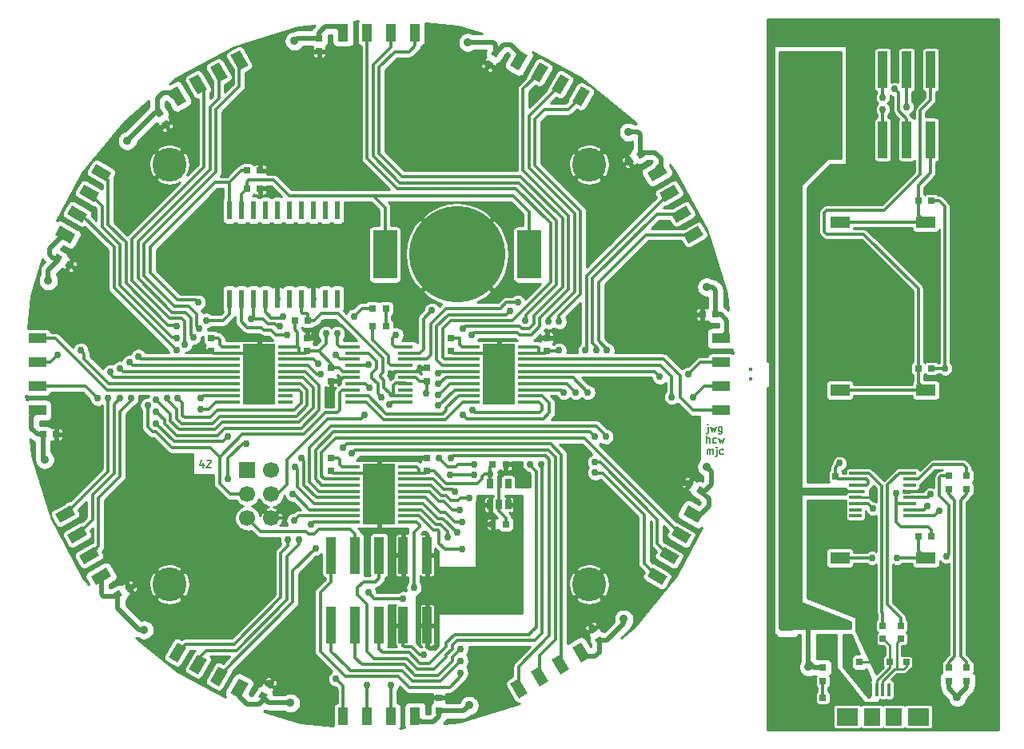
<source format=gtl>
G04 (created by PCBNEW (2013-07-07 BZR 4022)-stable) date 11/9/2013 6:13:16 PM*
%MOIN*%
G04 Gerber Fmt 3.4, Leading zero omitted, Abs format*
%FSLAX34Y34*%
G01*
G70*
G90*
G04 APERTURE LIST*
%ADD10C,0.006*%
%ADD11R,0.0629921X0.011811*%
%ADD12R,0.0728346X0.0433071*%
%ADD13R,0.0433071X0.0728346*%
%ADD14R,0.0551X0.0138*%
%ADD15R,0.0255906X0.0417323*%
%ADD16R,0.0208661X0.0779528*%
%ADD17R,0.015748X0.0551181*%
%ADD18R,0.0905512X0.0748031*%
%ADD19R,0.0708661X0.0748031*%
%ADD20R,0.133858X0.255906*%
%ADD21R,0.0669291X0.0669291*%
%ADD22C,0.0669291*%
%ADD23R,0.0275591X0.0275591*%
%ADD24C,0.401575*%
%ADD25R,0.0984252X0.200787*%
%ADD26R,0.0551181X0.0649606*%
%ADD27C,0.141732*%
%ADD28R,0.0826772X0.0511811*%
%ADD29C,0.015*%
%ADD30R,0.0393701X0.153543*%
%ADD31C,0.0984252*%
%ADD32C,0.03*%
%ADD33C,0.035*%
%ADD34C,0.012*%
%ADD35C,0.01*%
%ADD36C,0.02*%
G04 APERTURE END LIST*
G54D10*
X28707Y12828D02*
X28707Y12571D01*
X28692Y12542D01*
X28664Y12528D01*
X28650Y12528D01*
X28707Y12928D02*
X28692Y12914D01*
X28707Y12900D01*
X28721Y12914D01*
X28707Y12928D01*
X28707Y12900D01*
X28821Y12828D02*
X28878Y12628D01*
X28935Y12771D01*
X28992Y12628D01*
X29050Y12828D01*
X29292Y12828D02*
X29292Y12585D01*
X29278Y12557D01*
X29264Y12542D01*
X29235Y12528D01*
X29192Y12528D01*
X29164Y12542D01*
X29292Y12642D02*
X29264Y12628D01*
X29207Y12628D01*
X29178Y12642D01*
X29164Y12657D01*
X29150Y12685D01*
X29150Y12771D01*
X29164Y12800D01*
X29178Y12814D01*
X29207Y12828D01*
X29264Y12828D01*
X29292Y12814D01*
X28650Y12148D02*
X28650Y12448D01*
X28778Y12148D02*
X28778Y12305D01*
X28764Y12334D01*
X28735Y12348D01*
X28692Y12348D01*
X28664Y12334D01*
X28650Y12320D01*
X29050Y12162D02*
X29021Y12148D01*
X28964Y12148D01*
X28935Y12162D01*
X28921Y12177D01*
X28907Y12205D01*
X28907Y12291D01*
X28921Y12320D01*
X28935Y12334D01*
X28964Y12348D01*
X29021Y12348D01*
X29050Y12334D01*
X29150Y12348D02*
X29207Y12148D01*
X29264Y12291D01*
X29321Y12148D01*
X29378Y12348D01*
X28671Y11668D02*
X28671Y11868D01*
X28671Y11840D02*
X28685Y11854D01*
X28714Y11868D01*
X28757Y11868D01*
X28785Y11854D01*
X28800Y11825D01*
X28800Y11668D01*
X28800Y11825D02*
X28814Y11854D01*
X28842Y11868D01*
X28885Y11868D01*
X28914Y11854D01*
X28928Y11825D01*
X28928Y11668D01*
X29071Y11868D02*
X29071Y11611D01*
X29057Y11582D01*
X29028Y11568D01*
X29014Y11568D01*
X29071Y11968D02*
X29057Y11954D01*
X29071Y11940D01*
X29085Y11954D01*
X29071Y11968D01*
X29071Y11940D01*
X29342Y11682D02*
X29314Y11668D01*
X29257Y11668D01*
X29228Y11682D01*
X29214Y11697D01*
X29200Y11725D01*
X29200Y11811D01*
X29214Y11840D01*
X29228Y11854D01*
X29257Y11868D01*
X29314Y11868D01*
X29342Y11854D01*
X7664Y11328D02*
X7664Y11128D01*
X7592Y11442D02*
X7521Y11228D01*
X7707Y11228D01*
X7807Y11400D02*
X7821Y11414D01*
X7850Y11428D01*
X7921Y11428D01*
X7950Y11414D01*
X7964Y11400D01*
X7978Y11371D01*
X7978Y11342D01*
X7964Y11300D01*
X7792Y11128D01*
X7978Y11128D01*
G54D11*
X16102Y15895D03*
X16102Y16151D03*
X16102Y15639D03*
X16102Y15383D03*
X16102Y15127D03*
X16102Y14872D03*
X16102Y14616D03*
X16102Y14360D03*
X13897Y13848D03*
X13897Y14104D03*
X13897Y14360D03*
X13897Y14616D03*
X13897Y16151D03*
X13897Y15895D03*
X13897Y15639D03*
X13897Y15383D03*
X13897Y15127D03*
X13897Y14872D03*
X16102Y14104D03*
X16102Y13848D03*
G54D12*
X29251Y15500D03*
G54D10*
G36*
X9163Y2328D02*
X9538Y2112D01*
X9174Y1481D01*
X8799Y1698D01*
X9163Y2328D01*
X9163Y2328D01*
G37*
G54D13*
X13500Y748D03*
X14500Y748D03*
X15500Y748D03*
X16500Y748D03*
G54D10*
G36*
X21321Y2612D02*
X21696Y2828D01*
X22060Y2198D01*
X21685Y1981D01*
X21321Y2612D01*
X21321Y2612D01*
G37*
G36*
X22191Y3112D02*
X22566Y3328D01*
X22930Y2698D01*
X22555Y2481D01*
X22191Y3112D01*
X22191Y3112D01*
G37*
G36*
X23051Y3612D02*
X23426Y3828D01*
X23790Y3198D01*
X23415Y2981D01*
X23051Y3612D01*
X23051Y3612D01*
G37*
G36*
X26171Y6573D02*
X26387Y6948D01*
X27018Y6584D01*
X26801Y6209D01*
X26171Y6573D01*
X26171Y6573D01*
G37*
G36*
X26671Y7433D02*
X26887Y7808D01*
X27518Y7444D01*
X27301Y7069D01*
X26671Y7433D01*
X26671Y7433D01*
G37*
G36*
X27171Y8303D02*
X27387Y8678D01*
X28018Y8314D01*
X27801Y7939D01*
X27171Y8303D01*
X27171Y8303D01*
G37*
G36*
X27671Y9163D02*
X27887Y9538D01*
X28518Y9174D01*
X28301Y8799D01*
X27671Y9163D01*
X27671Y9163D01*
G37*
G54D12*
X29251Y13500D03*
X29251Y14500D03*
G54D10*
G36*
X20461Y2112D02*
X20836Y2328D01*
X21200Y1698D01*
X20825Y1481D01*
X20461Y2112D01*
X20461Y2112D01*
G37*
G54D12*
X29251Y16500D03*
G54D10*
G36*
X27887Y20461D02*
X27671Y20836D01*
X28301Y21200D01*
X28518Y20825D01*
X27887Y20461D01*
X27887Y20461D01*
G37*
G36*
X27387Y21321D02*
X27171Y21696D01*
X27801Y22060D01*
X28018Y21685D01*
X27387Y21321D01*
X27387Y21321D01*
G37*
G36*
X26887Y22191D02*
X26671Y22566D01*
X27301Y22930D01*
X27518Y22555D01*
X26887Y22191D01*
X26887Y22191D01*
G37*
G36*
X26387Y23051D02*
X26171Y23426D01*
X26801Y23790D01*
X27018Y23415D01*
X26387Y23051D01*
X26387Y23051D01*
G37*
G36*
X23426Y26171D02*
X23051Y26387D01*
X23415Y27018D01*
X23790Y26801D01*
X23426Y26171D01*
X23426Y26171D01*
G37*
G54D13*
X13500Y29251D03*
X14500Y29251D03*
X15500Y29251D03*
X16500Y29251D03*
G54D10*
G36*
X20836Y27671D02*
X20461Y27887D01*
X20825Y28518D01*
X21200Y28301D01*
X20836Y27671D01*
X20836Y27671D01*
G37*
G36*
X21696Y27171D02*
X21321Y27387D01*
X21685Y28018D01*
X22060Y27801D01*
X21696Y27171D01*
X21696Y27171D01*
G37*
G36*
X22566Y26671D02*
X22191Y26887D01*
X22555Y27518D01*
X22930Y27301D01*
X22566Y26671D01*
X22566Y26671D01*
G37*
G36*
X3328Y22566D02*
X3112Y22191D01*
X2481Y22555D01*
X2698Y22930D01*
X3328Y22566D01*
X3328Y22566D01*
G37*
G36*
X9538Y27887D02*
X9163Y27671D01*
X8799Y28301D01*
X9174Y28518D01*
X9538Y27887D01*
X9538Y27887D01*
G37*
G36*
X8678Y27387D02*
X8303Y27171D01*
X7939Y27801D01*
X8314Y28018D01*
X8678Y27387D01*
X8678Y27387D01*
G37*
G36*
X7808Y26887D02*
X7433Y26671D01*
X7069Y27301D01*
X7444Y27518D01*
X7808Y26887D01*
X7808Y26887D01*
G37*
G36*
X6948Y26387D02*
X6573Y26171D01*
X6209Y26801D01*
X6584Y27018D01*
X6948Y26387D01*
X6948Y26387D01*
G37*
G36*
X3828Y23426D02*
X3612Y23051D01*
X2981Y23415D01*
X3198Y23790D01*
X3828Y23426D01*
X3828Y23426D01*
G37*
G36*
X2828Y21696D02*
X2612Y21321D01*
X1981Y21685D01*
X2198Y22060D01*
X2828Y21696D01*
X2828Y21696D01*
G37*
G36*
X2328Y20836D02*
X2112Y20461D01*
X1481Y20825D01*
X1698Y21200D01*
X2328Y20836D01*
X2328Y20836D01*
G37*
G54D12*
X748Y16500D03*
X748Y15500D03*
G54D10*
G36*
X8303Y2828D02*
X8678Y2612D01*
X8314Y1981D01*
X7939Y2198D01*
X8303Y2828D01*
X8303Y2828D01*
G37*
G36*
X7433Y3328D02*
X7808Y3112D01*
X7444Y2481D01*
X7069Y2698D01*
X7433Y3328D01*
X7433Y3328D01*
G37*
G36*
X6573Y3828D02*
X6948Y3612D01*
X6584Y2981D01*
X6209Y3198D01*
X6573Y3828D01*
X6573Y3828D01*
G37*
G36*
X3612Y6948D02*
X3828Y6573D01*
X3198Y6209D01*
X2981Y6584D01*
X3612Y6948D01*
X3612Y6948D01*
G37*
G36*
X3112Y7808D02*
X3328Y7433D01*
X2698Y7069D01*
X2481Y7444D01*
X3112Y7808D01*
X3112Y7808D01*
G37*
G36*
X2612Y8678D02*
X2828Y8303D01*
X2198Y7939D01*
X1981Y8314D01*
X2612Y8678D01*
X2612Y8678D01*
G37*
G36*
X2112Y9538D02*
X2328Y9163D01*
X1698Y8799D01*
X1481Y9174D01*
X2112Y9538D01*
X2112Y9538D01*
G37*
G54D12*
X748Y14500D03*
X748Y13500D03*
G54D14*
X34868Y10896D03*
X34868Y10640D03*
X34868Y10384D03*
X34868Y10128D03*
X34868Y9872D03*
X34868Y9616D03*
X34868Y9360D03*
X34868Y9104D03*
X37132Y9104D03*
X37132Y9360D03*
X37132Y9616D03*
X37132Y9872D03*
X37132Y10128D03*
X37132Y10384D03*
X37132Y10640D03*
X37132Y10896D03*
G54D15*
X19625Y9566D03*
X20000Y9566D03*
X20374Y9566D03*
X20374Y10433D03*
X19625Y10433D03*
G54D16*
X8750Y18155D03*
X9250Y18155D03*
X9750Y18155D03*
X10250Y18155D03*
X10750Y18155D03*
X11250Y18155D03*
X11750Y18155D03*
X12250Y18155D03*
X12750Y18155D03*
X13250Y18155D03*
X13250Y21844D03*
X12750Y21844D03*
X12250Y21844D03*
X11750Y21844D03*
X11250Y21844D03*
X10750Y21844D03*
X10250Y21844D03*
X9750Y21844D03*
X9250Y21844D03*
X8750Y21844D03*
G54D17*
X35488Y1852D03*
X35744Y1852D03*
X36000Y1852D03*
X36255Y1852D03*
X36511Y1852D03*
G54D18*
X34523Y730D03*
X37476Y730D03*
G54D19*
X36452Y730D03*
X35547Y730D03*
G54D11*
X21102Y15895D03*
X21102Y16151D03*
X21102Y15639D03*
X21102Y15383D03*
X21102Y15127D03*
X21102Y14872D03*
X21102Y14616D03*
X21102Y14360D03*
X18897Y13848D03*
X18897Y14104D03*
X18897Y14360D03*
X18897Y14616D03*
X18897Y16151D03*
X18897Y15895D03*
X18897Y15639D03*
X18897Y15383D03*
X18897Y15127D03*
X18897Y14872D03*
G54D20*
X20000Y15000D03*
G54D11*
X21102Y14104D03*
X21102Y13848D03*
X16102Y10895D03*
X16102Y11151D03*
X16102Y10639D03*
X16102Y10383D03*
X16102Y10127D03*
X16102Y9872D03*
X16102Y9616D03*
X16102Y9360D03*
X13897Y8848D03*
X13897Y9104D03*
X13897Y9360D03*
X13897Y9616D03*
X13897Y11151D03*
X13897Y10895D03*
X13897Y10639D03*
X13897Y10383D03*
X13897Y10127D03*
X13897Y9872D03*
G54D20*
X15000Y10000D03*
G54D11*
X16102Y9104D03*
X16102Y8848D03*
X11102Y15895D03*
X11102Y16151D03*
X11102Y15639D03*
X11102Y15383D03*
X11102Y15127D03*
X11102Y14872D03*
X11102Y14616D03*
X11102Y14360D03*
X8897Y13848D03*
X8897Y14104D03*
X8897Y14360D03*
X8897Y14616D03*
X8897Y16151D03*
X8897Y15895D03*
X8897Y15639D03*
X8897Y15383D03*
X8897Y15127D03*
X8897Y14872D03*
G54D20*
X10000Y15000D03*
G54D11*
X11102Y14104D03*
X11102Y13848D03*
G54D21*
X9500Y11000D03*
G54D22*
X10500Y11000D03*
X9500Y10000D03*
X10500Y10000D03*
X9500Y9000D03*
X10500Y9000D03*
G54D23*
X15275Y17750D03*
X14724Y17750D03*
X39500Y2775D03*
X39500Y2224D03*
X38750Y2775D03*
X38750Y2224D03*
G54D10*
G36*
X28586Y10202D02*
X28449Y9963D01*
X28210Y10101D01*
X28348Y10340D01*
X28586Y10202D01*
X28586Y10202D01*
G37*
G36*
X28109Y10478D02*
X27971Y10239D01*
X27733Y10377D01*
X27870Y10616D01*
X28109Y10478D01*
X28109Y10478D01*
G37*
G36*
X4050Y5633D02*
X3913Y5872D01*
X4151Y6010D01*
X4289Y5771D01*
X4050Y5633D01*
X4050Y5633D01*
G37*
G36*
X4528Y5909D02*
X4390Y6148D01*
X4629Y6286D01*
X4766Y6047D01*
X4528Y5909D01*
X4528Y5909D01*
G37*
G54D23*
X17500Y974D03*
X17500Y1525D03*
G54D10*
G36*
X10202Y1413D02*
X9963Y1550D01*
X10101Y1789D01*
X10340Y1651D01*
X10202Y1413D01*
X10202Y1413D01*
G37*
G36*
X10478Y1890D02*
X10239Y2028D01*
X10377Y2266D01*
X10616Y2129D01*
X10478Y1890D01*
X10478Y1890D01*
G37*
G36*
X24366Y3850D02*
X24127Y3713D01*
X23989Y3951D01*
X24228Y4089D01*
X24366Y3850D01*
X24366Y3850D01*
G37*
G36*
X24090Y4328D02*
X23851Y4190D01*
X23713Y4429D01*
X23952Y4566D01*
X24090Y4328D01*
X24090Y4328D01*
G37*
G54D23*
X12500Y29025D03*
X12500Y28474D03*
G54D10*
G36*
X25949Y24366D02*
X26086Y24127D01*
X25848Y23989D01*
X25710Y24228D01*
X25949Y24366D01*
X25949Y24366D01*
G37*
G36*
X25471Y24090D02*
X25609Y23851D01*
X25370Y23713D01*
X25233Y23952D01*
X25471Y24090D01*
X25471Y24090D01*
G37*
G54D23*
X29025Y17500D03*
X28474Y17500D03*
G54D10*
G36*
X19797Y28586D02*
X20036Y28449D01*
X19898Y28210D01*
X19659Y28348D01*
X19797Y28586D01*
X19797Y28586D01*
G37*
G36*
X19521Y28109D02*
X19760Y27971D01*
X19622Y27733D01*
X19383Y27870D01*
X19521Y28109D01*
X19521Y28109D01*
G37*
G54D23*
X20275Y11250D03*
X19724Y11250D03*
X20275Y8750D03*
X19724Y8750D03*
X22000Y16525D03*
X22000Y15974D03*
X13000Y11525D03*
X13000Y10974D03*
X17000Y11525D03*
X17000Y10974D03*
X12000Y16525D03*
X12000Y15974D03*
X15275Y17000D03*
X14724Y17000D03*
X13000Y15275D03*
X13000Y14724D03*
X17000Y14724D03*
X17000Y15275D03*
X36750Y3974D03*
X36750Y4525D03*
X37474Y15250D03*
X38025Y15250D03*
X37474Y22250D03*
X38025Y22250D03*
X18000Y15974D03*
X18000Y16525D03*
X8000Y16525D03*
X8000Y15974D03*
X11474Y17250D03*
X12025Y17250D03*
X10025Y23500D03*
X9474Y23500D03*
X39500Y10775D03*
X39500Y10224D03*
X38750Y10775D03*
X38750Y10224D03*
X33474Y10750D03*
X34025Y10750D03*
X974Y12500D03*
X1525Y12500D03*
X36000Y3974D03*
X36000Y4525D03*
X35724Y3000D03*
X36275Y3000D03*
X37525Y3000D03*
X36974Y3000D03*
X33750Y4525D03*
X33750Y3974D03*
X34500Y3974D03*
X34500Y4525D03*
X35025Y3000D03*
X34474Y3000D03*
X37474Y8250D03*
X38025Y8250D03*
G54D10*
G36*
X1413Y19797D02*
X1550Y20036D01*
X1789Y19898D01*
X1651Y19659D01*
X1413Y19797D01*
X1413Y19797D01*
G37*
G36*
X1890Y19521D02*
X2028Y19760D01*
X2266Y19622D01*
X2129Y19383D01*
X1890Y19521D01*
X1890Y19521D01*
G37*
G36*
X5633Y25949D02*
X5872Y26086D01*
X6010Y25848D01*
X5771Y25710D01*
X5633Y25949D01*
X5633Y25949D01*
G37*
G36*
X5909Y25471D02*
X6148Y25609D01*
X6286Y25370D01*
X6047Y25233D01*
X5909Y25471D01*
X5909Y25471D01*
G37*
G54D24*
X18250Y20000D03*
G54D25*
X15238Y20000D03*
X21261Y20000D03*
G54D26*
X32000Y4600D03*
X32000Y3399D03*
G54D27*
X23750Y23750D03*
X6250Y6250D03*
X23750Y6250D03*
G54D23*
X9474Y22750D03*
X10025Y22750D03*
G54D28*
X34208Y21346D03*
X37791Y19653D03*
X34208Y19653D03*
X37791Y21346D03*
X34208Y14346D03*
X37791Y12653D03*
X34208Y12653D03*
X37791Y14346D03*
X34208Y7346D03*
X37791Y5653D03*
X34208Y5653D03*
X37791Y7346D03*
G54D23*
X33500Y2224D03*
X33500Y2775D03*
X33500Y974D03*
X33500Y1525D03*
G54D27*
X6250Y23750D03*
G54D29*
X30500Y14800D03*
X30500Y15200D03*
G54D30*
X34000Y24793D03*
X34000Y27706D03*
X35000Y24793D03*
X35000Y27706D03*
X36000Y24793D03*
X36000Y27706D03*
X37000Y24793D03*
X37000Y27706D03*
X38000Y24793D03*
X38000Y27706D03*
X17000Y7456D03*
X17000Y4543D03*
X16000Y7456D03*
X16000Y4543D03*
X15000Y7456D03*
X15000Y4543D03*
X14000Y7456D03*
X14000Y4543D03*
X13000Y7456D03*
X13000Y4543D03*
G54D31*
X31750Y29250D03*
X40250Y29250D03*
X31750Y750D03*
X40250Y750D03*
G54D32*
X8700Y10650D03*
X9450Y12125D03*
X15425Y13750D03*
X36500Y26900D03*
X37850Y9500D03*
X36000Y26550D03*
X38000Y10000D03*
X36000Y26050D03*
X38350Y9300D03*
X37900Y10450D03*
X37800Y20250D03*
X35600Y9900D03*
X34950Y5600D03*
X18400Y2550D03*
X17200Y17675D03*
X15700Y16650D03*
X18400Y3050D03*
X18400Y3550D03*
X20775Y18000D03*
X9650Y17300D03*
X13200Y15800D03*
X10850Y17000D03*
X11150Y16650D03*
X14400Y13300D03*
X14600Y14450D03*
X11000Y17400D03*
X14550Y15400D03*
X7800Y17250D03*
X5350Y13700D03*
X37000Y26150D03*
X36600Y7350D03*
X35550Y7350D03*
X13250Y16700D03*
X21750Y11250D03*
X15100Y14050D03*
X21300Y11250D03*
X38600Y15250D03*
X34200Y11300D03*
X36550Y10050D03*
G54D33*
X20550Y5500D03*
X11450Y28900D03*
X11300Y1300D03*
X5200Y4350D03*
X1050Y11450D03*
X1200Y18900D03*
X4500Y24750D03*
X18700Y28850D03*
X25400Y25100D03*
X28650Y18650D03*
X28650Y11150D03*
X25200Y4800D03*
X18750Y1200D03*
X39100Y1550D03*
X32900Y2800D03*
G54D32*
X10200Y8000D03*
X16350Y16700D03*
X8200Y17700D03*
X16400Y21850D03*
X20050Y21800D03*
X16550Y18300D03*
X12700Y17150D03*
X15500Y15000D03*
X9750Y16000D03*
X22550Y13300D03*
X12950Y14150D03*
X19100Y2050D03*
X16850Y3300D03*
X11400Y9400D03*
X21200Y10550D03*
X10050Y24100D03*
X22800Y16800D03*
X2000Y12500D03*
X27950Y17500D03*
X19800Y1100D03*
X10250Y16000D03*
X10250Y15500D03*
X9750Y15500D03*
X10250Y14000D03*
X9750Y14000D03*
X10250Y14500D03*
X9750Y14500D03*
X10250Y15000D03*
X9750Y15000D03*
X15250Y11000D03*
X14750Y11000D03*
X15250Y10500D03*
X14750Y10500D03*
X15250Y9000D03*
X14750Y9000D03*
X15250Y9500D03*
X14750Y9500D03*
X15250Y10000D03*
X14750Y10000D03*
X20250Y15500D03*
X19750Y15500D03*
X20250Y15000D03*
X19750Y15000D03*
X20250Y14500D03*
X19750Y14500D03*
X20250Y14000D03*
X19750Y14000D03*
X20250Y16000D03*
X19750Y16000D03*
X10550Y22650D03*
X17950Y10800D03*
X18950Y10800D03*
X18900Y13500D03*
X12150Y8750D03*
X35600Y9400D03*
X38650Y7400D03*
X4600Y15500D03*
X4200Y14000D03*
X6550Y16500D03*
X6150Y14000D03*
X6600Y14000D03*
X6550Y16000D03*
X1600Y15800D03*
X2550Y16000D03*
X4650Y14000D03*
X4950Y15750D03*
X4200Y15250D03*
X3700Y14000D03*
X3250Y14000D03*
X3800Y15100D03*
X24000Y10900D03*
X24450Y12400D03*
X11750Y11500D03*
X13500Y11950D03*
X7500Y16900D03*
X12450Y15450D03*
X8700Y12400D03*
X5700Y12950D03*
X7250Y16550D03*
X12550Y15000D03*
X6900Y16250D03*
X5700Y13450D03*
X6550Y17000D03*
X5700Y13950D03*
X16450Y6100D03*
X7550Y13550D03*
X18500Y16900D03*
X17450Y15050D03*
X17450Y14150D03*
X22050Y17200D03*
X23600Y16000D03*
X22700Y14250D03*
X13850Y11700D03*
X11500Y11150D03*
X23200Y14250D03*
X24050Y16000D03*
X23700Y14250D03*
X24500Y16000D03*
X27900Y15000D03*
X26700Y14900D03*
X18950Y11250D03*
X17500Y11500D03*
X11450Y8900D03*
X18500Y13300D03*
X15500Y2050D03*
X17850Y8200D03*
X18450Y8850D03*
X13200Y2300D03*
X18350Y9350D03*
X12350Y7750D03*
X18150Y10100D03*
X11200Y8100D03*
X18450Y7700D03*
X7550Y14000D03*
X21100Y17250D03*
X20450Y17650D03*
X18850Y16650D03*
X17450Y14600D03*
X17450Y13700D03*
X22500Y17200D03*
X28100Y14050D03*
X27200Y14050D03*
X24000Y12400D03*
X24000Y11350D03*
X11400Y10000D03*
X18000Y11500D03*
X18750Y9850D03*
X11650Y8100D03*
X18250Y8400D03*
X14500Y2050D03*
X16000Y5650D03*
X14550Y5900D03*
X16950Y14200D03*
X7450Y18000D03*
X22500Y16000D03*
X19625Y10850D03*
X13950Y17425D03*
X12775Y16700D03*
G54D34*
X8700Y11525D02*
X8700Y10650D01*
X9305Y12130D02*
X8700Y11525D01*
X9444Y12130D02*
X9305Y12130D01*
X9450Y12125D02*
X9444Y12130D01*
X14000Y7456D02*
X14000Y8350D01*
X10050Y8450D02*
X9500Y9000D01*
X11950Y8450D02*
X10050Y8450D01*
X12050Y8350D02*
X11950Y8450D01*
X12300Y8350D02*
X12050Y8350D01*
X12500Y8550D02*
X12300Y8350D01*
X13800Y8550D02*
X12500Y8550D01*
X14000Y8350D02*
X13800Y8550D01*
X16102Y13848D02*
X15523Y13848D01*
X15523Y13848D02*
X15425Y13750D01*
X37132Y9360D02*
X37710Y9360D01*
X37000Y25650D02*
X37000Y24793D01*
X36650Y26000D02*
X37000Y25650D01*
X36650Y26750D02*
X36650Y26000D01*
X36500Y26900D02*
X36650Y26750D01*
X37710Y9360D02*
X37850Y9500D01*
X37132Y9872D02*
X37872Y9872D01*
X36000Y26550D02*
X36000Y27706D01*
X37872Y9872D02*
X38000Y10000D01*
X37132Y9104D02*
X38154Y9104D01*
X36000Y26050D02*
X36000Y24793D01*
X38154Y9104D02*
X38350Y9300D01*
G54D35*
X37132Y10128D02*
X37578Y10128D01*
X37578Y10128D02*
X37900Y10450D01*
X37791Y19653D02*
X37791Y20241D01*
X37791Y20241D02*
X37800Y20250D01*
X34868Y9872D02*
X35572Y9872D01*
X35572Y9872D02*
X35600Y9900D01*
X36511Y1852D02*
X36852Y1852D01*
X37525Y2525D02*
X37525Y3000D01*
X36852Y1852D02*
X37525Y2525D01*
X34208Y5653D02*
X34896Y5653D01*
X34896Y5653D02*
X34950Y5600D01*
X35025Y3000D02*
X35724Y3000D01*
G54D34*
X18400Y2550D02*
X18400Y2400D01*
X16250Y1950D02*
X15800Y2400D01*
X17950Y1950D02*
X16250Y1950D01*
X18400Y2400D02*
X17950Y1950D01*
X13600Y2400D02*
X13450Y2550D01*
X15800Y2400D02*
X13600Y2400D01*
X13450Y2550D02*
X13300Y2700D01*
X16695Y15895D02*
X16850Y16050D01*
X16102Y15895D02*
X16695Y15895D01*
X16850Y17325D02*
X17200Y17675D01*
X16850Y16050D02*
X16850Y17325D01*
X13000Y6350D02*
X13000Y7456D01*
X12550Y5900D02*
X13000Y6350D01*
X12550Y3450D02*
X12550Y5900D01*
X13300Y2700D02*
X12550Y3450D01*
X15550Y16250D02*
X15648Y16151D01*
X15550Y16500D02*
X15550Y16250D01*
X15700Y16650D02*
X15550Y16500D01*
X18400Y3050D02*
X17550Y2200D01*
X16400Y2200D02*
X15950Y2650D01*
X17550Y2200D02*
X16400Y2200D01*
X13800Y2650D02*
X13650Y2800D01*
X15950Y2650D02*
X13800Y2650D01*
X13650Y2800D02*
X13000Y3450D01*
X16102Y16151D02*
X15648Y16151D01*
X13000Y3450D02*
X13000Y4543D01*
X18050Y3050D02*
X17450Y2450D01*
X16500Y2450D02*
X16050Y2900D01*
X17450Y2450D02*
X16500Y2450D01*
X14000Y4543D02*
X14000Y3190D01*
X14290Y2900D02*
X16050Y2900D01*
X14000Y3190D02*
X14290Y2900D01*
X16974Y15639D02*
X17150Y15815D01*
X17150Y15815D02*
X17150Y17125D01*
X17150Y17125D02*
X17775Y17750D01*
X17775Y17750D02*
X20050Y17750D01*
X20050Y17750D02*
X20300Y18000D01*
X20300Y18000D02*
X20775Y18000D01*
X16974Y15639D02*
X16102Y15639D01*
X18050Y3200D02*
X18400Y3550D01*
X18050Y3050D02*
X18050Y3200D01*
X18897Y14104D02*
X18304Y14104D01*
X14545Y14104D02*
X13897Y14104D01*
X15300Y13350D02*
X14545Y14104D01*
X17650Y13350D02*
X15300Y13350D01*
X17800Y13500D02*
X17650Y13350D01*
X17800Y13600D02*
X17800Y13500D01*
X18304Y14104D02*
X17800Y13600D01*
X18897Y13848D02*
X18498Y13848D01*
X14451Y13848D02*
X15200Y13100D01*
X15200Y13100D02*
X17750Y13100D01*
X14451Y13848D02*
X13897Y13848D01*
X18498Y13848D02*
X17750Y13100D01*
X10850Y17000D02*
X10759Y17000D01*
X10150Y17300D02*
X9650Y17300D01*
X10350Y17100D02*
X10150Y17300D01*
X10659Y17100D02*
X10350Y17100D01*
X10759Y17000D02*
X10659Y17100D01*
X13897Y15639D02*
X13360Y15639D01*
X13360Y15639D02*
X13200Y15800D01*
X9750Y18155D02*
X9750Y17400D01*
X9750Y17400D02*
X9650Y17300D01*
X11150Y16650D02*
X10700Y16650D01*
X9250Y17200D02*
X9500Y16950D01*
X9250Y18155D02*
X9250Y17200D01*
X10700Y16650D02*
X10500Y16850D01*
X10500Y16850D02*
X10200Y16850D01*
X10200Y16850D02*
X10100Y16950D01*
X10100Y16950D02*
X9500Y16950D01*
X12844Y13155D02*
X14255Y13155D01*
X14255Y13155D02*
X14400Y13300D01*
X10500Y10000D02*
X10750Y10000D01*
X14433Y14616D02*
X13897Y14616D01*
X14600Y14450D02*
X14433Y14616D01*
X11150Y11460D02*
X12844Y13155D01*
X11150Y10400D02*
X11150Y11460D01*
X10750Y10000D02*
X11150Y10400D01*
X13897Y15383D02*
X14533Y15383D01*
X10250Y17600D02*
X10250Y18155D01*
X10500Y17350D02*
X10250Y17600D01*
X10950Y17350D02*
X10500Y17350D01*
X11000Y17400D02*
X10950Y17350D01*
X14533Y15383D02*
X14550Y15400D01*
X12025Y17250D02*
X12300Y17250D01*
X13275Y17550D02*
X13575Y17250D01*
X12600Y17550D02*
X13275Y17550D01*
X12300Y17250D02*
X12600Y17550D01*
X15200Y14750D02*
X15200Y14450D01*
X15140Y15684D02*
X13575Y17250D01*
X15140Y15090D02*
X15140Y15684D01*
X15200Y14750D02*
X15044Y14905D01*
X15044Y14905D02*
X15044Y14994D01*
X15044Y14994D02*
X15140Y15090D01*
X15450Y14150D02*
X15450Y14200D01*
X15495Y14104D02*
X15450Y14150D01*
X15650Y14104D02*
X15495Y14104D01*
X15200Y14450D02*
X15450Y14200D01*
X16102Y14104D02*
X15650Y14104D01*
X15650Y14104D02*
X15645Y14104D01*
X16102Y14632D02*
X16102Y14616D01*
X15682Y14632D02*
X16102Y14632D01*
X15600Y14550D02*
X15682Y14632D01*
X15600Y14150D02*
X15600Y14550D01*
X15645Y14104D02*
X15600Y14150D01*
X11750Y18155D02*
X11750Y17600D01*
X11750Y17600D02*
X11800Y17550D01*
X11800Y17550D02*
X12000Y17550D01*
X12000Y17550D02*
X12025Y17524D01*
X12025Y17524D02*
X12025Y17250D01*
X13897Y14360D02*
X13460Y14360D01*
X13250Y13400D02*
X12750Y13400D01*
X13350Y13500D02*
X13250Y13400D01*
X13350Y14250D02*
X13350Y13500D01*
X13460Y14360D02*
X13350Y14250D01*
X8350Y11550D02*
X8350Y11559D01*
X8750Y17500D02*
X8750Y18155D01*
X8500Y17250D02*
X8750Y17500D01*
X7800Y17250D02*
X8500Y17250D01*
X5350Y12800D02*
X5350Y13700D01*
X5550Y12600D02*
X5350Y12800D01*
X5700Y12600D02*
X5550Y12600D01*
X6350Y11950D02*
X5700Y12600D01*
X7959Y11950D02*
X6350Y11950D01*
X8350Y11559D02*
X7959Y11950D01*
X9500Y10000D02*
X8800Y10000D01*
X11850Y12500D02*
X12750Y13400D01*
X9300Y12500D02*
X11850Y12500D01*
X8350Y11550D02*
X9300Y12500D01*
X8350Y10450D02*
X8350Y11550D01*
X8800Y10000D02*
X8350Y10450D01*
X37474Y22250D02*
X37474Y22874D01*
X38000Y23400D02*
X38000Y24793D01*
X37474Y22874D02*
X38000Y23400D01*
X37474Y22250D02*
X37474Y21663D01*
X37474Y21663D02*
X37791Y21346D01*
X34208Y21346D02*
X37791Y21346D01*
X37474Y15250D02*
X37474Y18575D01*
X38000Y26450D02*
X38000Y27706D01*
X37550Y26000D02*
X38000Y26450D01*
X37550Y23350D02*
X37550Y26000D01*
X36050Y21850D02*
X37550Y23350D01*
X33650Y21850D02*
X36050Y21850D01*
X33550Y21750D02*
X33650Y21850D01*
X33550Y20950D02*
X33550Y21750D01*
X33650Y20850D02*
X33550Y20950D01*
X35200Y20850D02*
X33650Y20850D01*
X37474Y18575D02*
X35200Y20850D01*
X37474Y15250D02*
X37474Y14663D01*
X37474Y14663D02*
X37791Y14346D01*
X34208Y14346D02*
X37791Y14346D01*
X37000Y26150D02*
X37000Y27706D01*
X37474Y8250D02*
X37474Y7663D01*
X37474Y7663D02*
X37791Y7346D01*
X34208Y7346D02*
X35546Y7346D01*
X36603Y7346D02*
X37791Y7346D01*
X36600Y7350D02*
X36603Y7346D01*
X35546Y7346D02*
X35550Y7350D01*
X15750Y3150D02*
X16139Y3150D01*
X17800Y3200D02*
X17800Y3300D01*
X17300Y2700D02*
X17800Y3200D01*
X16589Y2700D02*
X17300Y2700D01*
X16139Y3150D02*
X16589Y2700D01*
X21800Y4300D02*
X21800Y4200D01*
X13897Y16151D02*
X13896Y16150D01*
X13350Y16150D02*
X13896Y16150D01*
X13250Y16250D02*
X13350Y16150D01*
X13250Y16700D02*
X13250Y16250D01*
X21800Y11200D02*
X21750Y11250D01*
X21800Y4300D02*
X21800Y11200D01*
X18050Y3550D02*
X17800Y3300D01*
X18050Y3700D02*
X18050Y3550D01*
X18250Y3900D02*
X18050Y3700D01*
X21500Y3900D02*
X18250Y3900D01*
X21800Y4200D02*
X21500Y3900D01*
X14500Y4900D02*
X14500Y5400D01*
X14350Y6350D02*
X14850Y6350D01*
X14100Y6100D02*
X14350Y6350D01*
X14100Y5800D02*
X14100Y6100D01*
X14500Y5400D02*
X14100Y5800D01*
X15000Y6500D02*
X15000Y7456D01*
X14850Y6350D02*
X15000Y6500D01*
X14500Y3450D02*
X14500Y4900D01*
X14800Y3150D02*
X14500Y3450D01*
X15750Y3150D02*
X14800Y3150D01*
X14950Y14600D02*
X14950Y14200D01*
X14950Y14200D02*
X15100Y14050D01*
X15700Y3400D02*
X16250Y3400D01*
X17100Y2950D02*
X17550Y3400D01*
X16700Y2950D02*
X17100Y2950D01*
X16250Y3400D02*
X16700Y2950D01*
X17550Y3400D02*
X17800Y3650D01*
X17800Y3650D02*
X17800Y3800D01*
X17800Y3800D02*
X18150Y4150D01*
X18150Y4150D02*
X21250Y4150D01*
X21250Y4150D02*
X21400Y4300D01*
X21550Y4450D02*
X21550Y10950D01*
X21400Y4300D02*
X21550Y4450D01*
X21300Y11200D02*
X21300Y11250D01*
X21550Y10950D02*
X21300Y11200D01*
X15000Y4543D02*
X15000Y3540D01*
X15140Y3400D02*
X15700Y3400D01*
X15000Y3540D02*
X15140Y3400D01*
X14900Y15550D02*
X14900Y15250D01*
X14554Y15895D02*
X14900Y15550D01*
X14554Y15895D02*
X13897Y15895D01*
X14950Y14600D02*
X14700Y14850D01*
X14700Y14850D02*
X14700Y15050D01*
X14700Y15050D02*
X14900Y15250D01*
X14750Y22450D02*
X20600Y22450D01*
X21261Y21788D02*
X21261Y20000D01*
X20600Y22450D02*
X21261Y21788D01*
X9474Y22750D02*
X9474Y23024D01*
X15238Y21961D02*
X15238Y20000D01*
X14750Y22450D02*
X15238Y21961D01*
X11250Y22450D02*
X14750Y22450D01*
X10600Y23100D02*
X11250Y22450D01*
X9550Y23100D02*
X10600Y23100D01*
X9474Y23024D02*
X9550Y23100D01*
X9250Y21844D02*
X9250Y22525D01*
X9250Y22525D02*
X9474Y22750D01*
X38600Y15250D02*
X38600Y22000D01*
X38350Y22250D02*
X38025Y22250D01*
X38600Y22000D02*
X38350Y22250D01*
X38600Y15250D02*
X38025Y15250D01*
X36550Y10050D02*
X36550Y8850D01*
X38025Y8524D02*
X38025Y8250D01*
X37900Y8650D02*
X38025Y8524D01*
X36750Y8650D02*
X37900Y8650D01*
X36550Y8850D02*
X36750Y8650D01*
X37132Y9616D02*
X36634Y9616D01*
X34025Y11125D02*
X34025Y10750D01*
X34200Y11300D02*
X34025Y11125D01*
X36550Y9700D02*
X36550Y10050D01*
X36634Y9616D02*
X36550Y9700D01*
X34868Y10640D02*
X35310Y10640D01*
X35334Y10384D02*
X34868Y10384D01*
X35400Y10450D02*
X35334Y10384D01*
X35400Y10550D02*
X35400Y10450D01*
X35310Y10640D02*
X35400Y10550D01*
X34868Y10640D02*
X34135Y10640D01*
X34135Y10640D02*
X34025Y10750D01*
G54D36*
X10152Y1601D02*
X10152Y1547D01*
X10400Y1300D02*
X11300Y1300D01*
X10152Y1547D02*
X10400Y1300D01*
X4101Y5822D02*
X4101Y5248D01*
X5000Y4350D02*
X5200Y4350D01*
X4101Y5248D02*
X5000Y4350D01*
X974Y11525D02*
X974Y12500D01*
X1601Y19847D02*
X1601Y19751D01*
X1200Y19350D02*
X1200Y18900D01*
X1601Y19751D02*
X1200Y19350D01*
X5822Y25898D02*
X5648Y25898D01*
X5648Y25898D02*
X4500Y24750D01*
X12500Y29025D02*
X11575Y29025D01*
X11575Y29025D02*
X11450Y28900D01*
X19847Y28398D02*
X19847Y28752D01*
X19847Y28752D02*
X19750Y28850D01*
X19750Y28850D02*
X18700Y28850D01*
X25898Y24177D02*
X25898Y24998D01*
X25797Y25100D02*
X25400Y25100D01*
X25898Y24998D02*
X25797Y25100D01*
X29025Y17500D02*
X29025Y18524D01*
X28900Y18650D02*
X28650Y18650D01*
X29025Y18524D02*
X28900Y18650D01*
X28398Y10152D02*
X28602Y10152D01*
X28602Y10152D02*
X28850Y10400D01*
X28850Y10950D02*
X28650Y11150D01*
X28850Y10400D02*
X28850Y10950D01*
X24177Y3901D02*
X24501Y3901D01*
X25200Y4600D02*
X25200Y4800D01*
X24501Y3901D02*
X25200Y4600D01*
X17500Y974D02*
X18524Y974D01*
X18524Y974D02*
X18750Y1200D01*
X974Y11525D02*
X1050Y11450D01*
X10152Y1497D02*
X10152Y1601D01*
X28094Y9169D02*
X28419Y9169D01*
X28419Y9169D02*
X28750Y9500D01*
X28750Y9500D02*
X28750Y9800D01*
X28750Y9800D02*
X28398Y10152D01*
X24177Y3901D02*
X24177Y3427D01*
X24177Y3427D02*
X24000Y3250D01*
X24000Y3250D02*
X23576Y3250D01*
X23576Y3250D02*
X23420Y3405D01*
X16500Y748D02*
X16501Y748D01*
X17500Y750D02*
X17500Y974D01*
X17250Y500D02*
X17500Y750D01*
X16750Y500D02*
X17250Y500D01*
X16501Y748D02*
X16750Y500D01*
X9169Y1905D02*
X9169Y1580D01*
X9169Y1580D02*
X9500Y1250D01*
X9500Y1250D02*
X10000Y1250D01*
X10000Y1250D02*
X10152Y1402D01*
X10152Y1402D02*
X10152Y1601D01*
X3405Y6579D02*
X3405Y5844D01*
X3405Y5844D02*
X3500Y5750D01*
X3500Y5750D02*
X4029Y5750D01*
X4029Y5750D02*
X4101Y5822D01*
X748Y13500D02*
X748Y13498D01*
X748Y13498D02*
X500Y13250D01*
X500Y13250D02*
X500Y12750D01*
X500Y12750D02*
X750Y12500D01*
X750Y12500D02*
X974Y12500D01*
X1905Y20830D02*
X1830Y20830D01*
X1830Y20830D02*
X1250Y20250D01*
X1250Y20250D02*
X1250Y20000D01*
X1250Y20000D02*
X1402Y19847D01*
X1402Y19847D02*
X1601Y19847D01*
X6579Y26594D02*
X6405Y26594D01*
X6405Y26594D02*
X6250Y26750D01*
X6250Y26750D02*
X6000Y26750D01*
X6000Y26750D02*
X5750Y26500D01*
X5750Y26500D02*
X5750Y25970D01*
X5750Y25970D02*
X5822Y25898D01*
X13500Y29251D02*
X13498Y29251D01*
X13498Y29251D02*
X13250Y29500D01*
X13250Y29500D02*
X12750Y29500D01*
X12750Y29500D02*
X12500Y29250D01*
X12500Y29250D02*
X12500Y29025D01*
X20830Y28094D02*
X20830Y28419D01*
X20830Y28419D02*
X20500Y28750D01*
X20500Y28750D02*
X20199Y28750D01*
X20199Y28750D02*
X19847Y28398D01*
X26594Y23420D02*
X26594Y23594D01*
X26594Y23594D02*
X26750Y23750D01*
X26750Y23750D02*
X26750Y24000D01*
X26750Y24000D02*
X26500Y24250D01*
X26500Y24250D02*
X25970Y24250D01*
X25970Y24250D02*
X25898Y24177D01*
X29251Y16500D02*
X29251Y16501D01*
X29251Y16501D02*
X29500Y16750D01*
X29500Y16750D02*
X29500Y17250D01*
X29500Y17250D02*
X29250Y17500D01*
X29250Y17500D02*
X29025Y17500D01*
X39100Y1550D02*
X38750Y1900D01*
X38750Y1900D02*
X38750Y2224D01*
X32900Y3000D02*
X32900Y2800D01*
X39500Y1950D02*
X39500Y2224D01*
X39100Y1550D02*
X39500Y1950D01*
X32000Y4600D02*
X32699Y4600D01*
X33124Y2775D02*
X33500Y2775D01*
X32900Y3000D02*
X33124Y2775D01*
X32900Y4400D02*
X32900Y3000D01*
X32699Y4600D02*
X32900Y4400D01*
G54D34*
X18250Y20000D02*
X16400Y21850D01*
X18250Y20000D02*
X20050Y21800D01*
X18250Y20000D02*
X16550Y18300D01*
X12000Y16525D02*
X12075Y16525D01*
X12075Y16525D02*
X12700Y17150D01*
X15627Y15127D02*
X15500Y15000D01*
X16102Y15127D02*
X15627Y15127D01*
X10000Y15750D02*
X9750Y16000D01*
X27921Y10427D02*
X27672Y10427D01*
X24800Y13300D02*
X22550Y13300D01*
X27672Y10427D02*
X24800Y13300D01*
X13000Y14724D02*
X13000Y14200D01*
X13000Y14200D02*
X12950Y14150D01*
X19100Y1800D02*
X19100Y2050D01*
X16000Y4543D02*
X16000Y3690D01*
X16700Y3300D02*
X16850Y3300D01*
X16350Y3650D02*
X16700Y3300D01*
X16040Y3650D02*
X16350Y3650D01*
X16000Y3690D02*
X16040Y3650D01*
X10500Y9000D02*
X11000Y9000D01*
X11000Y9000D02*
X11400Y9400D01*
X20275Y11250D02*
X20650Y11250D01*
X21200Y10700D02*
X21200Y10550D01*
X20650Y11250D02*
X21200Y10700D01*
X10025Y23500D02*
X10025Y24075D01*
X10025Y24075D02*
X10050Y24100D01*
X22000Y16525D02*
X22525Y16525D01*
X22525Y16525D02*
X22800Y16800D01*
X1525Y12500D02*
X2000Y12500D01*
X28474Y17500D02*
X27950Y17500D01*
X17500Y1525D02*
X18225Y1525D01*
X19100Y1800D02*
X19800Y1100D01*
X18500Y1800D02*
X19100Y1800D01*
X18225Y1525D02*
X18500Y1800D01*
X13897Y10895D02*
X14854Y10895D01*
X14854Y10895D02*
X15000Y10750D01*
X15000Y10750D02*
X15000Y10000D01*
X18897Y15895D02*
X19604Y15895D01*
X19750Y15750D02*
X20000Y15000D01*
X19604Y15895D02*
X19750Y15750D01*
X8897Y15895D02*
X9604Y15895D01*
X9750Y15750D02*
X10000Y15000D01*
X9604Y15895D02*
X9750Y15750D01*
X10000Y15000D02*
X10000Y15750D01*
X10000Y15750D02*
X10250Y16000D01*
X10000Y15000D02*
X10000Y15250D01*
X10000Y15250D02*
X10250Y15500D01*
X10000Y15250D02*
X9750Y15500D01*
X10000Y15000D02*
X10000Y14250D01*
X10000Y14250D02*
X10250Y14000D01*
X10000Y14250D02*
X9750Y14000D01*
X10000Y15000D02*
X10000Y14750D01*
X10000Y14750D02*
X10250Y14500D01*
X10000Y14750D02*
X9750Y14500D01*
X10000Y15000D02*
X10250Y15000D01*
X10000Y15000D02*
X9750Y15000D01*
X15000Y10000D02*
X15000Y10750D01*
X15000Y10750D02*
X15250Y11000D01*
X15000Y10750D02*
X14750Y11000D01*
X15000Y10000D02*
X15000Y10250D01*
X15000Y10250D02*
X15250Y10500D01*
X15000Y10250D02*
X14750Y10500D01*
X15000Y10000D02*
X15000Y9250D01*
X15000Y9250D02*
X15250Y9000D01*
X15000Y9250D02*
X14750Y9000D01*
X15000Y10000D02*
X15000Y9750D01*
X15000Y9750D02*
X15250Y9500D01*
X15000Y9750D02*
X14750Y9500D01*
X15000Y10000D02*
X15250Y10000D01*
X15000Y10000D02*
X14750Y10000D01*
X20000Y15000D02*
X20000Y15250D01*
X20000Y15250D02*
X20250Y15500D01*
X20000Y15250D02*
X19750Y15500D01*
X20000Y15000D02*
X20250Y15000D01*
X20000Y15000D02*
X19750Y15000D01*
X20000Y15000D02*
X20000Y14750D01*
X20000Y14750D02*
X20250Y14500D01*
X20000Y14750D02*
X19750Y14500D01*
X20000Y15000D02*
X20000Y14250D01*
X20000Y14250D02*
X20250Y14000D01*
X20000Y14250D02*
X19750Y14000D01*
X20000Y15000D02*
X20000Y15750D01*
X20000Y15750D02*
X20250Y16000D01*
X20000Y15750D02*
X19750Y16000D01*
X10025Y22750D02*
X10450Y22750D01*
X10450Y22750D02*
X10550Y22650D01*
X18897Y15895D02*
X18078Y15895D01*
X18078Y15895D02*
X18000Y15974D01*
X13897Y10895D02*
X13078Y10895D01*
X13078Y10895D02*
X13000Y10974D01*
X20275Y8750D02*
X20275Y9024D01*
X20000Y9300D02*
X20000Y9566D01*
X20275Y9024D02*
X20000Y9300D01*
X20000Y9566D02*
X20000Y10700D01*
X20275Y10975D02*
X20275Y11250D01*
X20000Y10700D02*
X20275Y10975D01*
X8897Y15895D02*
X8078Y15895D01*
X8078Y15895D02*
X8000Y15974D01*
X13897Y14872D02*
X13472Y14872D01*
X13324Y14724D02*
X13000Y14724D01*
X13472Y14872D02*
X13324Y14724D01*
X16102Y15127D02*
X16527Y15127D01*
X16675Y15275D02*
X17000Y15275D01*
X16527Y15127D02*
X16675Y15275D01*
G54D35*
X36275Y3000D02*
X36275Y3698D01*
X36275Y3698D02*
X36000Y3974D01*
X35744Y1852D02*
X35744Y2244D01*
X36275Y2775D02*
X36275Y3000D01*
X35744Y2244D02*
X36275Y2775D01*
G54D34*
X18950Y10800D02*
X17950Y10800D01*
X21800Y13700D02*
X21800Y13500D01*
X21800Y13500D02*
X21700Y13400D01*
X21700Y13400D02*
X19000Y13400D01*
X19000Y13400D02*
X18900Y13500D01*
X21651Y13848D02*
X21102Y13848D01*
X21651Y13848D02*
X21800Y13700D01*
X12800Y8848D02*
X12248Y8848D01*
X12248Y8848D02*
X12150Y8750D01*
X12798Y8848D02*
X12800Y8848D01*
X12800Y8848D02*
X13897Y8848D01*
X8897Y16151D02*
X8448Y16151D01*
X8274Y16525D02*
X8000Y16525D01*
X8350Y16450D02*
X8274Y16525D01*
X8350Y16250D02*
X8350Y16450D01*
X8448Y16151D02*
X8350Y16250D01*
X37132Y10640D02*
X37490Y10640D01*
X38100Y11250D02*
X38350Y11250D01*
X37490Y10640D02*
X38100Y11250D01*
X39500Y11100D02*
X39500Y10775D01*
X38350Y11250D02*
X39350Y11250D01*
X39350Y11250D02*
X39500Y11100D01*
X35384Y9616D02*
X35600Y9400D01*
X34868Y9616D02*
X35384Y9616D01*
X38425Y10775D02*
X38750Y10775D01*
X38350Y10700D02*
X38425Y10775D01*
X38350Y9950D02*
X38350Y10700D01*
X38750Y9550D02*
X38350Y9950D01*
X38750Y7500D02*
X38750Y9550D01*
X38650Y7400D02*
X38750Y7500D01*
X39500Y10224D02*
X39500Y10000D01*
X39250Y3250D02*
X39500Y3000D01*
X39250Y9750D02*
X39250Y3250D01*
X39500Y10000D02*
X39250Y9750D01*
X39500Y2775D02*
X39500Y3000D01*
X38750Y2775D02*
X38750Y2990D01*
X39000Y9750D02*
X38750Y10000D01*
X39000Y3240D02*
X39000Y9750D01*
X38750Y2990D02*
X39000Y3240D01*
X38750Y10224D02*
X38750Y10000D01*
X3950Y13750D02*
X4200Y14000D01*
X8897Y15383D02*
X5850Y15383D01*
X4716Y15383D02*
X4600Y15500D01*
X5850Y15383D02*
X4716Y15383D01*
X3050Y9974D02*
X3950Y10874D01*
X3950Y10874D02*
X3950Y13750D01*
X3050Y8953D02*
X2405Y8309D01*
X3050Y9950D02*
X3050Y8953D01*
X3050Y9950D02*
X3050Y9974D01*
X8750Y13250D02*
X8350Y13250D01*
X6550Y13150D02*
X6550Y13550D01*
X6750Y12950D02*
X6550Y13150D01*
X8050Y12950D02*
X6750Y12950D01*
X8350Y13250D02*
X8050Y12950D01*
X6150Y14000D02*
X6150Y13950D01*
X6150Y13950D02*
X6550Y13550D01*
X6550Y16500D02*
X6500Y16550D01*
X6500Y16550D02*
X6350Y16550D01*
X6350Y16550D02*
X4200Y18700D01*
X4200Y18700D02*
X4200Y20400D01*
X4200Y20400D02*
X3450Y21150D01*
X3450Y21150D02*
X3450Y22016D01*
X2905Y22560D02*
X3450Y22016D01*
X11733Y14616D02*
X12000Y14350D01*
X12000Y14100D02*
X12000Y13700D01*
X11550Y13250D02*
X8750Y13250D01*
X12000Y13700D02*
X11550Y13250D01*
X11733Y14616D02*
X11102Y14616D01*
X12000Y14350D02*
X12000Y14100D01*
X8700Y13500D02*
X8250Y13500D01*
X6800Y13290D02*
X6800Y13800D01*
X6890Y13200D02*
X6800Y13290D01*
X7950Y13200D02*
X6890Y13200D01*
X8250Y13500D02*
X7950Y13200D01*
X6800Y13800D02*
X6600Y14000D01*
X11750Y13900D02*
X11750Y13800D01*
X11450Y13500D02*
X8700Y13500D01*
X11750Y13800D02*
X11450Y13500D01*
X11102Y14360D02*
X11639Y14360D01*
X2559Y21690D02*
X2405Y21690D01*
X6550Y16000D02*
X3950Y18600D01*
X3950Y18600D02*
X3950Y20300D01*
X3950Y20300D02*
X2559Y21690D01*
X11750Y14250D02*
X11750Y13900D01*
X11639Y14360D02*
X11750Y14250D01*
X8897Y14360D02*
X3639Y14360D01*
X1500Y16500D02*
X748Y16500D01*
X3639Y14360D02*
X1500Y16500D01*
G54D35*
X36550Y2700D02*
X36850Y2700D01*
X36974Y2824D02*
X36974Y3000D01*
X36850Y2700D02*
X36974Y2824D01*
X36000Y1852D02*
X36000Y2200D01*
X36600Y3824D02*
X36750Y3974D01*
X36600Y2750D02*
X36600Y3824D01*
X36550Y2700D02*
X36600Y2750D01*
X36500Y2700D02*
X36550Y2700D01*
X36000Y2200D02*
X36500Y2700D01*
G54D34*
X2700Y15650D02*
X2700Y15850D01*
X8897Y14616D02*
X3883Y14616D01*
X1300Y15500D02*
X1600Y15800D01*
X2700Y15650D02*
X3733Y14616D01*
X3733Y14616D02*
X3883Y14616D01*
X1300Y15500D02*
X748Y15500D01*
X2700Y15850D02*
X2550Y16000D01*
X5850Y15639D02*
X5060Y15639D01*
X4200Y10750D02*
X3950Y10500D01*
X4200Y13450D02*
X4200Y10750D01*
X4650Y13900D02*
X4200Y13450D01*
X4650Y14000D02*
X4650Y13900D01*
X5060Y15639D02*
X4950Y15750D01*
X8897Y15639D02*
X5850Y15639D01*
X3300Y7833D02*
X2905Y7439D01*
X3300Y9850D02*
X3300Y7833D01*
X3950Y10500D02*
X3300Y9850D01*
X3700Y14000D02*
X3700Y10963D01*
X4322Y15127D02*
X4200Y15250D01*
X5800Y15127D02*
X4322Y15127D01*
X3700Y10963D02*
X1905Y9169D01*
X8897Y15127D02*
X5800Y15127D01*
X2750Y14500D02*
X748Y14500D01*
X3250Y14000D02*
X2750Y14500D01*
X3800Y15000D02*
X3800Y15100D01*
X8897Y14872D02*
X4177Y14872D01*
X3800Y15000D02*
X3927Y14872D01*
X3927Y14872D02*
X4177Y14872D01*
X18100Y12850D02*
X24050Y12850D01*
X13850Y12850D02*
X13000Y12850D01*
X14250Y12850D02*
X18100Y12850D01*
X12472Y10127D02*
X12100Y10500D01*
X12100Y10500D02*
X12100Y11600D01*
X13897Y10127D02*
X12472Y10127D01*
X14250Y12850D02*
X13850Y12850D01*
X13000Y12850D02*
X12100Y11950D01*
X12100Y11950D02*
X12100Y11600D01*
X26050Y7123D02*
X26594Y6579D01*
X26050Y9150D02*
X26050Y7123D01*
X24312Y10887D02*
X26050Y9150D01*
X24012Y10887D02*
X24312Y10887D01*
X24000Y10900D02*
X24012Y10887D01*
X24450Y12450D02*
X24450Y12400D01*
X24050Y12850D02*
X24450Y12450D01*
X22600Y4500D02*
X22600Y2944D01*
X22600Y2944D02*
X22560Y2905D01*
X13800Y12100D02*
X13650Y12100D01*
X11859Y11390D02*
X11750Y11500D01*
X12377Y9872D02*
X13897Y9872D01*
X12377Y9872D02*
X11859Y10390D01*
X11859Y10390D02*
X11859Y11390D01*
X13650Y12100D02*
X13500Y11950D01*
X22600Y11650D02*
X22600Y4500D01*
X22150Y12100D02*
X22600Y11650D01*
X13800Y12100D02*
X22150Y12100D01*
X9169Y27019D02*
X9169Y28094D01*
X8200Y26050D02*
X9169Y27019D01*
X8200Y23450D02*
X8200Y26050D01*
X5200Y20450D02*
X8200Y23450D01*
X5200Y19100D02*
X5200Y20450D01*
X6450Y17850D02*
X5200Y19100D01*
X7050Y17850D02*
X6450Y17850D01*
X7400Y17500D02*
X7050Y17850D01*
X7400Y17000D02*
X7400Y17500D01*
X7500Y16900D02*
X7400Y17000D01*
X11102Y15639D02*
X12260Y15639D01*
X12260Y15639D02*
X12450Y15450D01*
X8500Y12200D02*
X6450Y12200D01*
X6450Y12200D02*
X5700Y12950D01*
X8700Y12400D02*
X8500Y12200D01*
X7950Y26150D02*
X8309Y26509D01*
X7950Y23550D02*
X7950Y26150D01*
X4950Y20550D02*
X7950Y23550D01*
X4950Y19000D02*
X4950Y20550D01*
X6359Y17590D02*
X4950Y19000D01*
X6909Y17590D02*
X6359Y17590D01*
X7150Y17350D02*
X6909Y17590D01*
X7150Y16650D02*
X7150Y17350D01*
X7250Y16550D02*
X7150Y16650D01*
X8309Y26509D02*
X8309Y27594D01*
X11102Y15383D02*
X12016Y15383D01*
X12400Y15000D02*
X12550Y15000D01*
X12016Y15383D02*
X12400Y15000D01*
X5700Y13450D02*
X6050Y13100D01*
X8250Y12450D02*
X8550Y12750D01*
X6550Y12450D02*
X8250Y12450D01*
X6050Y12950D02*
X6550Y12450D01*
X6050Y13100D02*
X6050Y12950D01*
X11102Y15127D02*
X11922Y15127D01*
X11750Y12750D02*
X8550Y12750D01*
X12500Y13500D02*
X11750Y12750D01*
X12500Y14550D02*
X12500Y13500D01*
X11922Y15127D02*
X12500Y14550D01*
X7700Y26833D02*
X7439Y27094D01*
X7700Y23650D02*
X7700Y26833D01*
X4700Y20650D02*
X7700Y23650D01*
X4700Y18900D02*
X4700Y20650D01*
X6250Y17350D02*
X4700Y18900D01*
X6750Y17350D02*
X6250Y17350D01*
X6900Y17200D02*
X6750Y17350D01*
X6900Y16250D02*
X6900Y17200D01*
X8900Y13009D02*
X8459Y13009D01*
X6300Y13050D02*
X6300Y13350D01*
X6650Y12700D02*
X6300Y13050D01*
X8150Y12700D02*
X6650Y12700D01*
X8459Y13009D02*
X8150Y12700D01*
X11102Y14872D02*
X11827Y14872D01*
X3700Y23126D02*
X3405Y23420D01*
X3700Y21250D02*
X3700Y23126D01*
X4440Y20509D02*
X3700Y21250D01*
X4440Y18809D02*
X4440Y20509D01*
X6200Y17050D02*
X4440Y18809D01*
X6500Y17050D02*
X6200Y17050D01*
X6550Y17000D02*
X6500Y17050D01*
X6300Y13350D02*
X5700Y13950D01*
X11659Y13009D02*
X8900Y13009D01*
X12250Y13600D02*
X11659Y13009D01*
X12250Y14450D02*
X12250Y13600D01*
X11827Y14872D02*
X12250Y14450D01*
X37132Y10896D02*
X36696Y10896D01*
X36750Y4850D02*
X36750Y4525D01*
X36200Y5400D02*
X36750Y4850D01*
X36200Y10400D02*
X36200Y5400D01*
X36696Y10896D02*
X36200Y10400D01*
X15275Y17000D02*
X15275Y17750D01*
X16102Y15383D02*
X15491Y15383D01*
X14724Y16450D02*
X14724Y17000D01*
X15400Y15775D02*
X14724Y16450D01*
X15400Y15475D02*
X15400Y15775D01*
X15491Y15383D02*
X15400Y15475D01*
X16102Y8848D02*
X16551Y8848D01*
X16450Y8400D02*
X16450Y6100D01*
X16700Y8650D02*
X16450Y8400D01*
X16700Y8700D02*
X16700Y8650D01*
X16551Y8848D02*
X16700Y8700D01*
X8198Y13848D02*
X7900Y13550D01*
X7900Y13550D02*
X7550Y13550D01*
X8198Y13848D02*
X8897Y13848D01*
X18500Y16900D02*
X18600Y17000D01*
X18600Y17000D02*
X20850Y17000D01*
X20850Y17000D02*
X20950Y16900D01*
X20950Y16900D02*
X21250Y16900D01*
X21250Y16900D02*
X21450Y17100D01*
X21450Y17100D02*
X21450Y17450D01*
X21450Y17450D02*
X22640Y18640D01*
X22640Y18640D02*
X22640Y21509D01*
X22640Y21509D02*
X20900Y23250D01*
X20900Y23250D02*
X15950Y23250D01*
X15950Y23250D02*
X15000Y24200D01*
X15000Y24200D02*
X15000Y27800D01*
X15000Y27800D02*
X15650Y28450D01*
X15650Y28450D02*
X16250Y28450D01*
X16250Y28450D02*
X16500Y28700D01*
X16500Y28700D02*
X16500Y29251D01*
X18897Y15127D02*
X17527Y15127D01*
X17527Y15127D02*
X17450Y15050D01*
X18897Y14616D02*
X17966Y14616D01*
X17500Y14150D02*
X17450Y14150D01*
X17966Y14616D02*
X17500Y14150D01*
X21250Y25783D02*
X22560Y27094D01*
X21250Y23600D02*
X21250Y25783D01*
X23140Y21709D02*
X21250Y23600D01*
X23140Y18440D02*
X23140Y21709D01*
X22050Y17350D02*
X23140Y18440D01*
X22050Y17200D02*
X22050Y17350D01*
X36000Y4525D02*
X36000Y5050D01*
X35959Y10340D02*
X35404Y10896D01*
X35959Y5090D02*
X35959Y10340D01*
X36000Y5050D02*
X35959Y5090D01*
X35404Y10896D02*
X34868Y10896D01*
X21102Y14360D02*
X22589Y14360D01*
X23650Y19116D02*
X27094Y22560D01*
X23650Y16050D02*
X23650Y19116D01*
X23600Y16000D02*
X23650Y16050D01*
X22589Y14360D02*
X22700Y14250D01*
X33500Y2224D02*
X33500Y1525D01*
X22350Y4600D02*
X22350Y3950D01*
X22350Y3950D02*
X21690Y3290D01*
X13850Y11700D02*
X14000Y11850D01*
X11600Y11050D02*
X11500Y11150D01*
X13897Y9616D02*
X12283Y9616D01*
X11600Y10300D02*
X11600Y11050D01*
X12283Y9616D02*
X11600Y10300D01*
X21690Y2405D02*
X21690Y3290D01*
X22060Y11850D02*
X14000Y11850D01*
X22350Y11560D02*
X22060Y11850D01*
X22350Y4600D02*
X22350Y11560D01*
X24050Y16000D02*
X24050Y16150D01*
X22833Y14616D02*
X23200Y14250D01*
X21102Y14616D02*
X22833Y14616D01*
X26590Y21690D02*
X27594Y21690D01*
X23900Y19000D02*
X26590Y21690D01*
X23900Y16300D02*
X23900Y19000D01*
X24050Y16150D02*
X23900Y16300D01*
X24500Y16000D02*
X24500Y16050D01*
X23077Y14872D02*
X23700Y14250D01*
X21102Y14872D02*
X23077Y14872D01*
X26130Y20830D02*
X28094Y20830D01*
X24150Y18850D02*
X26130Y20830D01*
X24150Y16400D02*
X24150Y18850D01*
X24500Y16050D02*
X24150Y16400D01*
X28400Y15500D02*
X29251Y15500D01*
X27900Y15000D02*
X28400Y15500D01*
X21102Y15127D02*
X26472Y15127D01*
X26472Y15127D02*
X26700Y14900D01*
X18950Y11250D02*
X18300Y11250D01*
X17850Y11150D02*
X18200Y11150D01*
X17850Y11150D02*
X17500Y11500D01*
X18300Y11250D02*
X18200Y11150D01*
X12200Y9100D02*
X12200Y9104D01*
X12195Y9104D02*
X12200Y9100D01*
X11654Y9104D02*
X12195Y9104D01*
X11450Y8900D02*
X11654Y9104D01*
X21795Y14104D02*
X22100Y13800D01*
X22100Y13800D02*
X22100Y13400D01*
X22100Y13400D02*
X21850Y13150D01*
X21850Y13150D02*
X18650Y13150D01*
X18650Y13150D02*
X18500Y13300D01*
X21102Y14104D02*
X21795Y14104D01*
X12454Y9104D02*
X12200Y9104D01*
X13897Y9104D02*
X12454Y9104D01*
X21102Y15639D02*
X26860Y15639D01*
X28100Y13500D02*
X29251Y13500D01*
X27550Y14050D02*
X28100Y13500D01*
X27550Y14950D02*
X27550Y14050D01*
X26860Y15639D02*
X27550Y14950D01*
X12600Y11600D02*
X12600Y11750D01*
X12600Y10750D02*
X12600Y11600D01*
X12710Y10639D02*
X12600Y10750D01*
X13897Y10639D02*
X12950Y10639D01*
X12950Y10639D02*
X12710Y10639D01*
X18000Y12350D02*
X23553Y12350D01*
X13800Y12350D02*
X18000Y12350D01*
X23553Y12350D02*
X27594Y8309D01*
X13200Y12350D02*
X13800Y12350D01*
X12600Y11750D02*
X13200Y12350D01*
X15500Y2050D02*
X15500Y748D01*
X16102Y9360D02*
X16739Y9360D01*
X17850Y8450D02*
X17850Y8200D01*
X17550Y8750D02*
X17850Y8450D01*
X17350Y8750D02*
X17550Y8750D01*
X16739Y9360D02*
X17350Y8750D01*
X16927Y9872D02*
X17550Y9250D01*
X17550Y9250D02*
X17750Y9250D01*
X17750Y9250D02*
X18150Y8850D01*
X18150Y8850D02*
X18450Y8850D01*
X16102Y9872D02*
X16927Y9872D01*
X13500Y2000D02*
X13500Y748D01*
X13200Y2300D02*
X13500Y2000D01*
X17072Y10127D02*
X17500Y9700D01*
X17500Y9700D02*
X17700Y9700D01*
X17700Y9700D02*
X18050Y9350D01*
X18050Y9350D02*
X18350Y9350D01*
X16102Y10127D02*
X17072Y10127D01*
X8309Y2409D02*
X8309Y2405D01*
X11400Y5500D02*
X8309Y2409D01*
X11400Y6800D02*
X11400Y5500D01*
X12350Y7750D02*
X11400Y6800D01*
X17210Y10639D02*
X17260Y10639D01*
X17210Y10639D02*
X16102Y10639D01*
X18050Y10200D02*
X18150Y10100D01*
X17700Y10200D02*
X18050Y10200D01*
X17260Y10639D02*
X17700Y10200D01*
X6923Y3750D02*
X6579Y3405D01*
X8950Y3750D02*
X6923Y3750D01*
X10900Y5700D02*
X8950Y3750D01*
X10900Y7550D02*
X10900Y5700D01*
X11200Y7850D02*
X10900Y7550D01*
X11200Y8100D02*
X11200Y7850D01*
X13897Y11151D02*
X13448Y11151D01*
X13274Y11525D02*
X13000Y11525D01*
X13350Y11450D02*
X13274Y11525D01*
X13350Y11250D02*
X13350Y11450D01*
X13448Y11151D02*
X13350Y11250D01*
X16102Y9104D02*
X16645Y9104D01*
X16645Y9104D02*
X17250Y8500D01*
X17250Y8500D02*
X17450Y8500D01*
X17450Y8500D02*
X17500Y8450D01*
X17500Y8450D02*
X17500Y7950D01*
X17500Y7950D02*
X17750Y7700D01*
X17750Y7700D02*
X18450Y7700D01*
X7654Y14104D02*
X8897Y14104D01*
X7654Y14104D02*
X7550Y14000D01*
X18897Y16151D02*
X18448Y16151D01*
X18324Y16525D02*
X18000Y16525D01*
X18350Y16500D02*
X18324Y16525D01*
X18350Y16250D02*
X18350Y16500D01*
X18448Y16151D02*
X18350Y16250D01*
X17650Y16450D02*
X17650Y16900D01*
X20550Y17250D02*
X22150Y18850D01*
X18000Y17250D02*
X20550Y17250D01*
X17650Y16900D02*
X18000Y17250D01*
X14500Y29251D02*
X14500Y24000D01*
X17710Y15639D02*
X18897Y15639D01*
X17650Y15700D02*
X17710Y15639D01*
X17650Y16450D02*
X17650Y15700D01*
X22150Y21300D02*
X22150Y18850D01*
X20700Y22750D02*
X22150Y21300D01*
X15750Y22750D02*
X20700Y22750D01*
X14500Y24000D02*
X15750Y22750D01*
X18897Y15383D02*
X17616Y15383D01*
X15500Y28650D02*
X15500Y29251D01*
X14750Y27900D02*
X15500Y28650D01*
X14750Y24100D02*
X14750Y27900D01*
X15859Y22990D02*
X14750Y24100D01*
X20809Y22990D02*
X15859Y22990D01*
X22400Y21400D02*
X20809Y22990D01*
X22400Y18750D02*
X22400Y21400D01*
X21119Y17469D02*
X22400Y18750D01*
X21119Y17269D02*
X21119Y17469D01*
X21100Y17250D02*
X21119Y17269D01*
X20290Y17490D02*
X20450Y17650D01*
X17890Y17490D02*
X20290Y17490D01*
X17400Y17000D02*
X17890Y17490D01*
X17400Y15600D02*
X17400Y17000D01*
X17616Y15383D02*
X17400Y15600D01*
X21000Y26903D02*
X21690Y27594D01*
X21000Y23500D02*
X21000Y26903D01*
X22900Y21600D02*
X21000Y23500D01*
X22900Y18550D02*
X22900Y21600D01*
X21700Y17350D02*
X22900Y18550D01*
X21700Y17000D02*
X21700Y17350D01*
X21350Y16650D02*
X21700Y17000D01*
X20850Y16650D02*
X21350Y16650D01*
X20750Y16750D02*
X20850Y16650D01*
X18950Y16750D02*
X20750Y16750D01*
X18850Y16650D02*
X18950Y16750D01*
X18897Y14872D02*
X17772Y14872D01*
X17500Y14600D02*
X17450Y14600D01*
X17772Y14872D02*
X17500Y14600D01*
X18897Y14360D02*
X18160Y14360D01*
X17500Y13700D02*
X17450Y13700D01*
X18160Y14360D02*
X17500Y13700D01*
X22876Y26050D02*
X23420Y26594D01*
X21900Y26050D02*
X22876Y26050D01*
X21500Y25650D02*
X21900Y26050D01*
X21500Y23700D02*
X21500Y25650D01*
X23400Y21800D02*
X21500Y23700D01*
X23400Y18350D02*
X23400Y21800D01*
X22500Y17450D02*
X23400Y18350D01*
X22500Y17200D02*
X22500Y17450D01*
X27200Y14550D02*
X27200Y14050D01*
X26716Y15383D02*
X27200Y14900D01*
X27200Y14900D02*
X27200Y14550D01*
X21102Y15383D02*
X26716Y15383D01*
X28550Y14500D02*
X29251Y14500D01*
X28100Y14050D02*
X28550Y14500D01*
X18100Y12600D02*
X23800Y12600D01*
X13300Y12600D02*
X13100Y12600D01*
X17800Y12600D02*
X18100Y12600D01*
X12350Y11550D02*
X12350Y10634D01*
X12350Y10634D02*
X12600Y10383D01*
X12600Y10383D02*
X13897Y10383D01*
X17800Y12600D02*
X13300Y12600D01*
X13100Y12600D02*
X12350Y11850D01*
X12350Y11850D02*
X12350Y11550D01*
X23800Y12600D02*
X24000Y12400D01*
X24000Y11350D02*
X24017Y11332D01*
X24017Y11332D02*
X24232Y11332D01*
X24232Y11332D02*
X26600Y8964D01*
X26600Y8964D02*
X26600Y7933D01*
X27094Y7439D02*
X26600Y7933D01*
X12400Y9360D02*
X12089Y9360D01*
X12089Y9360D02*
X11450Y10000D01*
X11450Y10000D02*
X11400Y10000D01*
X13897Y9360D02*
X12400Y9360D01*
X22100Y5100D02*
X22100Y4100D01*
X20830Y2830D02*
X20830Y1905D01*
X22100Y4100D02*
X20830Y2830D01*
X21390Y11600D02*
X21950Y11600D01*
X18000Y11500D02*
X18100Y11600D01*
X18100Y11600D02*
X21390Y11600D01*
X22100Y11300D02*
X22100Y5100D01*
X22100Y11450D02*
X22100Y11300D01*
X21950Y11600D02*
X22100Y11450D01*
X17116Y10383D02*
X17166Y10383D01*
X17116Y10383D02*
X16102Y10383D01*
X18400Y9850D02*
X18750Y9850D01*
X18300Y9750D02*
X18400Y9850D01*
X18000Y9750D02*
X18300Y9750D01*
X17800Y9950D02*
X18000Y9750D01*
X17600Y9950D02*
X17800Y9950D01*
X17166Y10383D02*
X17600Y9950D01*
X7439Y3139D02*
X7792Y3492D01*
X7792Y3492D02*
X9042Y3492D01*
X9042Y3492D02*
X11150Y5600D01*
X11150Y5600D02*
X11150Y7400D01*
X11150Y7400D02*
X11650Y7900D01*
X11650Y7900D02*
X11650Y8100D01*
X7439Y2905D02*
X7439Y3139D01*
X16102Y9616D02*
X16833Y9616D01*
X17659Y8990D02*
X18250Y8400D01*
X17459Y8990D02*
X17659Y8990D01*
X16833Y9616D02*
X17459Y8990D01*
X14500Y2050D02*
X14500Y748D01*
G54D35*
X35488Y1852D02*
X35488Y1861D01*
X34474Y2875D02*
X34474Y3000D01*
X35488Y1861D02*
X34474Y2875D01*
G54D34*
X14800Y5650D02*
X14550Y5900D01*
X14850Y5650D02*
X14800Y5650D01*
X16000Y5650D02*
X14850Y5650D01*
X17000Y14724D02*
X17000Y14250D01*
X17000Y14250D02*
X16950Y14200D01*
X8150Y23000D02*
X8750Y23000D01*
X7450Y18000D02*
X7350Y18100D01*
X7350Y18100D02*
X6600Y18100D01*
X6600Y18100D02*
X5450Y19250D01*
X5450Y19250D02*
X5450Y20300D01*
X5450Y20300D02*
X8150Y23000D01*
X19300Y10700D02*
X19300Y10650D01*
X17800Y10450D02*
X17600Y10650D01*
X19100Y10450D02*
X17800Y10450D01*
X19300Y10650D02*
X19100Y10450D01*
X19625Y10850D02*
X19400Y10850D01*
X19300Y10750D02*
X19300Y10700D01*
X19400Y10850D02*
X19300Y10750D01*
X17000Y10974D02*
X17275Y10974D01*
X17275Y10974D02*
X17600Y10650D01*
X22500Y16000D02*
X22474Y15974D01*
X22474Y15974D02*
X22000Y15974D01*
X12475Y15974D02*
X12475Y15975D01*
X14275Y17750D02*
X14724Y17750D01*
X13950Y17425D02*
X14275Y17750D01*
X12775Y16275D02*
X12775Y16700D01*
X12475Y15975D02*
X12775Y16275D01*
X12000Y15974D02*
X12475Y15974D01*
X13000Y15450D02*
X13000Y15275D01*
X12475Y15974D02*
X13000Y15450D01*
X21102Y16151D02*
X21598Y16151D01*
X21650Y16100D02*
X21650Y15895D01*
X21598Y16151D02*
X21650Y16100D01*
X21102Y15895D02*
X21650Y15895D01*
X21650Y15895D02*
X21921Y15895D01*
X21921Y15895D02*
X22000Y15974D01*
X16102Y11151D02*
X16548Y11151D01*
X16650Y11050D02*
X16650Y10895D01*
X16548Y11151D02*
X16650Y11050D01*
X16102Y10895D02*
X16650Y10895D01*
X16650Y10895D02*
X16921Y10895D01*
X16921Y10895D02*
X17000Y10974D01*
X19625Y10433D02*
X19625Y10850D01*
X19625Y10850D02*
X19625Y11151D01*
X19625Y11151D02*
X19724Y11250D01*
X11598Y16151D02*
X11598Y16751D01*
X11474Y16875D02*
X11474Y17250D01*
X11598Y16751D02*
X11474Y16875D01*
X11102Y16151D02*
X11598Y16151D01*
X11650Y16100D02*
X11650Y15895D01*
X11598Y16151D02*
X11650Y16100D01*
X11102Y15895D02*
X11650Y15895D01*
X11650Y15895D02*
X11921Y15895D01*
X11921Y15895D02*
X12000Y15974D01*
X8750Y21844D02*
X8750Y23000D01*
X9250Y23500D02*
X9474Y23500D01*
X8750Y23000D02*
X9250Y23500D01*
X13897Y15127D02*
X13472Y15127D01*
X13472Y15127D02*
X13324Y15275D01*
X13324Y15275D02*
X13000Y15275D01*
X16102Y14872D02*
X16527Y14872D01*
X16675Y14724D02*
X17000Y14724D01*
X16527Y14872D02*
X16675Y14724D01*
G54D10*
G36*
X20950Y5050D02*
X20631Y5050D01*
X19674Y5050D01*
X19674Y8514D01*
X19674Y8700D01*
X19674Y8800D01*
X19674Y8985D01*
X19641Y9017D01*
X19575Y9017D01*
X19575Y9260D01*
X19575Y9516D01*
X19575Y9616D01*
X19575Y9873D01*
X19543Y9905D01*
X19523Y9905D01*
X19472Y9905D01*
X19424Y9885D01*
X19387Y9849D01*
X19368Y9801D01*
X19368Y9649D01*
X19400Y9616D01*
X19575Y9616D01*
X19575Y9516D01*
X19400Y9516D01*
X19368Y9484D01*
X19368Y9332D01*
X19387Y9284D01*
X19424Y9248D01*
X19472Y9228D01*
X19523Y9228D01*
X19543Y9228D01*
X19575Y9260D01*
X19575Y9017D01*
X19560Y9017D01*
X19513Y8998D01*
X19476Y8961D01*
X19456Y8913D01*
X19456Y8862D01*
X19456Y8832D01*
X19489Y8800D01*
X19674Y8800D01*
X19674Y8700D01*
X19489Y8700D01*
X19456Y8667D01*
X19456Y8637D01*
X19456Y8586D01*
X19476Y8538D01*
X19513Y8501D01*
X19560Y8482D01*
X19641Y8482D01*
X19674Y8514D01*
X19674Y5050D01*
X17450Y5050D01*
X17450Y3667D01*
X17366Y3583D01*
X17332Y3550D01*
X17326Y3550D01*
X17326Y3749D01*
X17326Y5336D01*
X17326Y6663D01*
X17326Y7374D01*
X17294Y7406D01*
X17050Y7406D01*
X17050Y6591D01*
X17082Y6558D01*
X17171Y6558D01*
X17222Y6558D01*
X17270Y6578D01*
X17307Y6615D01*
X17326Y6663D01*
X17326Y5336D01*
X17307Y5384D01*
X17270Y5421D01*
X17222Y5441D01*
X17171Y5441D01*
X17082Y5441D01*
X17050Y5408D01*
X17050Y4593D01*
X17294Y4593D01*
X17326Y4625D01*
X17326Y5336D01*
X17326Y3749D01*
X17326Y4460D01*
X17294Y4493D01*
X17050Y4493D01*
X17050Y3678D01*
X17082Y3645D01*
X17171Y3645D01*
X17222Y3645D01*
X17270Y3665D01*
X17307Y3702D01*
X17326Y3749D01*
X17326Y3550D01*
X17094Y3550D01*
X17048Y3596D01*
X16921Y3649D01*
X16950Y3678D01*
X16950Y4493D01*
X16950Y4593D01*
X16950Y5408D01*
X16917Y5441D01*
X16828Y5441D01*
X16777Y5441D01*
X16729Y5421D01*
X16692Y5384D01*
X16673Y5336D01*
X16673Y4625D01*
X16705Y4593D01*
X16950Y4593D01*
X16950Y4493D01*
X16705Y4493D01*
X16673Y4460D01*
X16673Y3749D01*
X16692Y3702D01*
X16729Y3665D01*
X16773Y3647D01*
X16736Y3631D01*
X16550Y3817D01*
X16550Y5000D01*
X16550Y5762D01*
X16648Y5803D01*
X16746Y5901D01*
X16799Y6030D01*
X16800Y6169D01*
X16746Y6298D01*
X16710Y6334D01*
X16710Y6598D01*
X16729Y6578D01*
X16777Y6558D01*
X16828Y6558D01*
X16917Y6558D01*
X16950Y6591D01*
X16950Y7406D01*
X16942Y7406D01*
X16942Y7506D01*
X16950Y7506D01*
X16950Y8321D01*
X16917Y8354D01*
X16828Y8354D01*
X16777Y8354D01*
X16768Y8350D01*
X16867Y8450D01*
X16932Y8450D01*
X17055Y8327D01*
X17050Y8321D01*
X17050Y7506D01*
X17294Y7506D01*
X17326Y7539D01*
X17326Y7755D01*
X17450Y7632D01*
X17450Y6950D01*
X19050Y6950D01*
X19050Y9659D01*
X19099Y9780D01*
X19100Y9919D01*
X19087Y9950D01*
X19740Y9950D01*
X19740Y9926D01*
X19719Y9905D01*
X19708Y9905D01*
X19675Y9873D01*
X19675Y9824D01*
X19672Y9815D01*
X19672Y9735D01*
X19672Y9318D01*
X19675Y9309D01*
X19675Y9260D01*
X19708Y9228D01*
X19719Y9228D01*
X19758Y9188D01*
X19771Y9183D01*
X19816Y9116D01*
X19933Y8999D01*
X19887Y9017D01*
X19806Y9017D01*
X19774Y8985D01*
X19774Y8800D01*
X19782Y8800D01*
X19782Y8700D01*
X19774Y8700D01*
X19774Y8514D01*
X19806Y8482D01*
X19887Y8482D01*
X19935Y8501D01*
X19957Y8523D01*
X19968Y8499D01*
X20024Y8442D01*
X20097Y8412D01*
X20177Y8412D01*
X20452Y8412D01*
X20526Y8442D01*
X20582Y8498D01*
X20613Y8572D01*
X20613Y8651D01*
X20613Y8927D01*
X20583Y9000D01*
X20529Y9054D01*
X20519Y9107D01*
X20515Y9123D01*
X20515Y9123D01*
X20459Y9208D01*
X20459Y9208D01*
X20424Y9243D01*
X20424Y9260D01*
X20456Y9228D01*
X20476Y9228D01*
X20527Y9228D01*
X20575Y9248D01*
X20612Y9284D01*
X20631Y9332D01*
X20631Y9801D01*
X20612Y9849D01*
X20575Y9885D01*
X20527Y9905D01*
X20476Y9905D01*
X20456Y9905D01*
X20424Y9873D01*
X20424Y9616D01*
X20599Y9616D01*
X20631Y9649D01*
X20631Y9801D01*
X20631Y9332D01*
X20631Y9484D01*
X20599Y9516D01*
X20424Y9516D01*
X20424Y9509D01*
X20327Y9509D01*
X20327Y9815D01*
X20324Y9824D01*
X20324Y9873D01*
X20291Y9905D01*
X20280Y9905D01*
X20260Y9926D01*
X20260Y9950D01*
X20950Y9950D01*
X20950Y5050D01*
X20950Y5050D01*
G37*
G54D35*
X20950Y5050D02*
X20631Y5050D01*
X19674Y5050D01*
X19674Y8514D01*
X19674Y8700D01*
X19674Y8800D01*
X19674Y8985D01*
X19641Y9017D01*
X19575Y9017D01*
X19575Y9260D01*
X19575Y9516D01*
X19575Y9616D01*
X19575Y9873D01*
X19543Y9905D01*
X19523Y9905D01*
X19472Y9905D01*
X19424Y9885D01*
X19387Y9849D01*
X19368Y9801D01*
X19368Y9649D01*
X19400Y9616D01*
X19575Y9616D01*
X19575Y9516D01*
X19400Y9516D01*
X19368Y9484D01*
X19368Y9332D01*
X19387Y9284D01*
X19424Y9248D01*
X19472Y9228D01*
X19523Y9228D01*
X19543Y9228D01*
X19575Y9260D01*
X19575Y9017D01*
X19560Y9017D01*
X19513Y8998D01*
X19476Y8961D01*
X19456Y8913D01*
X19456Y8862D01*
X19456Y8832D01*
X19489Y8800D01*
X19674Y8800D01*
X19674Y8700D01*
X19489Y8700D01*
X19456Y8667D01*
X19456Y8637D01*
X19456Y8586D01*
X19476Y8538D01*
X19513Y8501D01*
X19560Y8482D01*
X19641Y8482D01*
X19674Y8514D01*
X19674Y5050D01*
X17450Y5050D01*
X17450Y3667D01*
X17366Y3583D01*
X17332Y3550D01*
X17326Y3550D01*
X17326Y3749D01*
X17326Y5336D01*
X17326Y6663D01*
X17326Y7374D01*
X17294Y7406D01*
X17050Y7406D01*
X17050Y6591D01*
X17082Y6558D01*
X17171Y6558D01*
X17222Y6558D01*
X17270Y6578D01*
X17307Y6615D01*
X17326Y6663D01*
X17326Y5336D01*
X17307Y5384D01*
X17270Y5421D01*
X17222Y5441D01*
X17171Y5441D01*
X17082Y5441D01*
X17050Y5408D01*
X17050Y4593D01*
X17294Y4593D01*
X17326Y4625D01*
X17326Y5336D01*
X17326Y3749D01*
X17326Y4460D01*
X17294Y4493D01*
X17050Y4493D01*
X17050Y3678D01*
X17082Y3645D01*
X17171Y3645D01*
X17222Y3645D01*
X17270Y3665D01*
X17307Y3702D01*
X17326Y3749D01*
X17326Y3550D01*
X17094Y3550D01*
X17048Y3596D01*
X16921Y3649D01*
X16950Y3678D01*
X16950Y4493D01*
X16950Y4593D01*
X16950Y5408D01*
X16917Y5441D01*
X16828Y5441D01*
X16777Y5441D01*
X16729Y5421D01*
X16692Y5384D01*
X16673Y5336D01*
X16673Y4625D01*
X16705Y4593D01*
X16950Y4593D01*
X16950Y4493D01*
X16705Y4493D01*
X16673Y4460D01*
X16673Y3749D01*
X16692Y3702D01*
X16729Y3665D01*
X16773Y3647D01*
X16736Y3631D01*
X16550Y3817D01*
X16550Y5000D01*
X16550Y5762D01*
X16648Y5803D01*
X16746Y5901D01*
X16799Y6030D01*
X16800Y6169D01*
X16746Y6298D01*
X16710Y6334D01*
X16710Y6598D01*
X16729Y6578D01*
X16777Y6558D01*
X16828Y6558D01*
X16917Y6558D01*
X16950Y6591D01*
X16950Y7406D01*
X16942Y7406D01*
X16942Y7506D01*
X16950Y7506D01*
X16950Y8321D01*
X16917Y8354D01*
X16828Y8354D01*
X16777Y8354D01*
X16768Y8350D01*
X16867Y8450D01*
X16932Y8450D01*
X17055Y8327D01*
X17050Y8321D01*
X17050Y7506D01*
X17294Y7506D01*
X17326Y7539D01*
X17326Y7755D01*
X17450Y7632D01*
X17450Y6950D01*
X19050Y6950D01*
X19050Y9659D01*
X19099Y9780D01*
X19100Y9919D01*
X19087Y9950D01*
X19740Y9950D01*
X19740Y9926D01*
X19719Y9905D01*
X19708Y9905D01*
X19675Y9873D01*
X19675Y9824D01*
X19672Y9815D01*
X19672Y9735D01*
X19672Y9318D01*
X19675Y9309D01*
X19675Y9260D01*
X19708Y9228D01*
X19719Y9228D01*
X19758Y9188D01*
X19771Y9183D01*
X19816Y9116D01*
X19933Y8999D01*
X19887Y9017D01*
X19806Y9017D01*
X19774Y8985D01*
X19774Y8800D01*
X19782Y8800D01*
X19782Y8700D01*
X19774Y8700D01*
X19774Y8514D01*
X19806Y8482D01*
X19887Y8482D01*
X19935Y8501D01*
X19957Y8523D01*
X19968Y8499D01*
X20024Y8442D01*
X20097Y8412D01*
X20177Y8412D01*
X20452Y8412D01*
X20526Y8442D01*
X20582Y8498D01*
X20613Y8572D01*
X20613Y8651D01*
X20613Y8927D01*
X20583Y9000D01*
X20529Y9054D01*
X20519Y9107D01*
X20515Y9123D01*
X20515Y9123D01*
X20459Y9208D01*
X20459Y9208D01*
X20424Y9243D01*
X20424Y9260D01*
X20456Y9228D01*
X20476Y9228D01*
X20527Y9228D01*
X20575Y9248D01*
X20612Y9284D01*
X20631Y9332D01*
X20631Y9801D01*
X20612Y9849D01*
X20575Y9885D01*
X20527Y9905D01*
X20476Y9905D01*
X20456Y9905D01*
X20424Y9873D01*
X20424Y9616D01*
X20599Y9616D01*
X20631Y9649D01*
X20631Y9801D01*
X20631Y9332D01*
X20631Y9484D01*
X20599Y9516D01*
X20424Y9516D01*
X20424Y9509D01*
X20327Y9509D01*
X20327Y9815D01*
X20324Y9824D01*
X20324Y9873D01*
X20291Y9905D01*
X20280Y9905D01*
X20260Y9926D01*
X20260Y9950D01*
X20950Y9950D01*
X20950Y5050D01*
G54D10*
G36*
X3440Y11071D02*
X2108Y9739D01*
X2106Y9739D01*
X2067Y9734D01*
X2030Y9722D01*
X1996Y9702D01*
X1813Y9597D01*
X1813Y12375D01*
X1813Y12624D01*
X1813Y12653D01*
X1807Y12682D01*
X1795Y12709D01*
X1779Y12733D01*
X1758Y12754D01*
X1734Y12770D01*
X1706Y12782D01*
X1678Y12787D01*
X1613Y12787D01*
X1575Y12750D01*
X1575Y12550D01*
X1775Y12550D01*
X1813Y12587D01*
X1813Y12624D01*
X1813Y12375D01*
X1813Y12412D01*
X1775Y12450D01*
X1575Y12450D01*
X1575Y12249D01*
X1613Y12212D01*
X1678Y12212D01*
X1706Y12217D01*
X1734Y12229D01*
X1758Y12245D01*
X1779Y12266D01*
X1795Y12290D01*
X1807Y12317D01*
X1813Y12346D01*
X1813Y12375D01*
X1813Y9597D01*
X1364Y9337D01*
X1335Y9312D01*
X1311Y9280D01*
X1293Y9245D01*
X1283Y9207D01*
X1280Y9168D01*
X1281Y9161D01*
X517Y11629D01*
X446Y12308D01*
X502Y12252D01*
X527Y12232D01*
X552Y12211D01*
X553Y12210D01*
X555Y12209D01*
X583Y12193D01*
X612Y12178D01*
X613Y12177D01*
X615Y12176D01*
X624Y12174D01*
X624Y11525D01*
X626Y11502D01*
X625Y11497D01*
X624Y11414D01*
X639Y11332D01*
X670Y11254D01*
X715Y11184D01*
X773Y11124D01*
X841Y11077D01*
X918Y11043D01*
X999Y11025D01*
X1082Y11024D01*
X1164Y11038D01*
X1242Y11068D01*
X1312Y11113D01*
X1373Y11170D01*
X1421Y11239D01*
X1455Y11315D01*
X1473Y11396D01*
X1475Y11491D01*
X1458Y11573D01*
X1427Y11650D01*
X1380Y11719D01*
X1324Y11776D01*
X1324Y12226D01*
X1344Y12217D01*
X1373Y12212D01*
X1438Y12212D01*
X1475Y12249D01*
X1475Y12450D01*
X1467Y12450D01*
X1467Y12550D01*
X1475Y12550D01*
X1475Y12750D01*
X1438Y12787D01*
X1373Y12787D01*
X1344Y12782D01*
X1322Y12773D01*
X1306Y12796D01*
X1272Y12831D01*
X1231Y12858D01*
X1186Y12877D01*
X1138Y12887D01*
X1089Y12887D01*
X857Y12887D01*
X850Y12894D01*
X850Y13033D01*
X1136Y13033D01*
X1184Y13042D01*
X1230Y13061D01*
X1270Y13088D01*
X1305Y13123D01*
X1333Y13163D01*
X1352Y13209D01*
X1362Y13257D01*
X1362Y13306D01*
X1362Y13741D01*
X1352Y13789D01*
X1334Y13834D01*
X1306Y13875D01*
X1272Y13910D01*
X1231Y13937D01*
X1186Y13956D01*
X1138Y13966D01*
X1089Y13966D01*
X359Y13966D01*
X311Y13957D01*
X274Y13941D01*
X254Y14129D01*
X255Y14128D01*
X288Y14106D01*
X324Y14091D01*
X362Y14083D01*
X402Y14083D01*
X1131Y14083D01*
X1170Y14091D01*
X1206Y14106D01*
X1239Y14127D01*
X1267Y14155D01*
X1288Y14187D01*
X1304Y14224D01*
X1307Y14240D01*
X2642Y14240D01*
X2899Y13982D01*
X2899Y13970D01*
X2911Y13903D01*
X2937Y13839D01*
X2974Y13781D01*
X3022Y13732D01*
X3078Y13692D01*
X3141Y13665D01*
X3208Y13650D01*
X3276Y13649D01*
X3344Y13661D01*
X3408Y13686D01*
X3440Y13706D01*
X3440Y11071D01*
X3440Y11071D01*
G37*
G54D35*
X3440Y11071D02*
X2108Y9739D01*
X2106Y9739D01*
X2067Y9734D01*
X2030Y9722D01*
X1996Y9702D01*
X1813Y9597D01*
X1813Y12375D01*
X1813Y12624D01*
X1813Y12653D01*
X1807Y12682D01*
X1795Y12709D01*
X1779Y12733D01*
X1758Y12754D01*
X1734Y12770D01*
X1706Y12782D01*
X1678Y12787D01*
X1613Y12787D01*
X1575Y12750D01*
X1575Y12550D01*
X1775Y12550D01*
X1813Y12587D01*
X1813Y12624D01*
X1813Y12375D01*
X1813Y12412D01*
X1775Y12450D01*
X1575Y12450D01*
X1575Y12249D01*
X1613Y12212D01*
X1678Y12212D01*
X1706Y12217D01*
X1734Y12229D01*
X1758Y12245D01*
X1779Y12266D01*
X1795Y12290D01*
X1807Y12317D01*
X1813Y12346D01*
X1813Y12375D01*
X1813Y9597D01*
X1364Y9337D01*
X1335Y9312D01*
X1311Y9280D01*
X1293Y9245D01*
X1283Y9207D01*
X1280Y9168D01*
X1281Y9161D01*
X517Y11629D01*
X446Y12308D01*
X502Y12252D01*
X527Y12232D01*
X552Y12211D01*
X553Y12210D01*
X555Y12209D01*
X583Y12193D01*
X612Y12178D01*
X613Y12177D01*
X615Y12176D01*
X624Y12174D01*
X624Y11525D01*
X626Y11502D01*
X625Y11497D01*
X624Y11414D01*
X639Y11332D01*
X670Y11254D01*
X715Y11184D01*
X773Y11124D01*
X841Y11077D01*
X918Y11043D01*
X999Y11025D01*
X1082Y11024D01*
X1164Y11038D01*
X1242Y11068D01*
X1312Y11113D01*
X1373Y11170D01*
X1421Y11239D01*
X1455Y11315D01*
X1473Y11396D01*
X1475Y11491D01*
X1458Y11573D01*
X1427Y11650D01*
X1380Y11719D01*
X1324Y11776D01*
X1324Y12226D01*
X1344Y12217D01*
X1373Y12212D01*
X1438Y12212D01*
X1475Y12249D01*
X1475Y12450D01*
X1467Y12450D01*
X1467Y12550D01*
X1475Y12550D01*
X1475Y12750D01*
X1438Y12787D01*
X1373Y12787D01*
X1344Y12782D01*
X1322Y12773D01*
X1306Y12796D01*
X1272Y12831D01*
X1231Y12858D01*
X1186Y12877D01*
X1138Y12887D01*
X1089Y12887D01*
X857Y12887D01*
X850Y12894D01*
X850Y13033D01*
X1136Y13033D01*
X1184Y13042D01*
X1230Y13061D01*
X1270Y13088D01*
X1305Y13123D01*
X1333Y13163D01*
X1352Y13209D01*
X1362Y13257D01*
X1362Y13306D01*
X1362Y13741D01*
X1352Y13789D01*
X1334Y13834D01*
X1306Y13875D01*
X1272Y13910D01*
X1231Y13937D01*
X1186Y13956D01*
X1138Y13966D01*
X1089Y13966D01*
X359Y13966D01*
X311Y13957D01*
X274Y13941D01*
X254Y14129D01*
X255Y14128D01*
X288Y14106D01*
X324Y14091D01*
X362Y14083D01*
X402Y14083D01*
X1131Y14083D01*
X1170Y14091D01*
X1206Y14106D01*
X1239Y14127D01*
X1267Y14155D01*
X1288Y14187D01*
X1304Y14224D01*
X1307Y14240D01*
X2642Y14240D01*
X2899Y13982D01*
X2899Y13970D01*
X2911Y13903D01*
X2937Y13839D01*
X2974Y13781D01*
X3022Y13732D01*
X3078Y13692D01*
X3141Y13665D01*
X3208Y13650D01*
X3276Y13649D01*
X3344Y13661D01*
X3408Y13686D01*
X3440Y13706D01*
X3440Y11071D01*
G54D10*
G36*
X8057Y15924D02*
X8050Y15924D01*
X8050Y15916D01*
X7950Y15916D01*
X7950Y15924D01*
X7749Y15924D01*
X7725Y15899D01*
X6929Y15899D01*
X6994Y15911D01*
X7058Y15936D01*
X7116Y15972D01*
X7166Y16020D01*
X7205Y16076D01*
X7233Y16138D01*
X7247Y16199D01*
X7276Y16199D01*
X7344Y16211D01*
X7408Y16236D01*
X7466Y16272D01*
X7516Y16320D01*
X7555Y16376D01*
X7583Y16438D01*
X7598Y16505D01*
X7599Y16563D01*
X7658Y16586D01*
X7662Y16588D01*
X7662Y16368D01*
X7669Y16329D01*
X7684Y16293D01*
X7706Y16260D01*
X7734Y16232D01*
X7756Y16218D01*
X7745Y16207D01*
X7729Y16182D01*
X7717Y16155D01*
X7712Y16126D01*
X7712Y16061D01*
X7749Y16024D01*
X7950Y16024D01*
X7950Y16032D01*
X8050Y16032D01*
X8050Y16024D01*
X8057Y16024D01*
X8057Y15924D01*
X8057Y15924D01*
G37*
G54D35*
X8057Y15924D02*
X8050Y15924D01*
X8050Y15916D01*
X7950Y15916D01*
X7950Y15924D01*
X7749Y15924D01*
X7725Y15899D01*
X6929Y15899D01*
X6994Y15911D01*
X7058Y15936D01*
X7116Y15972D01*
X7166Y16020D01*
X7205Y16076D01*
X7233Y16138D01*
X7247Y16199D01*
X7276Y16199D01*
X7344Y16211D01*
X7408Y16236D01*
X7466Y16272D01*
X7516Y16320D01*
X7555Y16376D01*
X7583Y16438D01*
X7598Y16505D01*
X7599Y16563D01*
X7658Y16586D01*
X7662Y16588D01*
X7662Y16368D01*
X7669Y16329D01*
X7684Y16293D01*
X7706Y16260D01*
X7734Y16232D01*
X7756Y16218D01*
X7745Y16207D01*
X7729Y16182D01*
X7717Y16155D01*
X7712Y16126D01*
X7712Y16061D01*
X7749Y16024D01*
X7950Y16024D01*
X7950Y16032D01*
X8050Y16032D01*
X8050Y16024D01*
X8057Y16024D01*
X8057Y15924D01*
G54D10*
G36*
X9073Y28691D02*
X9058Y28682D01*
X8682Y28465D01*
X8652Y28439D01*
X8628Y28408D01*
X8611Y28373D01*
X8601Y28335D01*
X8598Y28296D01*
X8603Y28257D01*
X8615Y28220D01*
X8635Y28185D01*
X8909Y27711D01*
X8909Y27126D01*
X8569Y26786D01*
X8569Y27093D01*
X8795Y27224D01*
X8825Y27250D01*
X8849Y27281D01*
X8866Y27316D01*
X8876Y27354D01*
X8879Y27393D01*
X8874Y27432D01*
X8862Y27469D01*
X8842Y27503D01*
X8477Y28135D01*
X8452Y28164D01*
X8420Y28188D01*
X8385Y28206D01*
X8347Y28216D01*
X8308Y28219D01*
X8269Y28214D01*
X8232Y28201D01*
X8198Y28182D01*
X7822Y27965D01*
X7792Y27939D01*
X7768Y27908D01*
X7751Y27873D01*
X7741Y27835D01*
X7738Y27796D01*
X7743Y27757D01*
X7755Y27720D01*
X7775Y27685D01*
X8049Y27211D01*
X8049Y26616D01*
X7960Y26527D01*
X7960Y26756D01*
X7979Y26781D01*
X7996Y26816D01*
X8006Y26854D01*
X8009Y26893D01*
X8004Y26932D01*
X7992Y26969D01*
X7972Y27003D01*
X7607Y27635D01*
X7582Y27664D01*
X7550Y27688D01*
X7515Y27706D01*
X7477Y27716D01*
X7438Y27719D01*
X7399Y27714D01*
X7362Y27701D01*
X7328Y27682D01*
X6952Y27465D01*
X6922Y27439D01*
X6898Y27408D01*
X6881Y27373D01*
X6871Y27335D01*
X6868Y27296D01*
X6873Y27257D01*
X6885Y27220D01*
X6905Y27185D01*
X7270Y26554D01*
X7296Y26524D01*
X7327Y26500D01*
X7362Y26483D01*
X7400Y26472D01*
X7439Y26470D01*
X7440Y26470D01*
X7440Y23757D01*
X6986Y23304D01*
X7052Y23434D01*
X7098Y23596D01*
X7112Y23763D01*
X7093Y23931D01*
X7042Y24091D01*
X6976Y24215D01*
X6867Y24297D01*
X6797Y24226D01*
X6797Y24367D01*
X6715Y24476D01*
X6565Y24552D01*
X6436Y24589D01*
X6436Y25376D01*
X6432Y25405D01*
X6423Y25433D01*
X6390Y25489D01*
X6339Y25503D01*
X6166Y25403D01*
X6266Y25229D01*
X6317Y25215D01*
X6349Y25234D01*
X6374Y25248D01*
X6396Y25268D01*
X6414Y25291D01*
X6427Y25318D01*
X6434Y25346D01*
X6436Y25376D01*
X6436Y24589D01*
X6403Y24598D01*
X6236Y24612D01*
X6179Y24606D01*
X6179Y25179D01*
X6079Y25353D01*
X5906Y25252D01*
X5892Y25201D01*
X5924Y25145D01*
X5944Y25123D01*
X5967Y25105D01*
X5993Y25092D01*
X6022Y25084D01*
X6051Y25082D01*
X6080Y25086D01*
X6108Y25095D01*
X6134Y25109D01*
X6165Y25128D01*
X6179Y25179D01*
X6179Y24606D01*
X6068Y24593D01*
X5908Y24542D01*
X5784Y24476D01*
X5702Y24367D01*
X6250Y23820D01*
X6797Y24367D01*
X6797Y24226D01*
X6320Y23750D01*
X6326Y23744D01*
X6255Y23673D01*
X6250Y23679D01*
X6179Y23608D01*
X6179Y23750D01*
X5632Y24297D01*
X5523Y24215D01*
X5447Y24065D01*
X5401Y23903D01*
X5387Y23736D01*
X5406Y23568D01*
X5457Y23408D01*
X5523Y23284D01*
X5632Y23202D01*
X6179Y23750D01*
X6179Y23608D01*
X5702Y23132D01*
X5784Y23023D01*
X5934Y22947D01*
X6096Y22901D01*
X6263Y22887D01*
X6431Y22906D01*
X6591Y22957D01*
X6694Y23012D01*
X4516Y20833D01*
X4501Y20816D01*
X3960Y21357D01*
X3960Y23126D01*
X3957Y23150D01*
X3955Y23174D01*
X3955Y23175D01*
X3955Y23176D01*
X3948Y23199D01*
X3941Y23221D01*
X4011Y23343D01*
X4024Y23380D01*
X4029Y23419D01*
X4027Y23458D01*
X4017Y23496D01*
X4000Y23531D01*
X3976Y23562D01*
X3947Y23589D01*
X3913Y23608D01*
X3281Y23973D01*
X3244Y23986D01*
X3205Y23991D01*
X3166Y23988D01*
X3128Y23978D01*
X3092Y23961D01*
X3061Y23938D01*
X3035Y23908D01*
X3015Y23874D01*
X2798Y23498D01*
X2785Y23461D01*
X2780Y23422D01*
X2783Y23383D01*
X2793Y23345D01*
X2810Y23310D01*
X2834Y23279D01*
X2863Y23252D01*
X2897Y23233D01*
X3440Y22919D01*
X3440Y22733D01*
X3413Y22748D01*
X2781Y23113D01*
X2744Y23126D01*
X2705Y23131D01*
X2666Y23128D01*
X2628Y23118D01*
X2592Y23101D01*
X2561Y23078D01*
X2535Y23048D01*
X2515Y23014D01*
X2298Y22638D01*
X2285Y22601D01*
X2280Y22562D01*
X2283Y22523D01*
X2293Y22485D01*
X2310Y22450D01*
X2334Y22419D01*
X2363Y22392D01*
X2397Y22373D01*
X3029Y22008D01*
X3066Y21995D01*
X3105Y21990D01*
X3107Y21990D01*
X3190Y21908D01*
X3190Y21427D01*
X3009Y21608D01*
X3011Y21613D01*
X3024Y21650D01*
X3029Y21689D01*
X3027Y21728D01*
X3017Y21766D01*
X3000Y21801D01*
X2976Y21832D01*
X2947Y21859D01*
X2913Y21878D01*
X2281Y22243D01*
X2244Y22256D01*
X2205Y22261D01*
X2166Y22258D01*
X2128Y22248D01*
X2092Y22231D01*
X2061Y22208D01*
X2035Y22178D01*
X2015Y22144D01*
X1798Y21768D01*
X1785Y21731D01*
X1780Y21692D01*
X1783Y21653D01*
X1793Y21615D01*
X1810Y21580D01*
X1834Y21549D01*
X1863Y21522D01*
X1897Y21503D01*
X2529Y21138D01*
X2566Y21125D01*
X2605Y21120D01*
X2644Y21122D01*
X2682Y21133D01*
X2717Y21150D01*
X2725Y21156D01*
X3690Y20192D01*
X3690Y18600D01*
X3692Y18576D01*
X3694Y18552D01*
X3694Y18550D01*
X3694Y18549D01*
X3701Y18526D01*
X3708Y18503D01*
X3709Y18502D01*
X3709Y18500D01*
X3720Y18479D01*
X3731Y18458D01*
X3732Y18457D01*
X3733Y18456D01*
X3748Y18437D01*
X3763Y18418D01*
X3765Y18416D01*
X3765Y18416D01*
X3765Y18416D01*
X3766Y18416D01*
X6199Y15982D01*
X6199Y15970D01*
X6211Y15903D01*
X6213Y15899D01*
X5850Y15899D01*
X5266Y15899D01*
X5260Y15915D01*
X5222Y15972D01*
X5174Y16020D01*
X5117Y16059D01*
X5053Y16085D01*
X4986Y16099D01*
X4918Y16100D01*
X4850Y16087D01*
X4787Y16061D01*
X4729Y16024D01*
X4680Y15976D01*
X4641Y15919D01*
X4614Y15856D01*
X4613Y15849D01*
X4568Y15850D01*
X4500Y15837D01*
X4437Y15811D01*
X4379Y15774D01*
X4330Y15726D01*
X4291Y15669D01*
X4264Y15606D01*
X4262Y15594D01*
X4236Y15599D01*
X4168Y15600D01*
X4100Y15587D01*
X4037Y15561D01*
X3979Y15524D01*
X3930Y15476D01*
X3903Y15436D01*
X3836Y15449D01*
X3768Y15450D01*
X3700Y15437D01*
X3637Y15411D01*
X3579Y15374D01*
X3530Y15326D01*
X3491Y15269D01*
X3478Y15238D01*
X2960Y15757D01*
X2960Y15850D01*
X2957Y15873D01*
X2955Y15897D01*
X2955Y15899D01*
X2955Y15900D01*
X2948Y15923D01*
X2941Y15946D01*
X2940Y15947D01*
X2940Y15949D01*
X2929Y15970D01*
X2918Y15991D01*
X2917Y15992D01*
X2916Y15993D01*
X2901Y16012D01*
X2899Y16014D01*
X2900Y16034D01*
X2886Y16101D01*
X2860Y16165D01*
X2822Y16222D01*
X2774Y16270D01*
X2717Y16309D01*
X2653Y16335D01*
X2586Y16349D01*
X2518Y16350D01*
X2450Y16337D01*
X2417Y16323D01*
X2417Y19618D01*
X2415Y19647D01*
X2407Y19676D01*
X2394Y19702D01*
X2376Y19725D01*
X2354Y19745D01*
X2298Y19777D01*
X2247Y19763D01*
X2146Y19590D01*
X2320Y19490D01*
X2371Y19504D01*
X2390Y19535D01*
X2404Y19561D01*
X2413Y19589D01*
X2417Y19618D01*
X2417Y16323D01*
X2387Y16311D01*
X2329Y16274D01*
X2284Y16229D01*
X2284Y19352D01*
X2270Y19403D01*
X2096Y19503D01*
X1996Y19330D01*
X2010Y19279D01*
X2066Y19246D01*
X2094Y19237D01*
X2123Y19233D01*
X2153Y19235D01*
X2181Y19242D01*
X2208Y19255D01*
X2231Y19273D01*
X2251Y19295D01*
X2265Y19320D01*
X2284Y19352D01*
X2284Y16229D01*
X2280Y16226D01*
X2241Y16169D01*
X2228Y16138D01*
X1683Y16683D01*
X1665Y16699D01*
X1646Y16714D01*
X1645Y16715D01*
X1644Y16716D01*
X1623Y16727D01*
X1602Y16738D01*
X1601Y16739D01*
X1599Y16740D01*
X1576Y16747D01*
X1554Y16754D01*
X1552Y16754D01*
X1551Y16754D01*
X1527Y16757D01*
X1503Y16759D01*
X1500Y16759D01*
X1500Y16759D01*
X1500Y16759D01*
X1500Y16760D01*
X1307Y16760D01*
X1304Y16774D01*
X1289Y16810D01*
X1267Y16843D01*
X1240Y16871D01*
X1207Y16893D01*
X1171Y16908D01*
X1133Y16916D01*
X1093Y16916D01*
X364Y16916D01*
X497Y18272D01*
X960Y19804D01*
X978Y19781D01*
X999Y19755D01*
X1001Y19753D01*
X1001Y19753D01*
X1001Y19753D01*
X1002Y19752D01*
X1055Y19700D01*
X952Y19597D01*
X931Y19572D01*
X911Y19547D01*
X910Y19546D01*
X909Y19544D01*
X893Y19516D01*
X878Y19487D01*
X877Y19486D01*
X876Y19484D01*
X867Y19453D01*
X857Y19422D01*
X857Y19420D01*
X856Y19419D01*
X853Y19387D01*
X850Y19354D01*
X850Y19351D01*
X850Y19351D01*
X850Y19351D01*
X850Y19350D01*
X850Y19141D01*
X825Y19105D01*
X792Y19029D01*
X775Y18947D01*
X774Y18864D01*
X789Y18782D01*
X820Y18704D01*
X865Y18634D01*
X923Y18574D01*
X991Y18527D01*
X1068Y18493D01*
X1149Y18475D01*
X1232Y18474D01*
X1314Y18488D01*
X1392Y18518D01*
X1462Y18563D01*
X1523Y18620D01*
X1571Y18689D01*
X1605Y18765D01*
X1623Y18846D01*
X1625Y18941D01*
X1608Y19023D01*
X1577Y19100D01*
X1550Y19141D01*
X1550Y19205D01*
X1773Y19428D01*
X1780Y19418D01*
X1802Y19399D01*
X1858Y19366D01*
X1910Y19380D01*
X2010Y19553D01*
X2003Y19557D01*
X2053Y19644D01*
X2060Y19640D01*
X2160Y19813D01*
X2146Y19865D01*
X2090Y19897D01*
X2062Y19907D01*
X2039Y19910D01*
X2037Y19938D01*
X2025Y19985D01*
X2003Y20029D01*
X1973Y20068D01*
X1937Y20101D01*
X1894Y20126D01*
X1721Y20226D01*
X1830Y20335D01*
X2008Y20232D01*
X2055Y20216D01*
X2103Y20210D01*
X2152Y20213D01*
X2199Y20225D01*
X2244Y20247D01*
X2283Y20277D01*
X2315Y20313D01*
X2340Y20356D01*
X2557Y20732D01*
X2573Y20779D01*
X2579Y20827D01*
X2576Y20876D01*
X2564Y20923D01*
X2542Y20968D01*
X2513Y21007D01*
X2476Y21039D01*
X2434Y21064D01*
X1801Y21429D01*
X1755Y21445D01*
X1706Y21451D01*
X1658Y21448D01*
X1610Y21436D01*
X1566Y21414D01*
X1548Y21400D01*
X2610Y23399D01*
X4371Y25557D01*
X5400Y26408D01*
X5400Y26144D01*
X4423Y25167D01*
X4379Y25159D01*
X4302Y25128D01*
X4232Y25082D01*
X4172Y25024D01*
X4125Y24955D01*
X4092Y24879D01*
X4075Y24797D01*
X4074Y24714D01*
X4089Y24632D01*
X4120Y24554D01*
X4165Y24484D01*
X4223Y24424D01*
X4291Y24377D01*
X4368Y24343D01*
X4449Y24325D01*
X4532Y24324D01*
X4614Y24338D01*
X4692Y24368D01*
X4762Y24413D01*
X4823Y24470D01*
X4871Y24539D01*
X4905Y24615D01*
X4918Y24673D01*
X5712Y25467D01*
X5729Y25462D01*
X5759Y25460D01*
X5762Y25437D01*
X5772Y25409D01*
X5804Y25353D01*
X5856Y25339D01*
X6029Y25439D01*
X6025Y25446D01*
X6112Y25496D01*
X6116Y25489D01*
X6289Y25589D01*
X6303Y25641D01*
X6270Y25697D01*
X6251Y25719D01*
X6232Y25733D01*
X6245Y25759D01*
X6258Y25806D01*
X6261Y25855D01*
X6255Y25903D01*
X6239Y25950D01*
X6215Y25993D01*
X6100Y26193D01*
X6100Y26355D01*
X6124Y26380D01*
X6157Y26347D01*
X6182Y26326D01*
X6206Y26306D01*
X6369Y26024D01*
X6401Y25987D01*
X6440Y25958D01*
X6484Y25936D01*
X6531Y25923D01*
X6580Y25919D01*
X6629Y25926D01*
X6675Y25941D01*
X6718Y25965D01*
X7094Y26183D01*
X7131Y26215D01*
X7161Y26254D01*
X7183Y26298D01*
X7196Y26345D01*
X7199Y26394D01*
X7193Y26443D01*
X7178Y26489D01*
X7153Y26532D01*
X6788Y27164D01*
X6756Y27201D01*
X6717Y27231D01*
X6673Y27253D01*
X6626Y27266D01*
X6577Y27269D01*
X6528Y27263D01*
X6482Y27247D01*
X6439Y27223D01*
X6259Y27119D01*
X6518Y27333D01*
X8968Y28658D01*
X9073Y28691D01*
X9073Y28691D01*
G37*
G54D35*
X9073Y28691D02*
X9058Y28682D01*
X8682Y28465D01*
X8652Y28439D01*
X8628Y28408D01*
X8611Y28373D01*
X8601Y28335D01*
X8598Y28296D01*
X8603Y28257D01*
X8615Y28220D01*
X8635Y28185D01*
X8909Y27711D01*
X8909Y27126D01*
X8569Y26786D01*
X8569Y27093D01*
X8795Y27224D01*
X8825Y27250D01*
X8849Y27281D01*
X8866Y27316D01*
X8876Y27354D01*
X8879Y27393D01*
X8874Y27432D01*
X8862Y27469D01*
X8842Y27503D01*
X8477Y28135D01*
X8452Y28164D01*
X8420Y28188D01*
X8385Y28206D01*
X8347Y28216D01*
X8308Y28219D01*
X8269Y28214D01*
X8232Y28201D01*
X8198Y28182D01*
X7822Y27965D01*
X7792Y27939D01*
X7768Y27908D01*
X7751Y27873D01*
X7741Y27835D01*
X7738Y27796D01*
X7743Y27757D01*
X7755Y27720D01*
X7775Y27685D01*
X8049Y27211D01*
X8049Y26616D01*
X7960Y26527D01*
X7960Y26756D01*
X7979Y26781D01*
X7996Y26816D01*
X8006Y26854D01*
X8009Y26893D01*
X8004Y26932D01*
X7992Y26969D01*
X7972Y27003D01*
X7607Y27635D01*
X7582Y27664D01*
X7550Y27688D01*
X7515Y27706D01*
X7477Y27716D01*
X7438Y27719D01*
X7399Y27714D01*
X7362Y27701D01*
X7328Y27682D01*
X6952Y27465D01*
X6922Y27439D01*
X6898Y27408D01*
X6881Y27373D01*
X6871Y27335D01*
X6868Y27296D01*
X6873Y27257D01*
X6885Y27220D01*
X6905Y27185D01*
X7270Y26554D01*
X7296Y26524D01*
X7327Y26500D01*
X7362Y26483D01*
X7400Y26472D01*
X7439Y26470D01*
X7440Y26470D01*
X7440Y23757D01*
X6986Y23304D01*
X7052Y23434D01*
X7098Y23596D01*
X7112Y23763D01*
X7093Y23931D01*
X7042Y24091D01*
X6976Y24215D01*
X6867Y24297D01*
X6797Y24226D01*
X6797Y24367D01*
X6715Y24476D01*
X6565Y24552D01*
X6436Y24589D01*
X6436Y25376D01*
X6432Y25405D01*
X6423Y25433D01*
X6390Y25489D01*
X6339Y25503D01*
X6166Y25403D01*
X6266Y25229D01*
X6317Y25215D01*
X6349Y25234D01*
X6374Y25248D01*
X6396Y25268D01*
X6414Y25291D01*
X6427Y25318D01*
X6434Y25346D01*
X6436Y25376D01*
X6436Y24589D01*
X6403Y24598D01*
X6236Y24612D01*
X6179Y24606D01*
X6179Y25179D01*
X6079Y25353D01*
X5906Y25252D01*
X5892Y25201D01*
X5924Y25145D01*
X5944Y25123D01*
X5967Y25105D01*
X5993Y25092D01*
X6022Y25084D01*
X6051Y25082D01*
X6080Y25086D01*
X6108Y25095D01*
X6134Y25109D01*
X6165Y25128D01*
X6179Y25179D01*
X6179Y24606D01*
X6068Y24593D01*
X5908Y24542D01*
X5784Y24476D01*
X5702Y24367D01*
X6250Y23820D01*
X6797Y24367D01*
X6797Y24226D01*
X6320Y23750D01*
X6326Y23744D01*
X6255Y23673D01*
X6250Y23679D01*
X6179Y23608D01*
X6179Y23750D01*
X5632Y24297D01*
X5523Y24215D01*
X5447Y24065D01*
X5401Y23903D01*
X5387Y23736D01*
X5406Y23568D01*
X5457Y23408D01*
X5523Y23284D01*
X5632Y23202D01*
X6179Y23750D01*
X6179Y23608D01*
X5702Y23132D01*
X5784Y23023D01*
X5934Y22947D01*
X6096Y22901D01*
X6263Y22887D01*
X6431Y22906D01*
X6591Y22957D01*
X6694Y23012D01*
X4516Y20833D01*
X4501Y20816D01*
X3960Y21357D01*
X3960Y23126D01*
X3957Y23150D01*
X3955Y23174D01*
X3955Y23175D01*
X3955Y23176D01*
X3948Y23199D01*
X3941Y23221D01*
X4011Y23343D01*
X4024Y23380D01*
X4029Y23419D01*
X4027Y23458D01*
X4017Y23496D01*
X4000Y23531D01*
X3976Y23562D01*
X3947Y23589D01*
X3913Y23608D01*
X3281Y23973D01*
X3244Y23986D01*
X3205Y23991D01*
X3166Y23988D01*
X3128Y23978D01*
X3092Y23961D01*
X3061Y23938D01*
X3035Y23908D01*
X3015Y23874D01*
X2798Y23498D01*
X2785Y23461D01*
X2780Y23422D01*
X2783Y23383D01*
X2793Y23345D01*
X2810Y23310D01*
X2834Y23279D01*
X2863Y23252D01*
X2897Y23233D01*
X3440Y22919D01*
X3440Y22733D01*
X3413Y22748D01*
X2781Y23113D01*
X2744Y23126D01*
X2705Y23131D01*
X2666Y23128D01*
X2628Y23118D01*
X2592Y23101D01*
X2561Y23078D01*
X2535Y23048D01*
X2515Y23014D01*
X2298Y22638D01*
X2285Y22601D01*
X2280Y22562D01*
X2283Y22523D01*
X2293Y22485D01*
X2310Y22450D01*
X2334Y22419D01*
X2363Y22392D01*
X2397Y22373D01*
X3029Y22008D01*
X3066Y21995D01*
X3105Y21990D01*
X3107Y21990D01*
X3190Y21908D01*
X3190Y21427D01*
X3009Y21608D01*
X3011Y21613D01*
X3024Y21650D01*
X3029Y21689D01*
X3027Y21728D01*
X3017Y21766D01*
X3000Y21801D01*
X2976Y21832D01*
X2947Y21859D01*
X2913Y21878D01*
X2281Y22243D01*
X2244Y22256D01*
X2205Y22261D01*
X2166Y22258D01*
X2128Y22248D01*
X2092Y22231D01*
X2061Y22208D01*
X2035Y22178D01*
X2015Y22144D01*
X1798Y21768D01*
X1785Y21731D01*
X1780Y21692D01*
X1783Y21653D01*
X1793Y21615D01*
X1810Y21580D01*
X1834Y21549D01*
X1863Y21522D01*
X1897Y21503D01*
X2529Y21138D01*
X2566Y21125D01*
X2605Y21120D01*
X2644Y21122D01*
X2682Y21133D01*
X2717Y21150D01*
X2725Y21156D01*
X3690Y20192D01*
X3690Y18600D01*
X3692Y18576D01*
X3694Y18552D01*
X3694Y18550D01*
X3694Y18549D01*
X3701Y18526D01*
X3708Y18503D01*
X3709Y18502D01*
X3709Y18500D01*
X3720Y18479D01*
X3731Y18458D01*
X3732Y18457D01*
X3733Y18456D01*
X3748Y18437D01*
X3763Y18418D01*
X3765Y18416D01*
X3765Y18416D01*
X3765Y18416D01*
X3766Y18416D01*
X6199Y15982D01*
X6199Y15970D01*
X6211Y15903D01*
X6213Y15899D01*
X5850Y15899D01*
X5266Y15899D01*
X5260Y15915D01*
X5222Y15972D01*
X5174Y16020D01*
X5117Y16059D01*
X5053Y16085D01*
X4986Y16099D01*
X4918Y16100D01*
X4850Y16087D01*
X4787Y16061D01*
X4729Y16024D01*
X4680Y15976D01*
X4641Y15919D01*
X4614Y15856D01*
X4613Y15849D01*
X4568Y15850D01*
X4500Y15837D01*
X4437Y15811D01*
X4379Y15774D01*
X4330Y15726D01*
X4291Y15669D01*
X4264Y15606D01*
X4262Y15594D01*
X4236Y15599D01*
X4168Y15600D01*
X4100Y15587D01*
X4037Y15561D01*
X3979Y15524D01*
X3930Y15476D01*
X3903Y15436D01*
X3836Y15449D01*
X3768Y15450D01*
X3700Y15437D01*
X3637Y15411D01*
X3579Y15374D01*
X3530Y15326D01*
X3491Y15269D01*
X3478Y15238D01*
X2960Y15757D01*
X2960Y15850D01*
X2957Y15873D01*
X2955Y15897D01*
X2955Y15899D01*
X2955Y15900D01*
X2948Y15923D01*
X2941Y15946D01*
X2940Y15947D01*
X2940Y15949D01*
X2929Y15970D01*
X2918Y15991D01*
X2917Y15992D01*
X2916Y15993D01*
X2901Y16012D01*
X2899Y16014D01*
X2900Y16034D01*
X2886Y16101D01*
X2860Y16165D01*
X2822Y16222D01*
X2774Y16270D01*
X2717Y16309D01*
X2653Y16335D01*
X2586Y16349D01*
X2518Y16350D01*
X2450Y16337D01*
X2417Y16323D01*
X2417Y19618D01*
X2415Y19647D01*
X2407Y19676D01*
X2394Y19702D01*
X2376Y19725D01*
X2354Y19745D01*
X2298Y19777D01*
X2247Y19763D01*
X2146Y19590D01*
X2320Y19490D01*
X2371Y19504D01*
X2390Y19535D01*
X2404Y19561D01*
X2413Y19589D01*
X2417Y19618D01*
X2417Y16323D01*
X2387Y16311D01*
X2329Y16274D01*
X2284Y16229D01*
X2284Y19352D01*
X2270Y19403D01*
X2096Y19503D01*
X1996Y19330D01*
X2010Y19279D01*
X2066Y19246D01*
X2094Y19237D01*
X2123Y19233D01*
X2153Y19235D01*
X2181Y19242D01*
X2208Y19255D01*
X2231Y19273D01*
X2251Y19295D01*
X2265Y19320D01*
X2284Y19352D01*
X2284Y16229D01*
X2280Y16226D01*
X2241Y16169D01*
X2228Y16138D01*
X1683Y16683D01*
X1665Y16699D01*
X1646Y16714D01*
X1645Y16715D01*
X1644Y16716D01*
X1623Y16727D01*
X1602Y16738D01*
X1601Y16739D01*
X1599Y16740D01*
X1576Y16747D01*
X1554Y16754D01*
X1552Y16754D01*
X1551Y16754D01*
X1527Y16757D01*
X1503Y16759D01*
X1500Y16759D01*
X1500Y16759D01*
X1500Y16759D01*
X1500Y16760D01*
X1307Y16760D01*
X1304Y16774D01*
X1289Y16810D01*
X1267Y16843D01*
X1240Y16871D01*
X1207Y16893D01*
X1171Y16908D01*
X1133Y16916D01*
X1093Y16916D01*
X364Y16916D01*
X497Y18272D01*
X960Y19804D01*
X978Y19781D01*
X999Y19755D01*
X1001Y19753D01*
X1001Y19753D01*
X1001Y19753D01*
X1002Y19752D01*
X1055Y19700D01*
X952Y19597D01*
X931Y19572D01*
X911Y19547D01*
X910Y19546D01*
X909Y19544D01*
X893Y19516D01*
X878Y19487D01*
X877Y19486D01*
X876Y19484D01*
X867Y19453D01*
X857Y19422D01*
X857Y19420D01*
X856Y19419D01*
X853Y19387D01*
X850Y19354D01*
X850Y19351D01*
X850Y19351D01*
X850Y19351D01*
X850Y19350D01*
X850Y19141D01*
X825Y19105D01*
X792Y19029D01*
X775Y18947D01*
X774Y18864D01*
X789Y18782D01*
X820Y18704D01*
X865Y18634D01*
X923Y18574D01*
X991Y18527D01*
X1068Y18493D01*
X1149Y18475D01*
X1232Y18474D01*
X1314Y18488D01*
X1392Y18518D01*
X1462Y18563D01*
X1523Y18620D01*
X1571Y18689D01*
X1605Y18765D01*
X1623Y18846D01*
X1625Y18941D01*
X1608Y19023D01*
X1577Y19100D01*
X1550Y19141D01*
X1550Y19205D01*
X1773Y19428D01*
X1780Y19418D01*
X1802Y19399D01*
X1858Y19366D01*
X1910Y19380D01*
X2010Y19553D01*
X2003Y19557D01*
X2053Y19644D01*
X2060Y19640D01*
X2160Y19813D01*
X2146Y19865D01*
X2090Y19897D01*
X2062Y19907D01*
X2039Y19910D01*
X2037Y19938D01*
X2025Y19985D01*
X2003Y20029D01*
X1973Y20068D01*
X1937Y20101D01*
X1894Y20126D01*
X1721Y20226D01*
X1830Y20335D01*
X2008Y20232D01*
X2055Y20216D01*
X2103Y20210D01*
X2152Y20213D01*
X2199Y20225D01*
X2244Y20247D01*
X2283Y20277D01*
X2315Y20313D01*
X2340Y20356D01*
X2557Y20732D01*
X2573Y20779D01*
X2579Y20827D01*
X2576Y20876D01*
X2564Y20923D01*
X2542Y20968D01*
X2513Y21007D01*
X2476Y21039D01*
X2434Y21064D01*
X1801Y21429D01*
X1755Y21445D01*
X1706Y21451D01*
X1658Y21448D01*
X1610Y21436D01*
X1566Y21414D01*
X1548Y21400D01*
X2610Y23399D01*
X4371Y25557D01*
X5400Y26408D01*
X5400Y26144D01*
X4423Y25167D01*
X4379Y25159D01*
X4302Y25128D01*
X4232Y25082D01*
X4172Y25024D01*
X4125Y24955D01*
X4092Y24879D01*
X4075Y24797D01*
X4074Y24714D01*
X4089Y24632D01*
X4120Y24554D01*
X4165Y24484D01*
X4223Y24424D01*
X4291Y24377D01*
X4368Y24343D01*
X4449Y24325D01*
X4532Y24324D01*
X4614Y24338D01*
X4692Y24368D01*
X4762Y24413D01*
X4823Y24470D01*
X4871Y24539D01*
X4905Y24615D01*
X4918Y24673D01*
X5712Y25467D01*
X5729Y25462D01*
X5759Y25460D01*
X5762Y25437D01*
X5772Y25409D01*
X5804Y25353D01*
X5856Y25339D01*
X6029Y25439D01*
X6025Y25446D01*
X6112Y25496D01*
X6116Y25489D01*
X6289Y25589D01*
X6303Y25641D01*
X6270Y25697D01*
X6251Y25719D01*
X6232Y25733D01*
X6245Y25759D01*
X6258Y25806D01*
X6261Y25855D01*
X6255Y25903D01*
X6239Y25950D01*
X6215Y25993D01*
X6100Y26193D01*
X6100Y26355D01*
X6124Y26380D01*
X6157Y26347D01*
X6182Y26326D01*
X6206Y26306D01*
X6369Y26024D01*
X6401Y25987D01*
X6440Y25958D01*
X6484Y25936D01*
X6531Y25923D01*
X6580Y25919D01*
X6629Y25926D01*
X6675Y25941D01*
X6718Y25965D01*
X7094Y26183D01*
X7131Y26215D01*
X7161Y26254D01*
X7183Y26298D01*
X7196Y26345D01*
X7199Y26394D01*
X7193Y26443D01*
X7178Y26489D01*
X7153Y26532D01*
X6788Y27164D01*
X6756Y27201D01*
X6717Y27231D01*
X6673Y27253D01*
X6626Y27266D01*
X6577Y27269D01*
X6528Y27263D01*
X6482Y27247D01*
X6439Y27223D01*
X6259Y27119D01*
X6518Y27333D01*
X8968Y28658D01*
X9073Y28691D01*
G54D10*
G36*
X10563Y16429D02*
X10087Y16429D01*
X10050Y16392D01*
X10050Y15050D01*
X10057Y15050D01*
X10057Y14950D01*
X10050Y14950D01*
X10050Y14942D01*
X9950Y14942D01*
X9950Y14950D01*
X9942Y14950D01*
X9942Y15050D01*
X9950Y15050D01*
X9950Y16392D01*
X9912Y16429D01*
X9316Y16429D01*
X9287Y16423D01*
X9259Y16412D01*
X9251Y16406D01*
X9233Y16410D01*
X9194Y16410D01*
X8908Y16410D01*
X8901Y16411D01*
X8897Y16411D01*
X8610Y16411D01*
X8610Y16450D01*
X8607Y16473D01*
X8605Y16497D01*
X8605Y16499D01*
X8605Y16500D01*
X8598Y16523D01*
X8591Y16546D01*
X8590Y16547D01*
X8590Y16549D01*
X8579Y16570D01*
X8568Y16591D01*
X8567Y16592D01*
X8566Y16593D01*
X8551Y16612D01*
X8536Y16631D01*
X8534Y16633D01*
X8534Y16633D01*
X8534Y16633D01*
X8533Y16633D01*
X8458Y16709D01*
X8439Y16724D01*
X8421Y16740D01*
X8420Y16740D01*
X8419Y16741D01*
X8397Y16752D01*
X8376Y16764D01*
X8375Y16764D01*
X8374Y16765D01*
X8351Y16772D01*
X8328Y16779D01*
X8327Y16780D01*
X8325Y16780D01*
X8301Y16782D01*
X8298Y16783D01*
X8293Y16790D01*
X8265Y16818D01*
X8233Y16840D01*
X8197Y16855D01*
X8158Y16863D01*
X8119Y16863D01*
X7849Y16863D01*
X7849Y16903D01*
X7894Y16911D01*
X7958Y16936D01*
X8016Y16972D01*
X8034Y16990D01*
X8500Y16990D01*
X8523Y16992D01*
X8547Y16994D01*
X8549Y16994D01*
X8550Y16994D01*
X8573Y17001D01*
X8596Y17008D01*
X8597Y17009D01*
X8599Y17009D01*
X8620Y17020D01*
X8641Y17031D01*
X8642Y17032D01*
X8643Y17033D01*
X8662Y17048D01*
X8681Y17063D01*
X8683Y17065D01*
X8683Y17065D01*
X8683Y17065D01*
X8683Y17066D01*
X8933Y17316D01*
X8949Y17334D01*
X8964Y17353D01*
X8965Y17354D01*
X8966Y17355D01*
X8977Y17376D01*
X8988Y17397D01*
X8989Y17398D01*
X8990Y17400D01*
X8990Y17200D01*
X8992Y17176D01*
X8994Y17152D01*
X8994Y17150D01*
X8994Y17149D01*
X9001Y17126D01*
X9008Y17103D01*
X9009Y17102D01*
X9009Y17100D01*
X9020Y17079D01*
X9031Y17058D01*
X9032Y17057D01*
X9033Y17056D01*
X9048Y17037D01*
X9063Y17018D01*
X9065Y17016D01*
X9065Y17016D01*
X9065Y17016D01*
X9066Y17016D01*
X9316Y16766D01*
X9334Y16750D01*
X9353Y16735D01*
X9354Y16734D01*
X9355Y16733D01*
X9376Y16722D01*
X9397Y16711D01*
X9398Y16710D01*
X9400Y16709D01*
X9423Y16702D01*
X9445Y16695D01*
X9447Y16695D01*
X9448Y16695D01*
X9472Y16692D01*
X9496Y16690D01*
X9499Y16690D01*
X9499Y16690D01*
X9499Y16690D01*
X9500Y16690D01*
X9992Y16690D01*
X10016Y16666D01*
X10034Y16650D01*
X10053Y16635D01*
X10054Y16634D01*
X10055Y16633D01*
X10076Y16622D01*
X10097Y16611D01*
X10098Y16610D01*
X10100Y16609D01*
X10123Y16602D01*
X10145Y16595D01*
X10147Y16595D01*
X10148Y16595D01*
X10172Y16592D01*
X10196Y16590D01*
X10199Y16590D01*
X10199Y16590D01*
X10199Y16590D01*
X10200Y16590D01*
X10392Y16590D01*
X10516Y16466D01*
X10534Y16450D01*
X10553Y16435D01*
X10554Y16434D01*
X10555Y16433D01*
X10563Y16429D01*
X10563Y16429D01*
G37*
G54D35*
X10563Y16429D02*
X10087Y16429D01*
X10050Y16392D01*
X10050Y15050D01*
X10057Y15050D01*
X10057Y14950D01*
X10050Y14950D01*
X10050Y14942D01*
X9950Y14942D01*
X9950Y14950D01*
X9942Y14950D01*
X9942Y15050D01*
X9950Y15050D01*
X9950Y16392D01*
X9912Y16429D01*
X9316Y16429D01*
X9287Y16423D01*
X9259Y16412D01*
X9251Y16406D01*
X9233Y16410D01*
X9194Y16410D01*
X8908Y16410D01*
X8901Y16411D01*
X8897Y16411D01*
X8610Y16411D01*
X8610Y16450D01*
X8607Y16473D01*
X8605Y16497D01*
X8605Y16499D01*
X8605Y16500D01*
X8598Y16523D01*
X8591Y16546D01*
X8590Y16547D01*
X8590Y16549D01*
X8579Y16570D01*
X8568Y16591D01*
X8567Y16592D01*
X8566Y16593D01*
X8551Y16612D01*
X8536Y16631D01*
X8534Y16633D01*
X8534Y16633D01*
X8534Y16633D01*
X8533Y16633D01*
X8458Y16709D01*
X8439Y16724D01*
X8421Y16740D01*
X8420Y16740D01*
X8419Y16741D01*
X8397Y16752D01*
X8376Y16764D01*
X8375Y16764D01*
X8374Y16765D01*
X8351Y16772D01*
X8328Y16779D01*
X8327Y16780D01*
X8325Y16780D01*
X8301Y16782D01*
X8298Y16783D01*
X8293Y16790D01*
X8265Y16818D01*
X8233Y16840D01*
X8197Y16855D01*
X8158Y16863D01*
X8119Y16863D01*
X7849Y16863D01*
X7849Y16903D01*
X7894Y16911D01*
X7958Y16936D01*
X8016Y16972D01*
X8034Y16990D01*
X8500Y16990D01*
X8523Y16992D01*
X8547Y16994D01*
X8549Y16994D01*
X8550Y16994D01*
X8573Y17001D01*
X8596Y17008D01*
X8597Y17009D01*
X8599Y17009D01*
X8620Y17020D01*
X8641Y17031D01*
X8642Y17032D01*
X8643Y17033D01*
X8662Y17048D01*
X8681Y17063D01*
X8683Y17065D01*
X8683Y17065D01*
X8683Y17065D01*
X8683Y17066D01*
X8933Y17316D01*
X8949Y17334D01*
X8964Y17353D01*
X8965Y17354D01*
X8966Y17355D01*
X8977Y17376D01*
X8988Y17397D01*
X8989Y17398D01*
X8990Y17400D01*
X8990Y17200D01*
X8992Y17176D01*
X8994Y17152D01*
X8994Y17150D01*
X8994Y17149D01*
X9001Y17126D01*
X9008Y17103D01*
X9009Y17102D01*
X9009Y17100D01*
X9020Y17079D01*
X9031Y17058D01*
X9032Y17057D01*
X9033Y17056D01*
X9048Y17037D01*
X9063Y17018D01*
X9065Y17016D01*
X9065Y17016D01*
X9065Y17016D01*
X9066Y17016D01*
X9316Y16766D01*
X9334Y16750D01*
X9353Y16735D01*
X9354Y16734D01*
X9355Y16733D01*
X9376Y16722D01*
X9397Y16711D01*
X9398Y16710D01*
X9400Y16709D01*
X9423Y16702D01*
X9445Y16695D01*
X9447Y16695D01*
X9448Y16695D01*
X9472Y16692D01*
X9496Y16690D01*
X9499Y16690D01*
X9499Y16690D01*
X9499Y16690D01*
X9500Y16690D01*
X9992Y16690D01*
X10016Y16666D01*
X10034Y16650D01*
X10053Y16635D01*
X10054Y16634D01*
X10055Y16633D01*
X10076Y16622D01*
X10097Y16611D01*
X10098Y16610D01*
X10100Y16609D01*
X10123Y16602D01*
X10145Y16595D01*
X10147Y16595D01*
X10148Y16595D01*
X10172Y16592D01*
X10196Y16590D01*
X10199Y16590D01*
X10199Y16590D01*
X10199Y16590D01*
X10200Y16590D01*
X10392Y16590D01*
X10516Y16466D01*
X10534Y16450D01*
X10553Y16435D01*
X10554Y16434D01*
X10555Y16433D01*
X10563Y16429D01*
G54D10*
G36*
X10904Y22428D02*
X10875Y22434D01*
X10836Y22434D01*
X10626Y22434D01*
X10587Y22426D01*
X10551Y22411D01*
X10518Y22389D01*
X10499Y22371D01*
X10482Y22389D01*
X10449Y22411D01*
X10413Y22426D01*
X10375Y22434D01*
X10336Y22434D01*
X10313Y22434D01*
X10313Y22625D01*
X10313Y22662D01*
X10275Y22700D01*
X10075Y22700D01*
X10075Y22499D01*
X10113Y22462D01*
X10178Y22462D01*
X10206Y22467D01*
X10234Y22479D01*
X10258Y22495D01*
X10279Y22516D01*
X10295Y22540D01*
X10307Y22567D01*
X10313Y22596D01*
X10313Y22625D01*
X10313Y22434D01*
X10126Y22434D01*
X10087Y22426D01*
X10051Y22411D01*
X10018Y22389D01*
X9999Y22371D01*
X9982Y22389D01*
X9949Y22411D01*
X9913Y22426D01*
X9875Y22434D01*
X9836Y22434D01*
X9705Y22434D01*
X9706Y22434D01*
X9739Y22456D01*
X9767Y22484D01*
X9781Y22506D01*
X9792Y22495D01*
X9817Y22479D01*
X9844Y22467D01*
X9873Y22462D01*
X9938Y22462D01*
X9975Y22499D01*
X9975Y22700D01*
X9967Y22700D01*
X9967Y22800D01*
X9975Y22800D01*
X9975Y22807D01*
X10075Y22807D01*
X10075Y22800D01*
X10275Y22800D01*
X10313Y22837D01*
X10313Y22840D01*
X10492Y22840D01*
X10904Y22428D01*
X10904Y22428D01*
G37*
G54D35*
X10904Y22428D02*
X10875Y22434D01*
X10836Y22434D01*
X10626Y22434D01*
X10587Y22426D01*
X10551Y22411D01*
X10518Y22389D01*
X10499Y22371D01*
X10482Y22389D01*
X10449Y22411D01*
X10413Y22426D01*
X10375Y22434D01*
X10336Y22434D01*
X10313Y22434D01*
X10313Y22625D01*
X10313Y22662D01*
X10275Y22700D01*
X10075Y22700D01*
X10075Y22499D01*
X10113Y22462D01*
X10178Y22462D01*
X10206Y22467D01*
X10234Y22479D01*
X10258Y22495D01*
X10279Y22516D01*
X10295Y22540D01*
X10307Y22567D01*
X10313Y22596D01*
X10313Y22625D01*
X10313Y22434D01*
X10126Y22434D01*
X10087Y22426D01*
X10051Y22411D01*
X10018Y22389D01*
X9999Y22371D01*
X9982Y22389D01*
X9949Y22411D01*
X9913Y22426D01*
X9875Y22434D01*
X9836Y22434D01*
X9705Y22434D01*
X9706Y22434D01*
X9739Y22456D01*
X9767Y22484D01*
X9781Y22506D01*
X9792Y22495D01*
X9817Y22479D01*
X9844Y22467D01*
X9873Y22462D01*
X9938Y22462D01*
X9975Y22499D01*
X9975Y22700D01*
X9967Y22700D01*
X9967Y22800D01*
X9975Y22800D01*
X9975Y22807D01*
X10075Y22807D01*
X10075Y22800D01*
X10275Y22800D01*
X10313Y22837D01*
X10313Y22840D01*
X10492Y22840D01*
X10904Y22428D01*
G54D10*
G36*
X11717Y9364D02*
X11654Y9364D01*
X11630Y9361D01*
X11606Y9359D01*
X11605Y9359D01*
X11603Y9359D01*
X11580Y9352D01*
X11557Y9345D01*
X11556Y9345D01*
X11555Y9344D01*
X11534Y9333D01*
X11512Y9322D01*
X11511Y9321D01*
X11510Y9320D01*
X11491Y9305D01*
X11473Y9290D01*
X11471Y9288D01*
X11471Y9288D01*
X11471Y9288D01*
X11470Y9288D01*
X11432Y9250D01*
X11418Y9250D01*
X11350Y9237D01*
X11287Y9211D01*
X11229Y9174D01*
X11180Y9126D01*
X11141Y9069D01*
X11114Y9006D01*
X11100Y8939D01*
X11099Y8870D01*
X11111Y8803D01*
X11137Y8739D01*
X11156Y8710D01*
X10986Y8710D01*
X10860Y8710D01*
X10851Y8719D01*
X10921Y8755D01*
X10960Y8842D01*
X10982Y8934D01*
X10986Y9029D01*
X10971Y9123D01*
X10938Y9212D01*
X10921Y9244D01*
X10851Y9280D01*
X10570Y9000D01*
X10576Y8994D01*
X10505Y8923D01*
X10500Y8929D01*
X10494Y8923D01*
X10423Y8994D01*
X10429Y9000D01*
X10148Y9280D01*
X10078Y9244D01*
X10039Y9157D01*
X10025Y9099D01*
X10014Y9155D01*
X9974Y9252D01*
X9916Y9339D01*
X9842Y9413D01*
X9755Y9472D01*
X9689Y9500D01*
X9742Y9520D01*
X9830Y9576D01*
X9906Y9648D01*
X9967Y9734D01*
X10000Y9809D01*
X10022Y9754D01*
X10078Y9666D01*
X10151Y9590D01*
X10237Y9531D01*
X10333Y9489D01*
X10399Y9474D01*
X10376Y9471D01*
X10287Y9438D01*
X10255Y9421D01*
X10219Y9351D01*
X10500Y9070D01*
X10780Y9351D01*
X10744Y9421D01*
X10657Y9460D01*
X10599Y9474D01*
X10644Y9482D01*
X10742Y9520D01*
X10830Y9576D01*
X10906Y9648D01*
X10967Y9734D01*
X11009Y9830D01*
X11027Y9910D01*
X11055Y9937D01*
X11061Y9903D01*
X11087Y9839D01*
X11124Y9781D01*
X11172Y9732D01*
X11228Y9692D01*
X11291Y9665D01*
X11358Y9650D01*
X11426Y9649D01*
X11432Y9650D01*
X11717Y9364D01*
X11717Y9364D01*
G37*
G54D35*
X11717Y9364D02*
X11654Y9364D01*
X11630Y9361D01*
X11606Y9359D01*
X11605Y9359D01*
X11603Y9359D01*
X11580Y9352D01*
X11557Y9345D01*
X11556Y9345D01*
X11555Y9344D01*
X11534Y9333D01*
X11512Y9322D01*
X11511Y9321D01*
X11510Y9320D01*
X11491Y9305D01*
X11473Y9290D01*
X11471Y9288D01*
X11471Y9288D01*
X11471Y9288D01*
X11470Y9288D01*
X11432Y9250D01*
X11418Y9250D01*
X11350Y9237D01*
X11287Y9211D01*
X11229Y9174D01*
X11180Y9126D01*
X11141Y9069D01*
X11114Y9006D01*
X11100Y8939D01*
X11099Y8870D01*
X11111Y8803D01*
X11137Y8739D01*
X11156Y8710D01*
X10986Y8710D01*
X10860Y8710D01*
X10851Y8719D01*
X10921Y8755D01*
X10960Y8842D01*
X10982Y8934D01*
X10986Y9029D01*
X10971Y9123D01*
X10938Y9212D01*
X10921Y9244D01*
X10851Y9280D01*
X10570Y9000D01*
X10576Y8994D01*
X10505Y8923D01*
X10500Y8929D01*
X10494Y8923D01*
X10423Y8994D01*
X10429Y9000D01*
X10148Y9280D01*
X10078Y9244D01*
X10039Y9157D01*
X10025Y9099D01*
X10014Y9155D01*
X9974Y9252D01*
X9916Y9339D01*
X9842Y9413D01*
X9755Y9472D01*
X9689Y9500D01*
X9742Y9520D01*
X9830Y9576D01*
X9906Y9648D01*
X9967Y9734D01*
X10000Y9809D01*
X10022Y9754D01*
X10078Y9666D01*
X10151Y9590D01*
X10237Y9531D01*
X10333Y9489D01*
X10399Y9474D01*
X10376Y9471D01*
X10287Y9438D01*
X10255Y9421D01*
X10219Y9351D01*
X10500Y9070D01*
X10780Y9351D01*
X10744Y9421D01*
X10657Y9460D01*
X10599Y9474D01*
X10644Y9482D01*
X10742Y9520D01*
X10830Y9576D01*
X10906Y9648D01*
X10967Y9734D01*
X11009Y9830D01*
X11027Y9910D01*
X11055Y9937D01*
X11061Y9903D01*
X11087Y9839D01*
X11124Y9781D01*
X11172Y9732D01*
X11228Y9692D01*
X11291Y9665D01*
X11358Y9650D01*
X11426Y9649D01*
X11432Y9650D01*
X11717Y9364D01*
G54D10*
G36*
X13057Y10924D02*
X13050Y10924D01*
X13050Y10916D01*
X12950Y10916D01*
X12950Y10924D01*
X12942Y10924D01*
X12942Y11024D01*
X12950Y11024D01*
X12950Y11032D01*
X13050Y11032D01*
X13050Y11024D01*
X13057Y11024D01*
X13057Y10924D01*
X13057Y10924D01*
G37*
G54D35*
X13057Y10924D02*
X13050Y10924D01*
X13050Y10916D01*
X12950Y10916D01*
X12950Y10924D01*
X12942Y10924D01*
X12942Y11024D01*
X12950Y11024D01*
X12950Y11032D01*
X13050Y11032D01*
X13050Y11024D01*
X13057Y11024D01*
X13057Y10924D01*
G54D10*
G36*
X13240Y1307D02*
X13225Y1304D01*
X13189Y1289D01*
X13156Y1267D01*
X13128Y1240D01*
X13106Y1207D01*
X13091Y1171D01*
X13083Y1133D01*
X13083Y1093D01*
X13083Y364D01*
X11727Y497D01*
X10195Y960D01*
X10218Y978D01*
X10235Y992D01*
X10262Y978D01*
X10263Y977D01*
X10265Y976D01*
X10296Y967D01*
X10327Y957D01*
X10329Y957D01*
X10330Y956D01*
X10362Y953D01*
X10395Y950D01*
X10398Y950D01*
X10398Y950D01*
X10398Y950D01*
X10400Y950D01*
X11058Y950D01*
X11091Y927D01*
X11168Y893D01*
X11249Y875D01*
X11332Y874D01*
X11414Y888D01*
X11492Y918D01*
X11562Y963D01*
X11623Y1020D01*
X11671Y1089D01*
X11705Y1165D01*
X11723Y1246D01*
X11725Y1341D01*
X11708Y1423D01*
X11677Y1500D01*
X11630Y1569D01*
X11572Y1629D01*
X11503Y1675D01*
X11426Y1707D01*
X11344Y1724D01*
X11261Y1725D01*
X11179Y1709D01*
X11102Y1678D01*
X11058Y1650D01*
X10766Y1650D01*
X10766Y2123D01*
X10764Y2153D01*
X10757Y2181D01*
X10744Y2208D01*
X10726Y2231D01*
X10704Y2251D01*
X10679Y2265D01*
X10647Y2284D01*
X10596Y2270D01*
X10509Y2120D01*
X10509Y2320D01*
X10495Y2371D01*
X10464Y2390D01*
X10438Y2404D01*
X10410Y2413D01*
X10381Y2417D01*
X10352Y2415D01*
X10323Y2407D01*
X10297Y2394D01*
X10274Y2376D01*
X10254Y2354D01*
X10222Y2298D01*
X10236Y2247D01*
X10409Y2146D01*
X10509Y2320D01*
X10509Y2120D01*
X10496Y2096D01*
X10669Y1996D01*
X10720Y2010D01*
X10753Y2066D01*
X10762Y2094D01*
X10766Y2123D01*
X10766Y1650D01*
X10591Y1650D01*
X10588Y1691D01*
X10575Y1739D01*
X10562Y1766D01*
X10581Y1780D01*
X10600Y1802D01*
X10633Y1858D01*
X10619Y1910D01*
X10446Y2010D01*
X10442Y2003D01*
X10355Y2053D01*
X10359Y2060D01*
X10186Y2160D01*
X10134Y2146D01*
X10102Y2090D01*
X10092Y2062D01*
X10089Y2039D01*
X10061Y2037D01*
X10014Y2025D01*
X9970Y2003D01*
X9931Y1973D01*
X9898Y1937D01*
X9873Y1894D01*
X9735Y1654D01*
X9719Y1608D01*
X9718Y1600D01*
X9644Y1600D01*
X9573Y1671D01*
X9767Y2008D01*
X9783Y2055D01*
X9789Y2103D01*
X9786Y2152D01*
X9774Y2199D01*
X9752Y2244D01*
X9722Y2283D01*
X9686Y2315D01*
X9643Y2340D01*
X9267Y2557D01*
X9220Y2573D01*
X9172Y2579D01*
X9123Y2576D01*
X9076Y2564D01*
X9031Y2542D01*
X8992Y2513D01*
X8960Y2476D01*
X8935Y2434D01*
X8570Y1801D01*
X8554Y1755D01*
X8548Y1706D01*
X8551Y1658D01*
X8563Y1610D01*
X8585Y1566D01*
X8599Y1548D01*
X6600Y2610D01*
X4863Y4027D01*
X4863Y4027D01*
X4865Y4026D01*
X4896Y4017D01*
X4927Y4007D01*
X4929Y4007D01*
X4930Y4006D01*
X4952Y4004D01*
X4991Y3977D01*
X5068Y3943D01*
X5149Y3925D01*
X5232Y3924D01*
X5314Y3938D01*
X5392Y3968D01*
X5462Y4013D01*
X5523Y4070D01*
X5571Y4139D01*
X5605Y4215D01*
X5623Y4296D01*
X5625Y4391D01*
X5608Y4473D01*
X5577Y4550D01*
X5530Y4619D01*
X5472Y4679D01*
X5403Y4725D01*
X5326Y4757D01*
X5244Y4774D01*
X5161Y4775D01*
X5084Y4760D01*
X4917Y4927D01*
X4917Y6051D01*
X4913Y6080D01*
X4904Y6108D01*
X4890Y6134D01*
X4871Y6165D01*
X4820Y6179D01*
X4784Y6158D01*
X4784Y6317D01*
X4765Y6349D01*
X4751Y6374D01*
X4731Y6396D01*
X4708Y6414D01*
X4681Y6427D01*
X4653Y6434D01*
X4623Y6436D01*
X4594Y6432D01*
X4566Y6423D01*
X4510Y6390D01*
X4496Y6339D01*
X4596Y6166D01*
X4770Y6266D01*
X4784Y6317D01*
X4784Y6158D01*
X4646Y6079D01*
X4747Y5906D01*
X4798Y5892D01*
X4854Y5924D01*
X4876Y5944D01*
X4894Y5967D01*
X4907Y5993D01*
X4915Y6022D01*
X4917Y6051D01*
X4917Y4927D01*
X4451Y5393D01*
X4451Y5581D01*
X4472Y5599D01*
X4502Y5638D01*
X4524Y5682D01*
X4537Y5729D01*
X4539Y5759D01*
X4562Y5762D01*
X4590Y5772D01*
X4646Y5804D01*
X4660Y5856D01*
X4560Y6029D01*
X4553Y6025D01*
X4503Y6112D01*
X4510Y6116D01*
X4410Y6289D01*
X4358Y6303D01*
X4302Y6270D01*
X4280Y6251D01*
X4266Y6232D01*
X4240Y6245D01*
X4193Y6258D01*
X4144Y6261D01*
X4096Y6255D01*
X4049Y6239D01*
X4006Y6215D01*
X3806Y6100D01*
X3755Y6100D01*
X3755Y6242D01*
X3975Y6369D01*
X4012Y6401D01*
X4041Y6440D01*
X4063Y6484D01*
X4076Y6531D01*
X4080Y6580D01*
X4073Y6629D01*
X4058Y6675D01*
X4034Y6718D01*
X3816Y7094D01*
X3784Y7131D01*
X3745Y7161D01*
X3701Y7183D01*
X3654Y7196D01*
X3605Y7199D01*
X3556Y7193D01*
X3510Y7178D01*
X3467Y7153D01*
X2835Y6788D01*
X2798Y6756D01*
X2768Y6717D01*
X2746Y6673D01*
X2733Y6626D01*
X2730Y6577D01*
X2736Y6528D01*
X2752Y6482D01*
X2776Y6439D01*
X2880Y6259D01*
X2666Y6518D01*
X1341Y8968D01*
X1308Y9073D01*
X1317Y9058D01*
X1534Y8682D01*
X1560Y8652D01*
X1591Y8628D01*
X1626Y8611D01*
X1664Y8601D01*
X1703Y8598D01*
X1742Y8603D01*
X1779Y8615D01*
X1814Y8635D01*
X2445Y9000D01*
X2475Y9026D01*
X2499Y9057D01*
X2516Y9092D01*
X2527Y9130D01*
X2529Y9169D01*
X2524Y9208D01*
X2512Y9245D01*
X2493Y9279D01*
X2452Y9348D01*
X2790Y9686D01*
X2790Y9061D01*
X2608Y8879D01*
X2606Y8879D01*
X2567Y8874D01*
X2530Y8862D01*
X2496Y8842D01*
X1864Y8477D01*
X1835Y8452D01*
X1811Y8420D01*
X1793Y8385D01*
X1783Y8347D01*
X1780Y8308D01*
X1785Y8269D01*
X1798Y8232D01*
X1817Y8198D01*
X2034Y7822D01*
X2060Y7792D01*
X2091Y7768D01*
X2126Y7751D01*
X2164Y7741D01*
X2203Y7738D01*
X2242Y7743D01*
X2279Y7755D01*
X2314Y7775D01*
X2945Y8140D01*
X2975Y8166D01*
X2999Y8197D01*
X3016Y8232D01*
X3027Y8270D01*
X3029Y8309D01*
X3024Y8348D01*
X3012Y8385D01*
X2993Y8419D01*
X2952Y8488D01*
X3040Y8576D01*
X3040Y7995D01*
X3030Y7992D01*
X2996Y7972D01*
X2364Y7607D01*
X2335Y7582D01*
X2311Y7550D01*
X2293Y7515D01*
X2283Y7477D01*
X2280Y7438D01*
X2285Y7399D01*
X2298Y7362D01*
X2317Y7328D01*
X2534Y6952D01*
X2560Y6922D01*
X2591Y6898D01*
X2626Y6881D01*
X2664Y6871D01*
X2703Y6868D01*
X2742Y6873D01*
X2779Y6885D01*
X2814Y6905D01*
X3445Y7270D01*
X3475Y7296D01*
X3499Y7327D01*
X3516Y7362D01*
X3527Y7400D01*
X3529Y7439D01*
X3524Y7478D01*
X3512Y7515D01*
X3493Y7549D01*
X3452Y7618D01*
X3483Y7649D01*
X3499Y7668D01*
X3514Y7686D01*
X3515Y7688D01*
X3516Y7689D01*
X3527Y7710D01*
X3538Y7731D01*
X3539Y7732D01*
X3540Y7733D01*
X3547Y7756D01*
X3554Y7779D01*
X3554Y7781D01*
X3554Y7782D01*
X3557Y7806D01*
X3559Y7830D01*
X3559Y7832D01*
X3559Y7832D01*
X3559Y7832D01*
X3560Y7833D01*
X3560Y9742D01*
X4133Y10316D01*
X4133Y10316D01*
X4133Y10316D01*
X4383Y10566D01*
X4399Y10584D01*
X4414Y10603D01*
X4415Y10604D01*
X4416Y10605D01*
X4427Y10626D01*
X4438Y10647D01*
X4439Y10648D01*
X4440Y10650D01*
X4447Y10673D01*
X4454Y10695D01*
X4454Y10697D01*
X4454Y10698D01*
X4457Y10722D01*
X4459Y10746D01*
X4459Y10749D01*
X4459Y10749D01*
X4459Y10749D01*
X4460Y10750D01*
X4460Y13342D01*
X4800Y13683D01*
X4808Y13686D01*
X4866Y13722D01*
X4916Y13770D01*
X4955Y13826D01*
X4983Y13888D01*
X4998Y13955D01*
X5000Y14034D01*
X4986Y14100D01*
X5383Y14100D01*
X5364Y14056D01*
X5363Y14049D01*
X5318Y14050D01*
X5250Y14037D01*
X5187Y14011D01*
X5129Y13974D01*
X5080Y13926D01*
X5041Y13869D01*
X5014Y13806D01*
X5000Y13739D01*
X4999Y13670D01*
X5011Y13603D01*
X5037Y13539D01*
X5074Y13481D01*
X5090Y13465D01*
X5090Y12800D01*
X5092Y12776D01*
X5094Y12752D01*
X5094Y12750D01*
X5094Y12749D01*
X5101Y12726D01*
X5108Y12703D01*
X5109Y12702D01*
X5109Y12700D01*
X5120Y12679D01*
X5131Y12658D01*
X5132Y12657D01*
X5133Y12656D01*
X5148Y12637D01*
X5163Y12618D01*
X5165Y12616D01*
X5165Y12616D01*
X5165Y12616D01*
X5166Y12616D01*
X5366Y12416D01*
X5384Y12400D01*
X5403Y12385D01*
X5404Y12384D01*
X5405Y12383D01*
X5426Y12372D01*
X5447Y12361D01*
X5448Y12360D01*
X5450Y12359D01*
X5473Y12352D01*
X5495Y12345D01*
X5497Y12345D01*
X5498Y12345D01*
X5522Y12342D01*
X5546Y12340D01*
X5549Y12340D01*
X5549Y12340D01*
X5549Y12340D01*
X5550Y12340D01*
X5592Y12340D01*
X6166Y11766D01*
X6184Y11750D01*
X6203Y11735D01*
X6204Y11734D01*
X6205Y11733D01*
X6226Y11722D01*
X6247Y11711D01*
X6248Y11710D01*
X6250Y11709D01*
X6273Y11702D01*
X6295Y11695D01*
X6297Y11695D01*
X6298Y11695D01*
X6322Y11692D01*
X6346Y11690D01*
X6349Y11690D01*
X6349Y11690D01*
X6349Y11690D01*
X6350Y11690D01*
X7234Y11690D01*
X7234Y10810D01*
X8090Y10810D01*
X8090Y10450D01*
X8092Y10426D01*
X8094Y10402D01*
X8094Y10400D01*
X8094Y10399D01*
X8101Y10376D01*
X8108Y10353D01*
X8109Y10352D01*
X8109Y10350D01*
X8120Y10329D01*
X8131Y10308D01*
X8132Y10307D01*
X8133Y10306D01*
X8148Y10287D01*
X8163Y10268D01*
X8165Y10266D01*
X8165Y10266D01*
X8165Y10266D01*
X8166Y10266D01*
X8616Y9816D01*
X8634Y9800D01*
X8653Y9785D01*
X8654Y9784D01*
X8655Y9783D01*
X8676Y9772D01*
X8697Y9761D01*
X8698Y9760D01*
X8700Y9759D01*
X8723Y9752D01*
X8745Y9745D01*
X8747Y9745D01*
X8748Y9745D01*
X8772Y9742D01*
X8796Y9740D01*
X8799Y9740D01*
X8799Y9740D01*
X8799Y9740D01*
X8800Y9740D01*
X9031Y9740D01*
X9078Y9666D01*
X9151Y9590D01*
X9237Y9531D01*
X9309Y9499D01*
X9251Y9476D01*
X9163Y9418D01*
X9088Y9345D01*
X9029Y9258D01*
X8987Y9162D01*
X8966Y9059D01*
X8964Y8955D01*
X8983Y8851D01*
X9022Y8754D01*
X9078Y8666D01*
X9151Y8590D01*
X9237Y8531D01*
X9333Y8489D01*
X9436Y8466D01*
X9541Y8464D01*
X9644Y8482D01*
X9648Y8484D01*
X9866Y8266D01*
X9884Y8250D01*
X9903Y8235D01*
X9904Y8234D01*
X9905Y8233D01*
X9926Y8222D01*
X9947Y8211D01*
X9948Y8210D01*
X9950Y8209D01*
X9973Y8202D01*
X9995Y8195D01*
X9997Y8195D01*
X9998Y8195D01*
X10022Y8192D01*
X10046Y8190D01*
X10049Y8190D01*
X10049Y8190D01*
X10049Y8190D01*
X10050Y8190D01*
X10861Y8190D01*
X10850Y8139D01*
X10849Y8070D01*
X10861Y8003D01*
X10887Y7939D01*
X10900Y7918D01*
X10716Y7733D01*
X10700Y7715D01*
X10685Y7696D01*
X10684Y7695D01*
X10683Y7694D01*
X10672Y7673D01*
X10661Y7652D01*
X10660Y7651D01*
X10659Y7649D01*
X10652Y7626D01*
X10645Y7604D01*
X10645Y7602D01*
X10645Y7601D01*
X10642Y7577D01*
X10640Y7553D01*
X10640Y7550D01*
X10640Y7550D01*
X10640Y7550D01*
X10640Y7550D01*
X10640Y5807D01*
X8842Y4010D01*
X7112Y4010D01*
X7112Y6263D01*
X7093Y6431D01*
X7042Y6591D01*
X6976Y6715D01*
X6867Y6797D01*
X6797Y6726D01*
X6797Y6867D01*
X6715Y6976D01*
X6565Y7052D01*
X6403Y7098D01*
X6236Y7112D01*
X6068Y7093D01*
X5908Y7042D01*
X5784Y6976D01*
X5702Y6867D01*
X6250Y6320D01*
X6797Y6867D01*
X6797Y6726D01*
X6320Y6250D01*
X6867Y5702D01*
X6976Y5784D01*
X7052Y5934D01*
X7098Y6096D01*
X7112Y6263D01*
X7112Y4010D01*
X6923Y4010D01*
X6899Y4007D01*
X6875Y4005D01*
X6874Y4005D01*
X6873Y4005D01*
X6850Y3998D01*
X6827Y3991D01*
X6825Y3990D01*
X6824Y3990D01*
X6803Y3979D01*
X6797Y3975D01*
X6797Y5632D01*
X6250Y6179D01*
X6179Y6108D01*
X6179Y6250D01*
X5632Y6797D01*
X5523Y6715D01*
X5447Y6565D01*
X5401Y6403D01*
X5387Y6236D01*
X5406Y6068D01*
X5457Y5908D01*
X5523Y5784D01*
X5632Y5702D01*
X6179Y6250D01*
X6179Y6108D01*
X5702Y5632D01*
X5784Y5523D01*
X5934Y5447D01*
X6096Y5401D01*
X6263Y5387D01*
X6431Y5406D01*
X6591Y5457D01*
X6715Y5523D01*
X6797Y5632D01*
X6797Y3975D01*
X6782Y3968D01*
X6781Y3967D01*
X6779Y3966D01*
X6761Y3951D01*
X6656Y4011D01*
X6619Y4024D01*
X6580Y4029D01*
X6541Y4027D01*
X6503Y4017D01*
X6468Y4000D01*
X6437Y3976D01*
X6410Y3947D01*
X6391Y3913D01*
X6026Y3281D01*
X6013Y3244D01*
X6008Y3205D01*
X6011Y3166D01*
X6021Y3128D01*
X6038Y3092D01*
X6061Y3061D01*
X6091Y3035D01*
X6125Y3015D01*
X6501Y2798D01*
X6538Y2785D01*
X6577Y2780D01*
X6616Y2783D01*
X6654Y2793D01*
X6689Y2810D01*
X6721Y2834D01*
X6747Y2863D01*
X6766Y2897D01*
X7108Y3490D01*
X7314Y3490D01*
X7297Y3476D01*
X7270Y3447D01*
X7251Y3413D01*
X6886Y2781D01*
X6873Y2744D01*
X6868Y2705D01*
X6871Y2666D01*
X6881Y2628D01*
X6898Y2592D01*
X6921Y2561D01*
X6951Y2535D01*
X6985Y2515D01*
X7361Y2298D01*
X7398Y2285D01*
X7437Y2280D01*
X7476Y2283D01*
X7514Y2293D01*
X7549Y2310D01*
X7581Y2334D01*
X7607Y2363D01*
X7626Y2397D01*
X7991Y3029D01*
X8004Y3066D01*
X8009Y3105D01*
X8007Y3144D01*
X7996Y3182D01*
X7979Y3217D01*
X7968Y3232D01*
X8765Y3232D01*
X8486Y2954D01*
X8386Y3011D01*
X8349Y3024D01*
X8310Y3029D01*
X8271Y3027D01*
X8233Y3017D01*
X8198Y3000D01*
X8167Y2976D01*
X8140Y2947D01*
X8121Y2913D01*
X7756Y2281D01*
X7743Y2244D01*
X7738Y2205D01*
X7741Y2166D01*
X7751Y2128D01*
X7768Y2092D01*
X7791Y2061D01*
X7821Y2035D01*
X7855Y2015D01*
X8231Y1798D01*
X8268Y1785D01*
X8307Y1780D01*
X8346Y1783D01*
X8384Y1793D01*
X8419Y1810D01*
X8451Y1834D01*
X8477Y1863D01*
X8496Y1897D01*
X8861Y2529D01*
X8874Y2566D01*
X8879Y2605D01*
X8879Y2611D01*
X11583Y5316D01*
X11599Y5334D01*
X11614Y5353D01*
X11615Y5354D01*
X11616Y5355D01*
X11627Y5376D01*
X11638Y5397D01*
X11639Y5398D01*
X11640Y5400D01*
X11647Y5423D01*
X11654Y5445D01*
X11654Y5447D01*
X11654Y5448D01*
X11657Y5472D01*
X11659Y5496D01*
X11659Y5499D01*
X11659Y5499D01*
X11659Y5499D01*
X11660Y5500D01*
X11660Y6692D01*
X12367Y7399D01*
X12376Y7399D01*
X12444Y7411D01*
X12508Y7436D01*
X12566Y7472D01*
X12603Y7507D01*
X12603Y6669D01*
X12610Y6630D01*
X12625Y6594D01*
X12647Y6561D01*
X12675Y6534D01*
X12707Y6512D01*
X12740Y6498D01*
X12740Y6457D01*
X12366Y6083D01*
X12350Y6065D01*
X12335Y6046D01*
X12334Y6045D01*
X12333Y6044D01*
X12322Y6023D01*
X12311Y6002D01*
X12310Y6001D01*
X12309Y5999D01*
X12302Y5976D01*
X12295Y5954D01*
X12295Y5952D01*
X12295Y5951D01*
X12292Y5927D01*
X12290Y5903D01*
X12290Y5900D01*
X12290Y5900D01*
X12290Y5900D01*
X12290Y5900D01*
X12290Y3450D01*
X12292Y3426D01*
X12294Y3402D01*
X12294Y3400D01*
X12294Y3399D01*
X12301Y3376D01*
X12308Y3353D01*
X12309Y3352D01*
X12309Y3350D01*
X12320Y3329D01*
X12331Y3308D01*
X12332Y3307D01*
X12333Y3306D01*
X12348Y3287D01*
X12363Y3268D01*
X12365Y3266D01*
X12365Y3266D01*
X12365Y3266D01*
X12366Y3266D01*
X13027Y2605D01*
X12979Y2574D01*
X12930Y2526D01*
X12891Y2469D01*
X12864Y2406D01*
X12850Y2339D01*
X12849Y2270D01*
X12861Y2203D01*
X12887Y2139D01*
X12924Y2081D01*
X12972Y2032D01*
X13028Y1992D01*
X13091Y1965D01*
X13158Y1950D01*
X13182Y1950D01*
X13240Y1892D01*
X13240Y1307D01*
X13240Y1307D01*
G37*
G54D35*
X13240Y1307D02*
X13225Y1304D01*
X13189Y1289D01*
X13156Y1267D01*
X13128Y1240D01*
X13106Y1207D01*
X13091Y1171D01*
X13083Y1133D01*
X13083Y1093D01*
X13083Y364D01*
X11727Y497D01*
X10195Y960D01*
X10218Y978D01*
X10235Y992D01*
X10262Y978D01*
X10263Y977D01*
X10265Y976D01*
X10296Y967D01*
X10327Y957D01*
X10329Y957D01*
X10330Y956D01*
X10362Y953D01*
X10395Y950D01*
X10398Y950D01*
X10398Y950D01*
X10398Y950D01*
X10400Y950D01*
X11058Y950D01*
X11091Y927D01*
X11168Y893D01*
X11249Y875D01*
X11332Y874D01*
X11414Y888D01*
X11492Y918D01*
X11562Y963D01*
X11623Y1020D01*
X11671Y1089D01*
X11705Y1165D01*
X11723Y1246D01*
X11725Y1341D01*
X11708Y1423D01*
X11677Y1500D01*
X11630Y1569D01*
X11572Y1629D01*
X11503Y1675D01*
X11426Y1707D01*
X11344Y1724D01*
X11261Y1725D01*
X11179Y1709D01*
X11102Y1678D01*
X11058Y1650D01*
X10766Y1650D01*
X10766Y2123D01*
X10764Y2153D01*
X10757Y2181D01*
X10744Y2208D01*
X10726Y2231D01*
X10704Y2251D01*
X10679Y2265D01*
X10647Y2284D01*
X10596Y2270D01*
X10509Y2120D01*
X10509Y2320D01*
X10495Y2371D01*
X10464Y2390D01*
X10438Y2404D01*
X10410Y2413D01*
X10381Y2417D01*
X10352Y2415D01*
X10323Y2407D01*
X10297Y2394D01*
X10274Y2376D01*
X10254Y2354D01*
X10222Y2298D01*
X10236Y2247D01*
X10409Y2146D01*
X10509Y2320D01*
X10509Y2120D01*
X10496Y2096D01*
X10669Y1996D01*
X10720Y2010D01*
X10753Y2066D01*
X10762Y2094D01*
X10766Y2123D01*
X10766Y1650D01*
X10591Y1650D01*
X10588Y1691D01*
X10575Y1739D01*
X10562Y1766D01*
X10581Y1780D01*
X10600Y1802D01*
X10633Y1858D01*
X10619Y1910D01*
X10446Y2010D01*
X10442Y2003D01*
X10355Y2053D01*
X10359Y2060D01*
X10186Y2160D01*
X10134Y2146D01*
X10102Y2090D01*
X10092Y2062D01*
X10089Y2039D01*
X10061Y2037D01*
X10014Y2025D01*
X9970Y2003D01*
X9931Y1973D01*
X9898Y1937D01*
X9873Y1894D01*
X9735Y1654D01*
X9719Y1608D01*
X9718Y1600D01*
X9644Y1600D01*
X9573Y1671D01*
X9767Y2008D01*
X9783Y2055D01*
X9789Y2103D01*
X9786Y2152D01*
X9774Y2199D01*
X9752Y2244D01*
X9722Y2283D01*
X9686Y2315D01*
X9643Y2340D01*
X9267Y2557D01*
X9220Y2573D01*
X9172Y2579D01*
X9123Y2576D01*
X9076Y2564D01*
X9031Y2542D01*
X8992Y2513D01*
X8960Y2476D01*
X8935Y2434D01*
X8570Y1801D01*
X8554Y1755D01*
X8548Y1706D01*
X8551Y1658D01*
X8563Y1610D01*
X8585Y1566D01*
X8599Y1548D01*
X6600Y2610D01*
X4863Y4027D01*
X4863Y4027D01*
X4865Y4026D01*
X4896Y4017D01*
X4927Y4007D01*
X4929Y4007D01*
X4930Y4006D01*
X4952Y4004D01*
X4991Y3977D01*
X5068Y3943D01*
X5149Y3925D01*
X5232Y3924D01*
X5314Y3938D01*
X5392Y3968D01*
X5462Y4013D01*
X5523Y4070D01*
X5571Y4139D01*
X5605Y4215D01*
X5623Y4296D01*
X5625Y4391D01*
X5608Y4473D01*
X5577Y4550D01*
X5530Y4619D01*
X5472Y4679D01*
X5403Y4725D01*
X5326Y4757D01*
X5244Y4774D01*
X5161Y4775D01*
X5084Y4760D01*
X4917Y4927D01*
X4917Y6051D01*
X4913Y6080D01*
X4904Y6108D01*
X4890Y6134D01*
X4871Y6165D01*
X4820Y6179D01*
X4784Y6158D01*
X4784Y6317D01*
X4765Y6349D01*
X4751Y6374D01*
X4731Y6396D01*
X4708Y6414D01*
X4681Y6427D01*
X4653Y6434D01*
X4623Y6436D01*
X4594Y6432D01*
X4566Y6423D01*
X4510Y6390D01*
X4496Y6339D01*
X4596Y6166D01*
X4770Y6266D01*
X4784Y6317D01*
X4784Y6158D01*
X4646Y6079D01*
X4747Y5906D01*
X4798Y5892D01*
X4854Y5924D01*
X4876Y5944D01*
X4894Y5967D01*
X4907Y5993D01*
X4915Y6022D01*
X4917Y6051D01*
X4917Y4927D01*
X4451Y5393D01*
X4451Y5581D01*
X4472Y5599D01*
X4502Y5638D01*
X4524Y5682D01*
X4537Y5729D01*
X4539Y5759D01*
X4562Y5762D01*
X4590Y5772D01*
X4646Y5804D01*
X4660Y5856D01*
X4560Y6029D01*
X4553Y6025D01*
X4503Y6112D01*
X4510Y6116D01*
X4410Y6289D01*
X4358Y6303D01*
X4302Y6270D01*
X4280Y6251D01*
X4266Y6232D01*
X4240Y6245D01*
X4193Y6258D01*
X4144Y6261D01*
X4096Y6255D01*
X4049Y6239D01*
X4006Y6215D01*
X3806Y6100D01*
X3755Y6100D01*
X3755Y6242D01*
X3975Y6369D01*
X4012Y6401D01*
X4041Y6440D01*
X4063Y6484D01*
X4076Y6531D01*
X4080Y6580D01*
X4073Y6629D01*
X4058Y6675D01*
X4034Y6718D01*
X3816Y7094D01*
X3784Y7131D01*
X3745Y7161D01*
X3701Y7183D01*
X3654Y7196D01*
X3605Y7199D01*
X3556Y7193D01*
X3510Y7178D01*
X3467Y7153D01*
X2835Y6788D01*
X2798Y6756D01*
X2768Y6717D01*
X2746Y6673D01*
X2733Y6626D01*
X2730Y6577D01*
X2736Y6528D01*
X2752Y6482D01*
X2776Y6439D01*
X2880Y6259D01*
X2666Y6518D01*
X1341Y8968D01*
X1308Y9073D01*
X1317Y9058D01*
X1534Y8682D01*
X1560Y8652D01*
X1591Y8628D01*
X1626Y8611D01*
X1664Y8601D01*
X1703Y8598D01*
X1742Y8603D01*
X1779Y8615D01*
X1814Y8635D01*
X2445Y9000D01*
X2475Y9026D01*
X2499Y9057D01*
X2516Y9092D01*
X2527Y9130D01*
X2529Y9169D01*
X2524Y9208D01*
X2512Y9245D01*
X2493Y9279D01*
X2452Y9348D01*
X2790Y9686D01*
X2790Y9061D01*
X2608Y8879D01*
X2606Y8879D01*
X2567Y8874D01*
X2530Y8862D01*
X2496Y8842D01*
X1864Y8477D01*
X1835Y8452D01*
X1811Y8420D01*
X1793Y8385D01*
X1783Y8347D01*
X1780Y8308D01*
X1785Y8269D01*
X1798Y8232D01*
X1817Y8198D01*
X2034Y7822D01*
X2060Y7792D01*
X2091Y7768D01*
X2126Y7751D01*
X2164Y7741D01*
X2203Y7738D01*
X2242Y7743D01*
X2279Y7755D01*
X2314Y7775D01*
X2945Y8140D01*
X2975Y8166D01*
X2999Y8197D01*
X3016Y8232D01*
X3027Y8270D01*
X3029Y8309D01*
X3024Y8348D01*
X3012Y8385D01*
X2993Y8419D01*
X2952Y8488D01*
X3040Y8576D01*
X3040Y7995D01*
X3030Y7992D01*
X2996Y7972D01*
X2364Y7607D01*
X2335Y7582D01*
X2311Y7550D01*
X2293Y7515D01*
X2283Y7477D01*
X2280Y7438D01*
X2285Y7399D01*
X2298Y7362D01*
X2317Y7328D01*
X2534Y6952D01*
X2560Y6922D01*
X2591Y6898D01*
X2626Y6881D01*
X2664Y6871D01*
X2703Y6868D01*
X2742Y6873D01*
X2779Y6885D01*
X2814Y6905D01*
X3445Y7270D01*
X3475Y7296D01*
X3499Y7327D01*
X3516Y7362D01*
X3527Y7400D01*
X3529Y7439D01*
X3524Y7478D01*
X3512Y7515D01*
X3493Y7549D01*
X3452Y7618D01*
X3483Y7649D01*
X3499Y7668D01*
X3514Y7686D01*
X3515Y7688D01*
X3516Y7689D01*
X3527Y7710D01*
X3538Y7731D01*
X3539Y7732D01*
X3540Y7733D01*
X3547Y7756D01*
X3554Y7779D01*
X3554Y7781D01*
X3554Y7782D01*
X3557Y7806D01*
X3559Y7830D01*
X3559Y7832D01*
X3559Y7832D01*
X3559Y7832D01*
X3560Y7833D01*
X3560Y9742D01*
X4133Y10316D01*
X4133Y10316D01*
X4133Y10316D01*
X4383Y10566D01*
X4399Y10584D01*
X4414Y10603D01*
X4415Y10604D01*
X4416Y10605D01*
X4427Y10626D01*
X4438Y10647D01*
X4439Y10648D01*
X4440Y10650D01*
X4447Y10673D01*
X4454Y10695D01*
X4454Y10697D01*
X4454Y10698D01*
X4457Y10722D01*
X4459Y10746D01*
X4459Y10749D01*
X4459Y10749D01*
X4459Y10749D01*
X4460Y10750D01*
X4460Y13342D01*
X4800Y13683D01*
X4808Y13686D01*
X4866Y13722D01*
X4916Y13770D01*
X4955Y13826D01*
X4983Y13888D01*
X4998Y13955D01*
X5000Y14034D01*
X4986Y14100D01*
X5383Y14100D01*
X5364Y14056D01*
X5363Y14049D01*
X5318Y14050D01*
X5250Y14037D01*
X5187Y14011D01*
X5129Y13974D01*
X5080Y13926D01*
X5041Y13869D01*
X5014Y13806D01*
X5000Y13739D01*
X4999Y13670D01*
X5011Y13603D01*
X5037Y13539D01*
X5074Y13481D01*
X5090Y13465D01*
X5090Y12800D01*
X5092Y12776D01*
X5094Y12752D01*
X5094Y12750D01*
X5094Y12749D01*
X5101Y12726D01*
X5108Y12703D01*
X5109Y12702D01*
X5109Y12700D01*
X5120Y12679D01*
X5131Y12658D01*
X5132Y12657D01*
X5133Y12656D01*
X5148Y12637D01*
X5163Y12618D01*
X5165Y12616D01*
X5165Y12616D01*
X5165Y12616D01*
X5166Y12616D01*
X5366Y12416D01*
X5384Y12400D01*
X5403Y12385D01*
X5404Y12384D01*
X5405Y12383D01*
X5426Y12372D01*
X5447Y12361D01*
X5448Y12360D01*
X5450Y12359D01*
X5473Y12352D01*
X5495Y12345D01*
X5497Y12345D01*
X5498Y12345D01*
X5522Y12342D01*
X5546Y12340D01*
X5549Y12340D01*
X5549Y12340D01*
X5549Y12340D01*
X5550Y12340D01*
X5592Y12340D01*
X6166Y11766D01*
X6184Y11750D01*
X6203Y11735D01*
X6204Y11734D01*
X6205Y11733D01*
X6226Y11722D01*
X6247Y11711D01*
X6248Y11710D01*
X6250Y11709D01*
X6273Y11702D01*
X6295Y11695D01*
X6297Y11695D01*
X6298Y11695D01*
X6322Y11692D01*
X6346Y11690D01*
X6349Y11690D01*
X6349Y11690D01*
X6349Y11690D01*
X6350Y11690D01*
X7234Y11690D01*
X7234Y10810D01*
X8090Y10810D01*
X8090Y10450D01*
X8092Y10426D01*
X8094Y10402D01*
X8094Y10400D01*
X8094Y10399D01*
X8101Y10376D01*
X8108Y10353D01*
X8109Y10352D01*
X8109Y10350D01*
X8120Y10329D01*
X8131Y10308D01*
X8132Y10307D01*
X8133Y10306D01*
X8148Y10287D01*
X8163Y10268D01*
X8165Y10266D01*
X8165Y10266D01*
X8165Y10266D01*
X8166Y10266D01*
X8616Y9816D01*
X8634Y9800D01*
X8653Y9785D01*
X8654Y9784D01*
X8655Y9783D01*
X8676Y9772D01*
X8697Y9761D01*
X8698Y9760D01*
X8700Y9759D01*
X8723Y9752D01*
X8745Y9745D01*
X8747Y9745D01*
X8748Y9745D01*
X8772Y9742D01*
X8796Y9740D01*
X8799Y9740D01*
X8799Y9740D01*
X8799Y9740D01*
X8800Y9740D01*
X9031Y9740D01*
X9078Y9666D01*
X9151Y9590D01*
X9237Y9531D01*
X9309Y9499D01*
X9251Y9476D01*
X9163Y9418D01*
X9088Y9345D01*
X9029Y9258D01*
X8987Y9162D01*
X8966Y9059D01*
X8964Y8955D01*
X8983Y8851D01*
X9022Y8754D01*
X9078Y8666D01*
X9151Y8590D01*
X9237Y8531D01*
X9333Y8489D01*
X9436Y8466D01*
X9541Y8464D01*
X9644Y8482D01*
X9648Y8484D01*
X9866Y8266D01*
X9884Y8250D01*
X9903Y8235D01*
X9904Y8234D01*
X9905Y8233D01*
X9926Y8222D01*
X9947Y8211D01*
X9948Y8210D01*
X9950Y8209D01*
X9973Y8202D01*
X9995Y8195D01*
X9997Y8195D01*
X9998Y8195D01*
X10022Y8192D01*
X10046Y8190D01*
X10049Y8190D01*
X10049Y8190D01*
X10049Y8190D01*
X10050Y8190D01*
X10861Y8190D01*
X10850Y8139D01*
X10849Y8070D01*
X10861Y8003D01*
X10887Y7939D01*
X10900Y7918D01*
X10716Y7733D01*
X10700Y7715D01*
X10685Y7696D01*
X10684Y7695D01*
X10683Y7694D01*
X10672Y7673D01*
X10661Y7652D01*
X10660Y7651D01*
X10659Y7649D01*
X10652Y7626D01*
X10645Y7604D01*
X10645Y7602D01*
X10645Y7601D01*
X10642Y7577D01*
X10640Y7553D01*
X10640Y7550D01*
X10640Y7550D01*
X10640Y7550D01*
X10640Y7550D01*
X10640Y5807D01*
X8842Y4010D01*
X7112Y4010D01*
X7112Y6263D01*
X7093Y6431D01*
X7042Y6591D01*
X6976Y6715D01*
X6867Y6797D01*
X6797Y6726D01*
X6797Y6867D01*
X6715Y6976D01*
X6565Y7052D01*
X6403Y7098D01*
X6236Y7112D01*
X6068Y7093D01*
X5908Y7042D01*
X5784Y6976D01*
X5702Y6867D01*
X6250Y6320D01*
X6797Y6867D01*
X6797Y6726D01*
X6320Y6250D01*
X6867Y5702D01*
X6976Y5784D01*
X7052Y5934D01*
X7098Y6096D01*
X7112Y6263D01*
X7112Y4010D01*
X6923Y4010D01*
X6899Y4007D01*
X6875Y4005D01*
X6874Y4005D01*
X6873Y4005D01*
X6850Y3998D01*
X6827Y3991D01*
X6825Y3990D01*
X6824Y3990D01*
X6803Y3979D01*
X6797Y3975D01*
X6797Y5632D01*
X6250Y6179D01*
X6179Y6108D01*
X6179Y6250D01*
X5632Y6797D01*
X5523Y6715D01*
X5447Y6565D01*
X5401Y6403D01*
X5387Y6236D01*
X5406Y6068D01*
X5457Y5908D01*
X5523Y5784D01*
X5632Y5702D01*
X6179Y6250D01*
X6179Y6108D01*
X5702Y5632D01*
X5784Y5523D01*
X5934Y5447D01*
X6096Y5401D01*
X6263Y5387D01*
X6431Y5406D01*
X6591Y5457D01*
X6715Y5523D01*
X6797Y5632D01*
X6797Y3975D01*
X6782Y3968D01*
X6781Y3967D01*
X6779Y3966D01*
X6761Y3951D01*
X6656Y4011D01*
X6619Y4024D01*
X6580Y4029D01*
X6541Y4027D01*
X6503Y4017D01*
X6468Y4000D01*
X6437Y3976D01*
X6410Y3947D01*
X6391Y3913D01*
X6026Y3281D01*
X6013Y3244D01*
X6008Y3205D01*
X6011Y3166D01*
X6021Y3128D01*
X6038Y3092D01*
X6061Y3061D01*
X6091Y3035D01*
X6125Y3015D01*
X6501Y2798D01*
X6538Y2785D01*
X6577Y2780D01*
X6616Y2783D01*
X6654Y2793D01*
X6689Y2810D01*
X6721Y2834D01*
X6747Y2863D01*
X6766Y2897D01*
X7108Y3490D01*
X7314Y3490D01*
X7297Y3476D01*
X7270Y3447D01*
X7251Y3413D01*
X6886Y2781D01*
X6873Y2744D01*
X6868Y2705D01*
X6871Y2666D01*
X6881Y2628D01*
X6898Y2592D01*
X6921Y2561D01*
X6951Y2535D01*
X6985Y2515D01*
X7361Y2298D01*
X7398Y2285D01*
X7437Y2280D01*
X7476Y2283D01*
X7514Y2293D01*
X7549Y2310D01*
X7581Y2334D01*
X7607Y2363D01*
X7626Y2397D01*
X7991Y3029D01*
X8004Y3066D01*
X8009Y3105D01*
X8007Y3144D01*
X7996Y3182D01*
X7979Y3217D01*
X7968Y3232D01*
X8765Y3232D01*
X8486Y2954D01*
X8386Y3011D01*
X8349Y3024D01*
X8310Y3029D01*
X8271Y3027D01*
X8233Y3017D01*
X8198Y3000D01*
X8167Y2976D01*
X8140Y2947D01*
X8121Y2913D01*
X7756Y2281D01*
X7743Y2244D01*
X7738Y2205D01*
X7741Y2166D01*
X7751Y2128D01*
X7768Y2092D01*
X7791Y2061D01*
X7821Y2035D01*
X7855Y2015D01*
X8231Y1798D01*
X8268Y1785D01*
X8307Y1780D01*
X8346Y1783D01*
X8384Y1793D01*
X8419Y1810D01*
X8451Y1834D01*
X8477Y1863D01*
X8496Y1897D01*
X8861Y2529D01*
X8874Y2566D01*
X8879Y2605D01*
X8879Y2611D01*
X11583Y5316D01*
X11599Y5334D01*
X11614Y5353D01*
X11615Y5354D01*
X11616Y5355D01*
X11627Y5376D01*
X11638Y5397D01*
X11639Y5398D01*
X11640Y5400D01*
X11647Y5423D01*
X11654Y5445D01*
X11654Y5447D01*
X11654Y5448D01*
X11657Y5472D01*
X11659Y5496D01*
X11659Y5499D01*
X11659Y5499D01*
X11659Y5499D01*
X11660Y5500D01*
X11660Y6692D01*
X12367Y7399D01*
X12376Y7399D01*
X12444Y7411D01*
X12508Y7436D01*
X12566Y7472D01*
X12603Y7507D01*
X12603Y6669D01*
X12610Y6630D01*
X12625Y6594D01*
X12647Y6561D01*
X12675Y6534D01*
X12707Y6512D01*
X12740Y6498D01*
X12740Y6457D01*
X12366Y6083D01*
X12350Y6065D01*
X12335Y6046D01*
X12334Y6045D01*
X12333Y6044D01*
X12322Y6023D01*
X12311Y6002D01*
X12310Y6001D01*
X12309Y5999D01*
X12302Y5976D01*
X12295Y5954D01*
X12295Y5952D01*
X12295Y5951D01*
X12292Y5927D01*
X12290Y5903D01*
X12290Y5900D01*
X12290Y5900D01*
X12290Y5900D01*
X12290Y5900D01*
X12290Y3450D01*
X12292Y3426D01*
X12294Y3402D01*
X12294Y3400D01*
X12294Y3399D01*
X12301Y3376D01*
X12308Y3353D01*
X12309Y3352D01*
X12309Y3350D01*
X12320Y3329D01*
X12331Y3308D01*
X12332Y3307D01*
X12333Y3306D01*
X12348Y3287D01*
X12363Y3268D01*
X12365Y3266D01*
X12365Y3266D01*
X12365Y3266D01*
X12366Y3266D01*
X13027Y2605D01*
X12979Y2574D01*
X12930Y2526D01*
X12891Y2469D01*
X12864Y2406D01*
X12850Y2339D01*
X12849Y2270D01*
X12861Y2203D01*
X12887Y2139D01*
X12924Y2081D01*
X12972Y2032D01*
X13028Y1992D01*
X13091Y1965D01*
X13158Y1950D01*
X13182Y1950D01*
X13240Y1892D01*
X13240Y1307D01*
G54D10*
G36*
X13446Y14822D02*
X13432Y14808D01*
X13432Y14805D01*
X13432Y14805D01*
X13432Y14808D01*
X13427Y14803D01*
X13405Y14770D01*
X13390Y14734D01*
X13382Y14696D01*
X13382Y14656D01*
X13382Y14607D01*
X13363Y14601D01*
X13362Y14601D01*
X13361Y14600D01*
X13339Y14589D01*
X13318Y14578D01*
X13317Y14577D01*
X13316Y14576D01*
X13297Y14561D01*
X13283Y14550D01*
X13287Y14571D01*
X13287Y14636D01*
X13250Y14674D01*
X13050Y14674D01*
X13050Y14474D01*
X13087Y14436D01*
X13124Y14436D01*
X13153Y14436D01*
X13173Y14440D01*
X13166Y14433D01*
X13150Y14415D01*
X13135Y14396D01*
X13134Y14395D01*
X13133Y14394D01*
X13122Y14373D01*
X13111Y14352D01*
X13110Y14351D01*
X13109Y14349D01*
X13102Y14326D01*
X13095Y14304D01*
X13095Y14302D01*
X13095Y14301D01*
X13092Y14277D01*
X13090Y14253D01*
X13090Y14250D01*
X13090Y14250D01*
X13090Y14250D01*
X13090Y14250D01*
X13090Y13660D01*
X12760Y13660D01*
X12760Y14476D01*
X12766Y14470D01*
X12790Y14454D01*
X12817Y14442D01*
X12846Y14436D01*
X12875Y14436D01*
X12912Y14436D01*
X12950Y14474D01*
X12950Y14674D01*
X12942Y14674D01*
X12942Y14774D01*
X12950Y14774D01*
X12950Y14782D01*
X13050Y14782D01*
X13050Y14774D01*
X13250Y14774D01*
X13287Y14811D01*
X13287Y14876D01*
X13282Y14905D01*
X13270Y14932D01*
X13254Y14957D01*
X13243Y14968D01*
X13256Y14976D01*
X13288Y14944D01*
X13306Y14928D01*
X13325Y14913D01*
X13326Y14912D01*
X13327Y14911D01*
X13348Y14900D01*
X13369Y14888D01*
X13370Y14888D01*
X13372Y14887D01*
X13395Y14880D01*
X13417Y14873D01*
X13419Y14873D01*
X13420Y14873D01*
X13432Y14871D01*
X13432Y14822D01*
X13446Y14822D01*
X13446Y14822D01*
G37*
G54D35*
X13446Y14822D02*
X13432Y14808D01*
X13432Y14805D01*
X13432Y14805D01*
X13432Y14808D01*
X13427Y14803D01*
X13405Y14770D01*
X13390Y14734D01*
X13382Y14696D01*
X13382Y14656D01*
X13382Y14607D01*
X13363Y14601D01*
X13362Y14601D01*
X13361Y14600D01*
X13339Y14589D01*
X13318Y14578D01*
X13317Y14577D01*
X13316Y14576D01*
X13297Y14561D01*
X13283Y14550D01*
X13287Y14571D01*
X13287Y14636D01*
X13250Y14674D01*
X13050Y14674D01*
X13050Y14474D01*
X13087Y14436D01*
X13124Y14436D01*
X13153Y14436D01*
X13173Y14440D01*
X13166Y14433D01*
X13150Y14415D01*
X13135Y14396D01*
X13134Y14395D01*
X13133Y14394D01*
X13122Y14373D01*
X13111Y14352D01*
X13110Y14351D01*
X13109Y14349D01*
X13102Y14326D01*
X13095Y14304D01*
X13095Y14302D01*
X13095Y14301D01*
X13092Y14277D01*
X13090Y14253D01*
X13090Y14250D01*
X13090Y14250D01*
X13090Y14250D01*
X13090Y14250D01*
X13090Y13660D01*
X12760Y13660D01*
X12760Y14476D01*
X12766Y14470D01*
X12790Y14454D01*
X12817Y14442D01*
X12846Y14436D01*
X12875Y14436D01*
X12912Y14436D01*
X12950Y14474D01*
X12950Y14674D01*
X12942Y14674D01*
X12942Y14774D01*
X12950Y14774D01*
X12950Y14782D01*
X13050Y14782D01*
X13050Y14774D01*
X13250Y14774D01*
X13287Y14811D01*
X13287Y14876D01*
X13282Y14905D01*
X13270Y14932D01*
X13254Y14957D01*
X13243Y14968D01*
X13256Y14976D01*
X13288Y14944D01*
X13306Y14928D01*
X13325Y14913D01*
X13326Y14912D01*
X13327Y14911D01*
X13348Y14900D01*
X13369Y14888D01*
X13370Y14888D01*
X13372Y14887D01*
X13395Y14880D01*
X13417Y14873D01*
X13419Y14873D01*
X13420Y14873D01*
X13432Y14871D01*
X13432Y14822D01*
X13446Y14822D01*
G54D10*
G36*
X14046Y16410D02*
X13908Y16410D01*
X13900Y16411D01*
X13890Y16410D01*
X13563Y16410D01*
X13559Y16410D01*
X13510Y16410D01*
X13510Y16464D01*
X13516Y16470D01*
X13555Y16526D01*
X13583Y16588D01*
X13598Y16655D01*
X13600Y16734D01*
X13586Y16801D01*
X13560Y16865D01*
X13522Y16922D01*
X13474Y16970D01*
X13417Y17009D01*
X13353Y17035D01*
X13286Y17049D01*
X13218Y17050D01*
X13150Y17037D01*
X13087Y17011D01*
X13029Y16974D01*
X13012Y16957D01*
X12999Y16970D01*
X12942Y17009D01*
X12878Y17035D01*
X12811Y17049D01*
X12743Y17050D01*
X12675Y17037D01*
X12612Y17011D01*
X12554Y16974D01*
X12505Y16926D01*
X12466Y16869D01*
X12439Y16806D01*
X12425Y16739D01*
X12424Y16670D01*
X12436Y16603D01*
X12462Y16539D01*
X12499Y16481D01*
X12515Y16465D01*
X12515Y16382D01*
X12366Y16234D01*
X12296Y16234D01*
X12293Y16239D01*
X12265Y16267D01*
X12243Y16281D01*
X12254Y16292D01*
X12270Y16317D01*
X12282Y16344D01*
X12287Y16373D01*
X12287Y16678D01*
X12282Y16706D01*
X12270Y16734D01*
X12254Y16758D01*
X12233Y16779D01*
X12209Y16795D01*
X12182Y16807D01*
X12153Y16813D01*
X12124Y16813D01*
X12087Y16813D01*
X12050Y16775D01*
X12050Y16575D01*
X12250Y16575D01*
X12287Y16613D01*
X12287Y16678D01*
X12287Y16373D01*
X12287Y16438D01*
X12250Y16475D01*
X12050Y16475D01*
X12050Y16467D01*
X11950Y16467D01*
X11950Y16475D01*
X11942Y16475D01*
X11942Y16575D01*
X11950Y16575D01*
X11950Y16775D01*
X11912Y16813D01*
X11875Y16813D01*
X11850Y16813D01*
X11846Y16825D01*
X11839Y16848D01*
X11839Y16849D01*
X11838Y16850D01*
X11827Y16871D01*
X11816Y16893D01*
X11815Y16894D01*
X11814Y16895D01*
X11799Y16914D01*
X11784Y16932D01*
X11782Y16934D01*
X11782Y16934D01*
X11782Y16934D01*
X11782Y16935D01*
X11761Y16956D01*
X11792Y16935D01*
X11828Y16920D01*
X11866Y16912D01*
X11906Y16912D01*
X12182Y16912D01*
X12221Y16919D01*
X12257Y16934D01*
X12290Y16956D01*
X12318Y16984D01*
X12323Y16992D01*
X12323Y16992D01*
X12347Y16994D01*
X12349Y16994D01*
X12350Y16994D01*
X12373Y17001D01*
X12396Y17008D01*
X12397Y17009D01*
X12399Y17009D01*
X12420Y17020D01*
X12441Y17031D01*
X12442Y17032D01*
X12443Y17033D01*
X12462Y17048D01*
X12481Y17063D01*
X12483Y17065D01*
X12483Y17065D01*
X12483Y17065D01*
X12483Y17066D01*
X12707Y17290D01*
X13167Y17290D01*
X13391Y17066D01*
X13391Y17066D01*
X13391Y17066D01*
X14046Y16410D01*
X14046Y16410D01*
G37*
G54D35*
X14046Y16410D02*
X13908Y16410D01*
X13900Y16411D01*
X13890Y16410D01*
X13563Y16410D01*
X13559Y16410D01*
X13510Y16410D01*
X13510Y16464D01*
X13516Y16470D01*
X13555Y16526D01*
X13583Y16588D01*
X13598Y16655D01*
X13600Y16734D01*
X13586Y16801D01*
X13560Y16865D01*
X13522Y16922D01*
X13474Y16970D01*
X13417Y17009D01*
X13353Y17035D01*
X13286Y17049D01*
X13218Y17050D01*
X13150Y17037D01*
X13087Y17011D01*
X13029Y16974D01*
X13012Y16957D01*
X12999Y16970D01*
X12942Y17009D01*
X12878Y17035D01*
X12811Y17049D01*
X12743Y17050D01*
X12675Y17037D01*
X12612Y17011D01*
X12554Y16974D01*
X12505Y16926D01*
X12466Y16869D01*
X12439Y16806D01*
X12425Y16739D01*
X12424Y16670D01*
X12436Y16603D01*
X12462Y16539D01*
X12499Y16481D01*
X12515Y16465D01*
X12515Y16382D01*
X12366Y16234D01*
X12296Y16234D01*
X12293Y16239D01*
X12265Y16267D01*
X12243Y16281D01*
X12254Y16292D01*
X12270Y16317D01*
X12282Y16344D01*
X12287Y16373D01*
X12287Y16678D01*
X12282Y16706D01*
X12270Y16734D01*
X12254Y16758D01*
X12233Y16779D01*
X12209Y16795D01*
X12182Y16807D01*
X12153Y16813D01*
X12124Y16813D01*
X12087Y16813D01*
X12050Y16775D01*
X12050Y16575D01*
X12250Y16575D01*
X12287Y16613D01*
X12287Y16678D01*
X12287Y16373D01*
X12287Y16438D01*
X12250Y16475D01*
X12050Y16475D01*
X12050Y16467D01*
X11950Y16467D01*
X11950Y16475D01*
X11942Y16475D01*
X11942Y16575D01*
X11950Y16575D01*
X11950Y16775D01*
X11912Y16813D01*
X11875Y16813D01*
X11850Y16813D01*
X11846Y16825D01*
X11839Y16848D01*
X11839Y16849D01*
X11838Y16850D01*
X11827Y16871D01*
X11816Y16893D01*
X11815Y16894D01*
X11814Y16895D01*
X11799Y16914D01*
X11784Y16932D01*
X11782Y16934D01*
X11782Y16934D01*
X11782Y16934D01*
X11782Y16935D01*
X11761Y16956D01*
X11792Y16935D01*
X11828Y16920D01*
X11866Y16912D01*
X11906Y16912D01*
X12182Y16912D01*
X12221Y16919D01*
X12257Y16934D01*
X12290Y16956D01*
X12318Y16984D01*
X12323Y16992D01*
X12323Y16992D01*
X12347Y16994D01*
X12349Y16994D01*
X12350Y16994D01*
X12373Y17001D01*
X12396Y17008D01*
X12397Y17009D01*
X12399Y17009D01*
X12420Y17020D01*
X12441Y17031D01*
X12442Y17032D01*
X12443Y17033D01*
X12462Y17048D01*
X12481Y17063D01*
X12483Y17065D01*
X12483Y17065D01*
X12483Y17065D01*
X12483Y17066D01*
X12707Y17290D01*
X13167Y17290D01*
X13391Y17066D01*
X13391Y17066D01*
X13391Y17066D01*
X14046Y16410D01*
G54D10*
G36*
X15422Y22710D02*
X14750Y22710D01*
X12787Y22710D01*
X12787Y28321D01*
X12787Y28386D01*
X12750Y28424D01*
X12550Y28424D01*
X12550Y28224D01*
X12587Y28186D01*
X12624Y28186D01*
X12653Y28186D01*
X12682Y28192D01*
X12709Y28204D01*
X12733Y28220D01*
X12754Y28241D01*
X12770Y28265D01*
X12782Y28293D01*
X12787Y28321D01*
X12787Y22710D01*
X12450Y22710D01*
X12450Y28224D01*
X12450Y28424D01*
X12249Y28424D01*
X12212Y28386D01*
X12212Y28321D01*
X12217Y28293D01*
X12229Y28265D01*
X12245Y28241D01*
X12266Y28220D01*
X12290Y28204D01*
X12317Y28192D01*
X12346Y28186D01*
X12375Y28186D01*
X12412Y28186D01*
X12450Y28224D01*
X12450Y22710D01*
X11357Y22710D01*
X10783Y23283D01*
X10765Y23299D01*
X10746Y23314D01*
X10745Y23315D01*
X10744Y23316D01*
X10723Y23327D01*
X10702Y23338D01*
X10701Y23339D01*
X10699Y23340D01*
X10676Y23347D01*
X10654Y23354D01*
X10652Y23354D01*
X10651Y23354D01*
X10627Y23357D01*
X10603Y23359D01*
X10600Y23359D01*
X10600Y23359D01*
X10600Y23359D01*
X10600Y23360D01*
X10313Y23360D01*
X10313Y23375D01*
X10313Y23624D01*
X10313Y23653D01*
X10307Y23682D01*
X10295Y23709D01*
X10279Y23733D01*
X10258Y23754D01*
X10234Y23770D01*
X10206Y23782D01*
X10178Y23787D01*
X10113Y23787D01*
X10075Y23750D01*
X10075Y23550D01*
X10275Y23550D01*
X10313Y23587D01*
X10313Y23624D01*
X10313Y23375D01*
X10313Y23412D01*
X10275Y23450D01*
X10075Y23450D01*
X10075Y23442D01*
X9975Y23442D01*
X9975Y23450D01*
X9967Y23450D01*
X9967Y23550D01*
X9975Y23550D01*
X9975Y23750D01*
X9938Y23787D01*
X9873Y23787D01*
X9844Y23782D01*
X9817Y23770D01*
X9792Y23754D01*
X9781Y23743D01*
X9767Y23764D01*
X9740Y23792D01*
X9707Y23814D01*
X9671Y23829D01*
X9633Y23837D01*
X9593Y23837D01*
X9317Y23837D01*
X9278Y23830D01*
X9242Y23815D01*
X9209Y23793D01*
X9181Y23765D01*
X9168Y23745D01*
X9153Y23741D01*
X9152Y23740D01*
X9150Y23740D01*
X9129Y23729D01*
X9108Y23718D01*
X9107Y23717D01*
X9106Y23716D01*
X9087Y23701D01*
X9068Y23686D01*
X9066Y23684D01*
X9066Y23684D01*
X9066Y23684D01*
X9066Y23683D01*
X8642Y23260D01*
X8377Y23260D01*
X8383Y23266D01*
X8399Y23284D01*
X8414Y23303D01*
X8415Y23304D01*
X8416Y23305D01*
X8427Y23326D01*
X8438Y23347D01*
X8439Y23348D01*
X8440Y23350D01*
X8447Y23373D01*
X8454Y23395D01*
X8454Y23397D01*
X8454Y23398D01*
X8457Y23422D01*
X8459Y23446D01*
X8459Y23449D01*
X8459Y23449D01*
X8459Y23449D01*
X8460Y23450D01*
X8460Y25942D01*
X9352Y26835D01*
X9368Y26853D01*
X9383Y26872D01*
X9384Y26873D01*
X9385Y26874D01*
X9396Y26895D01*
X9407Y26916D01*
X9408Y26917D01*
X9409Y26919D01*
X9416Y26942D01*
X9423Y26964D01*
X9423Y26966D01*
X9423Y26967D01*
X9426Y26991D01*
X9428Y27015D01*
X9429Y27018D01*
X9429Y27018D01*
X9429Y27018D01*
X9429Y27019D01*
X9429Y27593D01*
X9655Y27724D01*
X9685Y27750D01*
X9709Y27781D01*
X9726Y27816D01*
X9736Y27854D01*
X9739Y27893D01*
X9734Y27932D01*
X9722Y27969D01*
X9702Y28003D01*
X9337Y28635D01*
X9312Y28664D01*
X9280Y28688D01*
X9245Y28706D01*
X9207Y28716D01*
X9168Y28719D01*
X9161Y28718D01*
X11629Y29482D01*
X12308Y29553D01*
X12252Y29497D01*
X12231Y29472D01*
X12211Y29447D01*
X12210Y29446D01*
X12209Y29444D01*
X12193Y29416D01*
X12178Y29387D01*
X12177Y29386D01*
X12176Y29384D01*
X12174Y29375D01*
X11575Y29375D01*
X11543Y29372D01*
X11511Y29369D01*
X11509Y29369D01*
X11507Y29368D01*
X11476Y29359D01*
X11445Y29350D01*
X11443Y29349D01*
X11442Y29349D01*
X11413Y29333D01*
X11388Y29320D01*
X11329Y29309D01*
X11252Y29278D01*
X11182Y29232D01*
X11122Y29174D01*
X11075Y29105D01*
X11042Y29029D01*
X11025Y28947D01*
X11024Y28864D01*
X11039Y28782D01*
X11070Y28704D01*
X11115Y28634D01*
X11173Y28574D01*
X11241Y28527D01*
X11318Y28493D01*
X11399Y28475D01*
X11482Y28474D01*
X11564Y28488D01*
X11642Y28518D01*
X11712Y28563D01*
X11773Y28620D01*
X11811Y28675D01*
X12226Y28675D01*
X12217Y28655D01*
X12212Y28626D01*
X12212Y28561D01*
X12249Y28524D01*
X12450Y28524D01*
X12450Y28532D01*
X12550Y28532D01*
X12550Y28524D01*
X12750Y28524D01*
X12787Y28561D01*
X12787Y28626D01*
X12782Y28655D01*
X12773Y28677D01*
X12796Y28693D01*
X12831Y28727D01*
X12858Y28768D01*
X12877Y28813D01*
X12887Y28861D01*
X12887Y28910D01*
X12887Y29142D01*
X12894Y29150D01*
X13033Y29150D01*
X13033Y28863D01*
X13042Y28815D01*
X13061Y28769D01*
X13088Y28729D01*
X13123Y28694D01*
X13163Y28666D01*
X13209Y28647D01*
X13257Y28637D01*
X13306Y28637D01*
X13741Y28637D01*
X13789Y28647D01*
X13834Y28665D01*
X13875Y28693D01*
X13910Y28727D01*
X13937Y28768D01*
X13956Y28813D01*
X13966Y28861D01*
X13966Y28910D01*
X13966Y29640D01*
X13957Y29688D01*
X13941Y29725D01*
X14129Y29745D01*
X14128Y29744D01*
X14106Y29711D01*
X14091Y29675D01*
X14083Y29637D01*
X14083Y29597D01*
X14083Y28868D01*
X14091Y28829D01*
X14106Y28793D01*
X14127Y28760D01*
X14155Y28732D01*
X14187Y28711D01*
X14224Y28695D01*
X14240Y28692D01*
X14240Y24000D01*
X14242Y23976D01*
X14244Y23952D01*
X14244Y23950D01*
X14244Y23949D01*
X14251Y23926D01*
X14258Y23903D01*
X14259Y23902D01*
X14259Y23900D01*
X14270Y23879D01*
X14281Y23858D01*
X14282Y23857D01*
X14283Y23856D01*
X14298Y23837D01*
X14313Y23818D01*
X14315Y23816D01*
X14315Y23816D01*
X14315Y23816D01*
X14316Y23816D01*
X15422Y22710D01*
X15422Y22710D01*
G37*
G54D35*
X15422Y22710D02*
X14750Y22710D01*
X12787Y22710D01*
X12787Y28321D01*
X12787Y28386D01*
X12750Y28424D01*
X12550Y28424D01*
X12550Y28224D01*
X12587Y28186D01*
X12624Y28186D01*
X12653Y28186D01*
X12682Y28192D01*
X12709Y28204D01*
X12733Y28220D01*
X12754Y28241D01*
X12770Y28265D01*
X12782Y28293D01*
X12787Y28321D01*
X12787Y22710D01*
X12450Y22710D01*
X12450Y28224D01*
X12450Y28424D01*
X12249Y28424D01*
X12212Y28386D01*
X12212Y28321D01*
X12217Y28293D01*
X12229Y28265D01*
X12245Y28241D01*
X12266Y28220D01*
X12290Y28204D01*
X12317Y28192D01*
X12346Y28186D01*
X12375Y28186D01*
X12412Y28186D01*
X12450Y28224D01*
X12450Y22710D01*
X11357Y22710D01*
X10783Y23283D01*
X10765Y23299D01*
X10746Y23314D01*
X10745Y23315D01*
X10744Y23316D01*
X10723Y23327D01*
X10702Y23338D01*
X10701Y23339D01*
X10699Y23340D01*
X10676Y23347D01*
X10654Y23354D01*
X10652Y23354D01*
X10651Y23354D01*
X10627Y23357D01*
X10603Y23359D01*
X10600Y23359D01*
X10600Y23359D01*
X10600Y23359D01*
X10600Y23360D01*
X10313Y23360D01*
X10313Y23375D01*
X10313Y23624D01*
X10313Y23653D01*
X10307Y23682D01*
X10295Y23709D01*
X10279Y23733D01*
X10258Y23754D01*
X10234Y23770D01*
X10206Y23782D01*
X10178Y23787D01*
X10113Y23787D01*
X10075Y23750D01*
X10075Y23550D01*
X10275Y23550D01*
X10313Y23587D01*
X10313Y23624D01*
X10313Y23375D01*
X10313Y23412D01*
X10275Y23450D01*
X10075Y23450D01*
X10075Y23442D01*
X9975Y23442D01*
X9975Y23450D01*
X9967Y23450D01*
X9967Y23550D01*
X9975Y23550D01*
X9975Y23750D01*
X9938Y23787D01*
X9873Y23787D01*
X9844Y23782D01*
X9817Y23770D01*
X9792Y23754D01*
X9781Y23743D01*
X9767Y23764D01*
X9740Y23792D01*
X9707Y23814D01*
X9671Y23829D01*
X9633Y23837D01*
X9593Y23837D01*
X9317Y23837D01*
X9278Y23830D01*
X9242Y23815D01*
X9209Y23793D01*
X9181Y23765D01*
X9168Y23745D01*
X9153Y23741D01*
X9152Y23740D01*
X9150Y23740D01*
X9129Y23729D01*
X9108Y23718D01*
X9107Y23717D01*
X9106Y23716D01*
X9087Y23701D01*
X9068Y23686D01*
X9066Y23684D01*
X9066Y23684D01*
X9066Y23684D01*
X9066Y23683D01*
X8642Y23260D01*
X8377Y23260D01*
X8383Y23266D01*
X8399Y23284D01*
X8414Y23303D01*
X8415Y23304D01*
X8416Y23305D01*
X8427Y23326D01*
X8438Y23347D01*
X8439Y23348D01*
X8440Y23350D01*
X8447Y23373D01*
X8454Y23395D01*
X8454Y23397D01*
X8454Y23398D01*
X8457Y23422D01*
X8459Y23446D01*
X8459Y23449D01*
X8459Y23449D01*
X8459Y23449D01*
X8460Y23450D01*
X8460Y25942D01*
X9352Y26835D01*
X9368Y26853D01*
X9383Y26872D01*
X9384Y26873D01*
X9385Y26874D01*
X9396Y26895D01*
X9407Y26916D01*
X9408Y26917D01*
X9409Y26919D01*
X9416Y26942D01*
X9423Y26964D01*
X9423Y26966D01*
X9423Y26967D01*
X9426Y26991D01*
X9428Y27015D01*
X9429Y27018D01*
X9429Y27018D01*
X9429Y27018D01*
X9429Y27019D01*
X9429Y27593D01*
X9655Y27724D01*
X9685Y27750D01*
X9709Y27781D01*
X9726Y27816D01*
X9736Y27854D01*
X9739Y27893D01*
X9734Y27932D01*
X9722Y27969D01*
X9702Y28003D01*
X9337Y28635D01*
X9312Y28664D01*
X9280Y28688D01*
X9245Y28706D01*
X9207Y28716D01*
X9168Y28719D01*
X9161Y28718D01*
X11629Y29482D01*
X12308Y29553D01*
X12252Y29497D01*
X12231Y29472D01*
X12211Y29447D01*
X12210Y29446D01*
X12209Y29444D01*
X12193Y29416D01*
X12178Y29387D01*
X12177Y29386D01*
X12176Y29384D01*
X12174Y29375D01*
X11575Y29375D01*
X11543Y29372D01*
X11511Y29369D01*
X11509Y29369D01*
X11507Y29368D01*
X11476Y29359D01*
X11445Y29350D01*
X11443Y29349D01*
X11442Y29349D01*
X11413Y29333D01*
X11388Y29320D01*
X11329Y29309D01*
X11252Y29278D01*
X11182Y29232D01*
X11122Y29174D01*
X11075Y29105D01*
X11042Y29029D01*
X11025Y28947D01*
X11024Y28864D01*
X11039Y28782D01*
X11070Y28704D01*
X11115Y28634D01*
X11173Y28574D01*
X11241Y28527D01*
X11318Y28493D01*
X11399Y28475D01*
X11482Y28474D01*
X11564Y28488D01*
X11642Y28518D01*
X11712Y28563D01*
X11773Y28620D01*
X11811Y28675D01*
X12226Y28675D01*
X12217Y28655D01*
X12212Y28626D01*
X12212Y28561D01*
X12249Y28524D01*
X12450Y28524D01*
X12450Y28532D01*
X12550Y28532D01*
X12550Y28524D01*
X12750Y28524D01*
X12787Y28561D01*
X12787Y28626D01*
X12782Y28655D01*
X12773Y28677D01*
X12796Y28693D01*
X12831Y28727D01*
X12858Y28768D01*
X12877Y28813D01*
X12887Y28861D01*
X12887Y28910D01*
X12887Y29142D01*
X12894Y29150D01*
X13033Y29150D01*
X13033Y28863D01*
X13042Y28815D01*
X13061Y28769D01*
X13088Y28729D01*
X13123Y28694D01*
X13163Y28666D01*
X13209Y28647D01*
X13257Y28637D01*
X13306Y28637D01*
X13741Y28637D01*
X13789Y28647D01*
X13834Y28665D01*
X13875Y28693D01*
X13910Y28727D01*
X13937Y28768D01*
X13956Y28813D01*
X13966Y28861D01*
X13966Y28910D01*
X13966Y29640D01*
X13957Y29688D01*
X13941Y29725D01*
X14129Y29745D01*
X14128Y29744D01*
X14106Y29711D01*
X14091Y29675D01*
X14083Y29637D01*
X14083Y29597D01*
X14083Y28868D01*
X14091Y28829D01*
X14106Y28793D01*
X14127Y28760D01*
X14155Y28732D01*
X14187Y28711D01*
X14224Y28695D01*
X14240Y28692D01*
X14240Y24000D01*
X14242Y23976D01*
X14244Y23952D01*
X14244Y23950D01*
X14244Y23949D01*
X14251Y23926D01*
X14258Y23903D01*
X14259Y23902D01*
X14259Y23900D01*
X14270Y23879D01*
X14281Y23858D01*
X14282Y23857D01*
X14283Y23856D01*
X14298Y23837D01*
X14313Y23818D01*
X14315Y23816D01*
X14315Y23816D01*
X14315Y23816D01*
X14316Y23816D01*
X15422Y22710D01*
G54D10*
G36*
X15651Y15077D02*
X15637Y15064D01*
X15637Y15060D01*
X15637Y15060D01*
X15637Y15064D01*
X15632Y15059D01*
X15610Y15026D01*
X15595Y14990D01*
X15587Y14952D01*
X15587Y14912D01*
X15587Y14873D01*
X15585Y14873D01*
X15584Y14872D01*
X15582Y14872D01*
X15561Y14861D01*
X15540Y14850D01*
X15539Y14849D01*
X15538Y14848D01*
X15519Y14833D01*
X15500Y14818D01*
X15498Y14816D01*
X15498Y14816D01*
X15498Y14816D01*
X15498Y14815D01*
X15457Y14775D01*
X15455Y14797D01*
X15455Y14799D01*
X15455Y14800D01*
X15448Y14823D01*
X15441Y14846D01*
X15440Y14847D01*
X15440Y14849D01*
X15429Y14870D01*
X15418Y14891D01*
X15417Y14892D01*
X15416Y14893D01*
X15401Y14912D01*
X15386Y14931D01*
X15384Y14933D01*
X15384Y14933D01*
X15384Y14933D01*
X15383Y14933D01*
X15361Y14955D01*
X15367Y14966D01*
X15378Y14987D01*
X15379Y14988D01*
X15380Y14990D01*
X15387Y15013D01*
X15394Y15035D01*
X15394Y15037D01*
X15394Y15038D01*
X15397Y15062D01*
X15399Y15086D01*
X15399Y15089D01*
X15399Y15089D01*
X15399Y15089D01*
X15400Y15090D01*
X15400Y15141D01*
X15414Y15136D01*
X15437Y15129D01*
X15438Y15129D01*
X15439Y15128D01*
X15463Y15126D01*
X15487Y15123D01*
X15490Y15123D01*
X15490Y15123D01*
X15490Y15123D01*
X15491Y15123D01*
X15637Y15123D01*
X15637Y15077D01*
X15651Y15077D01*
X15651Y15077D01*
G37*
G54D35*
X15651Y15077D02*
X15637Y15064D01*
X15637Y15060D01*
X15637Y15060D01*
X15637Y15064D01*
X15632Y15059D01*
X15610Y15026D01*
X15595Y14990D01*
X15587Y14952D01*
X15587Y14912D01*
X15587Y14873D01*
X15585Y14873D01*
X15584Y14872D01*
X15582Y14872D01*
X15561Y14861D01*
X15540Y14850D01*
X15539Y14849D01*
X15538Y14848D01*
X15519Y14833D01*
X15500Y14818D01*
X15498Y14816D01*
X15498Y14816D01*
X15498Y14816D01*
X15498Y14815D01*
X15457Y14775D01*
X15455Y14797D01*
X15455Y14799D01*
X15455Y14800D01*
X15448Y14823D01*
X15441Y14846D01*
X15440Y14847D01*
X15440Y14849D01*
X15429Y14870D01*
X15418Y14891D01*
X15417Y14892D01*
X15416Y14893D01*
X15401Y14912D01*
X15386Y14931D01*
X15384Y14933D01*
X15384Y14933D01*
X15384Y14933D01*
X15383Y14933D01*
X15361Y14955D01*
X15367Y14966D01*
X15378Y14987D01*
X15379Y14988D01*
X15380Y14990D01*
X15387Y15013D01*
X15394Y15035D01*
X15394Y15037D01*
X15394Y15038D01*
X15397Y15062D01*
X15399Y15086D01*
X15399Y15089D01*
X15399Y15089D01*
X15399Y15089D01*
X15400Y15090D01*
X15400Y15141D01*
X15414Y15136D01*
X15437Y15129D01*
X15438Y15129D01*
X15439Y15128D01*
X15463Y15126D01*
X15487Y15123D01*
X15490Y15123D01*
X15490Y15123D01*
X15490Y15123D01*
X15491Y15123D01*
X15637Y15123D01*
X15637Y15077D01*
X15651Y15077D01*
G54D10*
G36*
X16057Y4493D02*
X16050Y4493D01*
X16050Y4485D01*
X15950Y4485D01*
X15950Y4493D01*
X15690Y4493D01*
X15653Y4455D01*
X15653Y3760D01*
X15658Y3732D01*
X15670Y3704D01*
X15686Y3680D01*
X15706Y3660D01*
X15700Y3660D01*
X15360Y3660D01*
X15373Y3680D01*
X15388Y3716D01*
X15396Y3754D01*
X15396Y3793D01*
X15396Y5330D01*
X15389Y5369D01*
X15380Y5390D01*
X15675Y5390D01*
X15670Y5381D01*
X15658Y5354D01*
X15653Y5325D01*
X15653Y4630D01*
X15690Y4593D01*
X15950Y4593D01*
X15950Y4601D01*
X16050Y4601D01*
X16050Y4593D01*
X16057Y4593D01*
X16057Y4493D01*
X16057Y4493D01*
G37*
G54D35*
X16057Y4493D02*
X16050Y4493D01*
X16050Y4485D01*
X15950Y4485D01*
X15950Y4493D01*
X15690Y4493D01*
X15653Y4455D01*
X15653Y3760D01*
X15658Y3732D01*
X15670Y3704D01*
X15686Y3680D01*
X15706Y3660D01*
X15700Y3660D01*
X15360Y3660D01*
X15373Y3680D01*
X15388Y3716D01*
X15396Y3754D01*
X15396Y3793D01*
X15396Y5330D01*
X15389Y5369D01*
X15380Y5390D01*
X15675Y5390D01*
X15670Y5381D01*
X15658Y5354D01*
X15653Y5325D01*
X15653Y4630D01*
X15690Y4593D01*
X15950Y4593D01*
X15950Y4601D01*
X16050Y4601D01*
X16050Y4593D01*
X16057Y4593D01*
X16057Y4493D01*
G54D10*
G36*
X17057Y15225D02*
X17050Y15225D01*
X17050Y15217D01*
X16950Y15217D01*
X16950Y15225D01*
X16749Y15225D01*
X16712Y15188D01*
X16712Y15123D01*
X16717Y15094D01*
X16729Y15067D01*
X16745Y15042D01*
X16756Y15031D01*
X16743Y15023D01*
X16711Y15055D01*
X16693Y15071D01*
X16674Y15086D01*
X16673Y15087D01*
X16672Y15088D01*
X16651Y15099D01*
X16630Y15111D01*
X16629Y15111D01*
X16627Y15112D01*
X16604Y15119D01*
X16582Y15126D01*
X16580Y15126D01*
X16579Y15126D01*
X16567Y15128D01*
X16567Y15177D01*
X16553Y15177D01*
X16567Y15191D01*
X16567Y15194D01*
X16567Y15194D01*
X16567Y15191D01*
X16572Y15196D01*
X16594Y15229D01*
X16609Y15265D01*
X16617Y15303D01*
X16617Y15343D01*
X16617Y15379D01*
X16712Y15379D01*
X16712Y15363D01*
X16749Y15325D01*
X16950Y15325D01*
X16950Y15333D01*
X17050Y15333D01*
X17050Y15325D01*
X17057Y15325D01*
X17057Y15225D01*
X17057Y15225D01*
G37*
G54D35*
X17057Y15225D02*
X17050Y15225D01*
X17050Y15217D01*
X16950Y15217D01*
X16950Y15225D01*
X16749Y15225D01*
X16712Y15188D01*
X16712Y15123D01*
X16717Y15094D01*
X16729Y15067D01*
X16745Y15042D01*
X16756Y15031D01*
X16743Y15023D01*
X16711Y15055D01*
X16693Y15071D01*
X16674Y15086D01*
X16673Y15087D01*
X16672Y15088D01*
X16651Y15099D01*
X16630Y15111D01*
X16629Y15111D01*
X16627Y15112D01*
X16604Y15119D01*
X16582Y15126D01*
X16580Y15126D01*
X16579Y15126D01*
X16567Y15128D01*
X16567Y15177D01*
X16553Y15177D01*
X16567Y15191D01*
X16567Y15194D01*
X16567Y15194D01*
X16567Y15191D01*
X16572Y15196D01*
X16594Y15229D01*
X16609Y15265D01*
X16617Y15303D01*
X16617Y15343D01*
X16617Y15379D01*
X16712Y15379D01*
X16712Y15363D01*
X16749Y15325D01*
X16950Y15325D01*
X16950Y15333D01*
X17050Y15333D01*
X17050Y15325D01*
X17057Y15325D01*
X17057Y15225D01*
G54D10*
G36*
X17057Y11475D02*
X17050Y11475D01*
X17050Y11467D01*
X16950Y11467D01*
X16950Y11475D01*
X16749Y11475D01*
X16712Y11438D01*
X16712Y11373D01*
X16717Y11347D01*
X16713Y11350D01*
X16695Y11366D01*
X16694Y11366D01*
X16693Y11367D01*
X16671Y11378D01*
X16650Y11390D01*
X16649Y11390D01*
X16648Y11391D01*
X16625Y11398D01*
X16602Y11405D01*
X16601Y11406D01*
X16599Y11406D01*
X16575Y11408D01*
X16552Y11411D01*
X16549Y11411D01*
X16549Y11411D01*
X16549Y11411D01*
X16548Y11411D01*
X16102Y11411D01*
X16093Y11410D01*
X15767Y11410D01*
X15748Y11406D01*
X15740Y11412D01*
X15712Y11423D01*
X15683Y11429D01*
X15087Y11429D01*
X15050Y11392D01*
X15050Y10050D01*
X15057Y10050D01*
X15057Y9950D01*
X15050Y9950D01*
X15050Y8607D01*
X15087Y8570D01*
X15683Y8570D01*
X15712Y8576D01*
X15740Y8587D01*
X15748Y8593D01*
X15766Y8589D01*
X15805Y8589D01*
X16091Y8589D01*
X16098Y8588D01*
X16102Y8588D01*
X16200Y8588D01*
X16200Y8467D01*
X16195Y8454D01*
X16195Y8452D01*
X16195Y8451D01*
X16192Y8427D01*
X16190Y8403D01*
X16190Y8400D01*
X16190Y8400D01*
X16190Y8400D01*
X16190Y8400D01*
X16190Y8374D01*
X16183Y8374D01*
X16087Y8374D01*
X16050Y8336D01*
X16050Y7506D01*
X16057Y7506D01*
X16057Y7406D01*
X16050Y7406D01*
X16050Y6576D01*
X16087Y6538D01*
X16183Y6538D01*
X16190Y6538D01*
X16190Y6335D01*
X16180Y6326D01*
X16141Y6269D01*
X16114Y6206D01*
X16100Y6139D01*
X16099Y6070D01*
X16111Y6003D01*
X16121Y5978D01*
X16103Y5985D01*
X16036Y5999D01*
X15968Y6000D01*
X15950Y5996D01*
X15950Y6576D01*
X15950Y7406D01*
X15950Y7506D01*
X15950Y8336D01*
X15912Y8374D01*
X15816Y8374D01*
X15787Y8374D01*
X15758Y8368D01*
X15731Y8356D01*
X15707Y8340D01*
X15686Y8319D01*
X15670Y8295D01*
X15658Y8267D01*
X15653Y8239D01*
X15653Y7544D01*
X15690Y7506D01*
X15950Y7506D01*
X15950Y7406D01*
X15690Y7406D01*
X15653Y7369D01*
X15653Y6674D01*
X15658Y6645D01*
X15670Y6618D01*
X15686Y6593D01*
X15707Y6572D01*
X15731Y6556D01*
X15758Y6544D01*
X15787Y6539D01*
X15816Y6538D01*
X15912Y6538D01*
X15950Y6576D01*
X15950Y5996D01*
X15900Y5987D01*
X15837Y5961D01*
X15779Y5924D01*
X15765Y5910D01*
X14907Y5910D01*
X14899Y5917D01*
X14900Y5934D01*
X14886Y6001D01*
X14860Y6065D01*
X14843Y6090D01*
X14850Y6090D01*
X14873Y6092D01*
X14897Y6094D01*
X14899Y6094D01*
X14900Y6094D01*
X14923Y6101D01*
X14946Y6108D01*
X14947Y6109D01*
X14949Y6109D01*
X14970Y6120D01*
X14991Y6131D01*
X14992Y6132D01*
X14993Y6133D01*
X15012Y6148D01*
X15031Y6163D01*
X15033Y6165D01*
X15033Y6165D01*
X15033Y6165D01*
X15033Y6166D01*
X15183Y6316D01*
X15199Y6334D01*
X15214Y6353D01*
X15215Y6354D01*
X15216Y6355D01*
X15227Y6376D01*
X15238Y6397D01*
X15239Y6398D01*
X15240Y6400D01*
X15247Y6423D01*
X15254Y6445D01*
X15254Y6447D01*
X15254Y6448D01*
X15257Y6472D01*
X15259Y6496D01*
X15259Y6498D01*
X15291Y6511D01*
X15323Y6533D01*
X15351Y6560D01*
X15373Y6593D01*
X15388Y6629D01*
X15396Y6667D01*
X15396Y6707D01*
X15396Y8244D01*
X15389Y8282D01*
X15374Y8318D01*
X15352Y8351D01*
X15324Y8379D01*
X15292Y8401D01*
X15256Y8416D01*
X15217Y8424D01*
X15178Y8424D01*
X14783Y8424D01*
X14745Y8416D01*
X14708Y8401D01*
X14676Y8380D01*
X14648Y8352D01*
X14626Y8319D01*
X14611Y8283D01*
X14603Y8245D01*
X14603Y8206D01*
X14603Y6669D01*
X14610Y6630D01*
X14619Y6610D01*
X14380Y6610D01*
X14388Y6629D01*
X14396Y6667D01*
X14396Y6707D01*
X14396Y8244D01*
X14389Y8282D01*
X14374Y8318D01*
X14352Y8351D01*
X14324Y8379D01*
X14292Y8401D01*
X14256Y8416D01*
X14249Y8417D01*
X14248Y8423D01*
X14241Y8446D01*
X14240Y8447D01*
X14240Y8449D01*
X14229Y8470D01*
X14218Y8491D01*
X14217Y8492D01*
X14216Y8493D01*
X14201Y8512D01*
X14186Y8531D01*
X14184Y8533D01*
X14184Y8533D01*
X14184Y8533D01*
X14183Y8533D01*
X14128Y8589D01*
X14232Y8589D01*
X14251Y8593D01*
X14259Y8587D01*
X14287Y8576D01*
X14316Y8570D01*
X14912Y8570D01*
X14950Y8607D01*
X14950Y9950D01*
X14942Y9950D01*
X14942Y10050D01*
X14950Y10050D01*
X14950Y11392D01*
X14912Y11429D01*
X14316Y11429D01*
X14287Y11423D01*
X14259Y11412D01*
X14251Y11406D01*
X14233Y11410D01*
X14194Y11410D01*
X14047Y11410D01*
X14066Y11422D01*
X14116Y11470D01*
X14155Y11526D01*
X14183Y11588D01*
X14183Y11590D01*
X16735Y11590D01*
X16749Y11575D01*
X16950Y11575D01*
X16950Y11583D01*
X17050Y11583D01*
X17050Y11575D01*
X17057Y11575D01*
X17057Y11475D01*
X17057Y11475D01*
G37*
G54D35*
X17057Y11475D02*
X17050Y11475D01*
X17050Y11467D01*
X16950Y11467D01*
X16950Y11475D01*
X16749Y11475D01*
X16712Y11438D01*
X16712Y11373D01*
X16717Y11347D01*
X16713Y11350D01*
X16695Y11366D01*
X16694Y11366D01*
X16693Y11367D01*
X16671Y11378D01*
X16650Y11390D01*
X16649Y11390D01*
X16648Y11391D01*
X16625Y11398D01*
X16602Y11405D01*
X16601Y11406D01*
X16599Y11406D01*
X16575Y11408D01*
X16552Y11411D01*
X16549Y11411D01*
X16549Y11411D01*
X16549Y11411D01*
X16548Y11411D01*
X16102Y11411D01*
X16093Y11410D01*
X15767Y11410D01*
X15748Y11406D01*
X15740Y11412D01*
X15712Y11423D01*
X15683Y11429D01*
X15087Y11429D01*
X15050Y11392D01*
X15050Y10050D01*
X15057Y10050D01*
X15057Y9950D01*
X15050Y9950D01*
X15050Y8607D01*
X15087Y8570D01*
X15683Y8570D01*
X15712Y8576D01*
X15740Y8587D01*
X15748Y8593D01*
X15766Y8589D01*
X15805Y8589D01*
X16091Y8589D01*
X16098Y8588D01*
X16102Y8588D01*
X16200Y8588D01*
X16200Y8467D01*
X16195Y8454D01*
X16195Y8452D01*
X16195Y8451D01*
X16192Y8427D01*
X16190Y8403D01*
X16190Y8400D01*
X16190Y8400D01*
X16190Y8400D01*
X16190Y8400D01*
X16190Y8374D01*
X16183Y8374D01*
X16087Y8374D01*
X16050Y8336D01*
X16050Y7506D01*
X16057Y7506D01*
X16057Y7406D01*
X16050Y7406D01*
X16050Y6576D01*
X16087Y6538D01*
X16183Y6538D01*
X16190Y6538D01*
X16190Y6335D01*
X16180Y6326D01*
X16141Y6269D01*
X16114Y6206D01*
X16100Y6139D01*
X16099Y6070D01*
X16111Y6003D01*
X16121Y5978D01*
X16103Y5985D01*
X16036Y5999D01*
X15968Y6000D01*
X15950Y5996D01*
X15950Y6576D01*
X15950Y7406D01*
X15950Y7506D01*
X15950Y8336D01*
X15912Y8374D01*
X15816Y8374D01*
X15787Y8374D01*
X15758Y8368D01*
X15731Y8356D01*
X15707Y8340D01*
X15686Y8319D01*
X15670Y8295D01*
X15658Y8267D01*
X15653Y8239D01*
X15653Y7544D01*
X15690Y7506D01*
X15950Y7506D01*
X15950Y7406D01*
X15690Y7406D01*
X15653Y7369D01*
X15653Y6674D01*
X15658Y6645D01*
X15670Y6618D01*
X15686Y6593D01*
X15707Y6572D01*
X15731Y6556D01*
X15758Y6544D01*
X15787Y6539D01*
X15816Y6538D01*
X15912Y6538D01*
X15950Y6576D01*
X15950Y5996D01*
X15900Y5987D01*
X15837Y5961D01*
X15779Y5924D01*
X15765Y5910D01*
X14907Y5910D01*
X14899Y5917D01*
X14900Y5934D01*
X14886Y6001D01*
X14860Y6065D01*
X14843Y6090D01*
X14850Y6090D01*
X14873Y6092D01*
X14897Y6094D01*
X14899Y6094D01*
X14900Y6094D01*
X14923Y6101D01*
X14946Y6108D01*
X14947Y6109D01*
X14949Y6109D01*
X14970Y6120D01*
X14991Y6131D01*
X14992Y6132D01*
X14993Y6133D01*
X15012Y6148D01*
X15031Y6163D01*
X15033Y6165D01*
X15033Y6165D01*
X15033Y6165D01*
X15033Y6166D01*
X15183Y6316D01*
X15199Y6334D01*
X15214Y6353D01*
X15215Y6354D01*
X15216Y6355D01*
X15227Y6376D01*
X15238Y6397D01*
X15239Y6398D01*
X15240Y6400D01*
X15247Y6423D01*
X15254Y6445D01*
X15254Y6447D01*
X15254Y6448D01*
X15257Y6472D01*
X15259Y6496D01*
X15259Y6498D01*
X15291Y6511D01*
X15323Y6533D01*
X15351Y6560D01*
X15373Y6593D01*
X15388Y6629D01*
X15396Y6667D01*
X15396Y6707D01*
X15396Y8244D01*
X15389Y8282D01*
X15374Y8318D01*
X15352Y8351D01*
X15324Y8379D01*
X15292Y8401D01*
X15256Y8416D01*
X15217Y8424D01*
X15178Y8424D01*
X14783Y8424D01*
X14745Y8416D01*
X14708Y8401D01*
X14676Y8380D01*
X14648Y8352D01*
X14626Y8319D01*
X14611Y8283D01*
X14603Y8245D01*
X14603Y8206D01*
X14603Y6669D01*
X14610Y6630D01*
X14619Y6610D01*
X14380Y6610D01*
X14388Y6629D01*
X14396Y6667D01*
X14396Y6707D01*
X14396Y8244D01*
X14389Y8282D01*
X14374Y8318D01*
X14352Y8351D01*
X14324Y8379D01*
X14292Y8401D01*
X14256Y8416D01*
X14249Y8417D01*
X14248Y8423D01*
X14241Y8446D01*
X14240Y8447D01*
X14240Y8449D01*
X14229Y8470D01*
X14218Y8491D01*
X14217Y8492D01*
X14216Y8493D01*
X14201Y8512D01*
X14186Y8531D01*
X14184Y8533D01*
X14184Y8533D01*
X14184Y8533D01*
X14183Y8533D01*
X14128Y8589D01*
X14232Y8589D01*
X14251Y8593D01*
X14259Y8587D01*
X14287Y8576D01*
X14316Y8570D01*
X14912Y8570D01*
X14950Y8607D01*
X14950Y9950D01*
X14942Y9950D01*
X14942Y10050D01*
X14950Y10050D01*
X14950Y11392D01*
X14912Y11429D01*
X14316Y11429D01*
X14287Y11423D01*
X14259Y11412D01*
X14251Y11406D01*
X14233Y11410D01*
X14194Y11410D01*
X14047Y11410D01*
X14066Y11422D01*
X14116Y11470D01*
X14155Y11526D01*
X14183Y11588D01*
X14183Y11590D01*
X16735Y11590D01*
X16749Y11575D01*
X16950Y11575D01*
X16950Y11583D01*
X17050Y11583D01*
X17050Y11575D01*
X17057Y11575D01*
X17057Y11475D01*
G54D10*
G36*
X18057Y15924D02*
X18050Y15924D01*
X18050Y15916D01*
X17950Y15916D01*
X17950Y15924D01*
X17942Y15924D01*
X17942Y16024D01*
X17950Y16024D01*
X17950Y16032D01*
X18050Y16032D01*
X18050Y16024D01*
X18057Y16024D01*
X18057Y15924D01*
X18057Y15924D01*
G37*
G54D35*
X18057Y15924D02*
X18050Y15924D01*
X18050Y15916D01*
X17950Y15916D01*
X17950Y15924D01*
X17942Y15924D01*
X17942Y16024D01*
X17950Y16024D01*
X17950Y16032D01*
X18050Y16032D01*
X18050Y16024D01*
X18057Y16024D01*
X18057Y15924D01*
G54D10*
G36*
X20755Y16408D02*
X20748Y16406D01*
X20740Y16412D01*
X20712Y16423D01*
X20683Y16429D01*
X20087Y16429D01*
X20050Y16392D01*
X20050Y15050D01*
X20057Y15050D01*
X20057Y14950D01*
X20050Y14950D01*
X20050Y14942D01*
X19950Y14942D01*
X19950Y14950D01*
X19942Y14950D01*
X19942Y15050D01*
X19950Y15050D01*
X19950Y16392D01*
X19912Y16429D01*
X19316Y16429D01*
X19287Y16423D01*
X19259Y16412D01*
X19251Y16406D01*
X19233Y16410D01*
X19194Y16410D01*
X19106Y16410D01*
X19116Y16420D01*
X19155Y16476D01*
X19161Y16490D01*
X20642Y16490D01*
X20666Y16466D01*
X20684Y16450D01*
X20703Y16435D01*
X20704Y16434D01*
X20705Y16433D01*
X20726Y16422D01*
X20747Y16411D01*
X20748Y16410D01*
X20750Y16409D01*
X20755Y16408D01*
X20755Y16408D01*
G37*
G54D35*
X20755Y16408D02*
X20748Y16406D01*
X20740Y16412D01*
X20712Y16423D01*
X20683Y16429D01*
X20087Y16429D01*
X20050Y16392D01*
X20050Y15050D01*
X20057Y15050D01*
X20057Y14950D01*
X20050Y14950D01*
X20050Y14942D01*
X19950Y14942D01*
X19950Y14950D01*
X19942Y14950D01*
X19942Y15050D01*
X19950Y15050D01*
X19950Y16392D01*
X19912Y16429D01*
X19316Y16429D01*
X19287Y16423D01*
X19259Y16412D01*
X19251Y16406D01*
X19233Y16410D01*
X19194Y16410D01*
X19106Y16410D01*
X19116Y16420D01*
X19155Y16476D01*
X19161Y16490D01*
X20642Y16490D01*
X20666Y16466D01*
X20684Y16450D01*
X20703Y16435D01*
X20704Y16434D01*
X20705Y16433D01*
X20726Y16422D01*
X20747Y16411D01*
X20748Y16410D01*
X20750Y16409D01*
X20755Y16408D01*
G54D10*
G36*
X21272Y3640D02*
X20647Y3014D01*
X20631Y2996D01*
X20616Y2977D01*
X20615Y2976D01*
X20614Y2975D01*
X20603Y2954D01*
X20592Y2933D01*
X20591Y2932D01*
X20590Y2930D01*
X20583Y2907D01*
X20576Y2885D01*
X20576Y2883D01*
X20576Y2882D01*
X20573Y2858D01*
X20571Y2834D01*
X20570Y2831D01*
X20570Y2831D01*
X20570Y2831D01*
X20570Y2830D01*
X20570Y2406D01*
X20344Y2275D01*
X20314Y2249D01*
X20290Y2218D01*
X20273Y2183D01*
X20263Y2145D01*
X20260Y2106D01*
X20265Y2067D01*
X20277Y2030D01*
X20297Y1996D01*
X20662Y1364D01*
X20687Y1335D01*
X20719Y1311D01*
X20754Y1293D01*
X20792Y1283D01*
X20831Y1280D01*
X20838Y1281D01*
X18370Y517D01*
X17691Y446D01*
X17747Y502D01*
X17767Y527D01*
X17788Y552D01*
X17789Y553D01*
X17790Y555D01*
X17806Y583D01*
X17821Y612D01*
X17822Y613D01*
X17823Y615D01*
X17825Y624D01*
X18524Y624D01*
X18556Y627D01*
X18588Y630D01*
X18590Y630D01*
X18592Y631D01*
X18623Y640D01*
X18654Y649D01*
X18656Y650D01*
X18657Y650D01*
X18686Y666D01*
X18715Y680D01*
X18716Y682D01*
X18718Y682D01*
X18743Y703D01*
X18768Y723D01*
X18770Y726D01*
X18771Y726D01*
X18771Y726D01*
X18771Y726D01*
X18826Y781D01*
X18864Y788D01*
X18942Y818D01*
X19012Y863D01*
X19073Y920D01*
X19121Y989D01*
X19155Y1065D01*
X19173Y1146D01*
X19175Y1241D01*
X19158Y1323D01*
X19127Y1400D01*
X19080Y1469D01*
X19022Y1529D01*
X18953Y1575D01*
X18876Y1607D01*
X18794Y1624D01*
X18711Y1625D01*
X18629Y1609D01*
X18552Y1578D01*
X18482Y1532D01*
X18422Y1474D01*
X18375Y1405D01*
X18342Y1329D01*
X18341Y1324D01*
X17773Y1324D01*
X17782Y1344D01*
X17787Y1373D01*
X17787Y1438D01*
X17750Y1475D01*
X17550Y1475D01*
X17550Y1467D01*
X17450Y1467D01*
X17450Y1475D01*
X17249Y1475D01*
X17212Y1438D01*
X17212Y1373D01*
X17217Y1344D01*
X17226Y1322D01*
X17203Y1306D01*
X17168Y1272D01*
X17141Y1231D01*
X17122Y1186D01*
X17112Y1138D01*
X17112Y1089D01*
X17112Y857D01*
X17105Y850D01*
X16966Y850D01*
X16966Y1136D01*
X16957Y1184D01*
X16938Y1230D01*
X16911Y1270D01*
X16876Y1305D01*
X16836Y1333D01*
X16790Y1352D01*
X16742Y1362D01*
X16693Y1362D01*
X16258Y1362D01*
X16210Y1352D01*
X16165Y1334D01*
X16124Y1306D01*
X16089Y1272D01*
X16062Y1231D01*
X16043Y1186D01*
X16033Y1138D01*
X16033Y1089D01*
X16033Y359D01*
X16042Y311D01*
X16058Y274D01*
X15870Y254D01*
X15871Y255D01*
X15893Y288D01*
X15908Y324D01*
X15916Y362D01*
X15916Y402D01*
X15916Y1131D01*
X15908Y1170D01*
X15893Y1206D01*
X15872Y1239D01*
X15844Y1267D01*
X15812Y1288D01*
X15775Y1304D01*
X15760Y1307D01*
X15760Y1814D01*
X15766Y1820D01*
X15805Y1876D01*
X15833Y1938D01*
X15844Y1987D01*
X16066Y1766D01*
X16084Y1750D01*
X16103Y1735D01*
X16104Y1734D01*
X16105Y1733D01*
X16126Y1722D01*
X16147Y1711D01*
X16148Y1710D01*
X16150Y1709D01*
X16173Y1702D01*
X16195Y1695D01*
X16197Y1695D01*
X16198Y1695D01*
X16222Y1692D01*
X16246Y1690D01*
X16249Y1690D01*
X16249Y1690D01*
X16249Y1690D01*
X16250Y1690D01*
X17214Y1690D01*
X17212Y1678D01*
X17212Y1613D01*
X17249Y1575D01*
X17450Y1575D01*
X17450Y1583D01*
X17550Y1583D01*
X17550Y1575D01*
X17750Y1575D01*
X17787Y1613D01*
X17787Y1678D01*
X17785Y1690D01*
X17950Y1690D01*
X17973Y1692D01*
X17997Y1694D01*
X17999Y1694D01*
X18000Y1694D01*
X18023Y1701D01*
X18046Y1708D01*
X18047Y1709D01*
X18049Y1709D01*
X18070Y1720D01*
X18091Y1731D01*
X18092Y1732D01*
X18093Y1733D01*
X18112Y1748D01*
X18131Y1763D01*
X18133Y1765D01*
X18133Y1765D01*
X18133Y1765D01*
X18133Y1766D01*
X18583Y2216D01*
X18599Y2234D01*
X18614Y2253D01*
X18615Y2254D01*
X18616Y2255D01*
X18627Y2276D01*
X18635Y2290D01*
X18666Y2320D01*
X18705Y2376D01*
X18733Y2438D01*
X18748Y2505D01*
X18750Y2584D01*
X18736Y2651D01*
X18710Y2715D01*
X18672Y2772D01*
X18645Y2799D01*
X18666Y2820D01*
X18705Y2876D01*
X18733Y2938D01*
X18748Y3005D01*
X18750Y3084D01*
X18736Y3151D01*
X18710Y3215D01*
X18672Y3272D01*
X18645Y3299D01*
X18666Y3320D01*
X18705Y3376D01*
X18733Y3438D01*
X18748Y3505D01*
X18750Y3584D01*
X18738Y3640D01*
X21272Y3640D01*
X21272Y3640D01*
G37*
G54D35*
X21272Y3640D02*
X20647Y3014D01*
X20631Y2996D01*
X20616Y2977D01*
X20615Y2976D01*
X20614Y2975D01*
X20603Y2954D01*
X20592Y2933D01*
X20591Y2932D01*
X20590Y2930D01*
X20583Y2907D01*
X20576Y2885D01*
X20576Y2883D01*
X20576Y2882D01*
X20573Y2858D01*
X20571Y2834D01*
X20570Y2831D01*
X20570Y2831D01*
X20570Y2831D01*
X20570Y2830D01*
X20570Y2406D01*
X20344Y2275D01*
X20314Y2249D01*
X20290Y2218D01*
X20273Y2183D01*
X20263Y2145D01*
X20260Y2106D01*
X20265Y2067D01*
X20277Y2030D01*
X20297Y1996D01*
X20662Y1364D01*
X20687Y1335D01*
X20719Y1311D01*
X20754Y1293D01*
X20792Y1283D01*
X20831Y1280D01*
X20838Y1281D01*
X18370Y517D01*
X17691Y446D01*
X17747Y502D01*
X17767Y527D01*
X17788Y552D01*
X17789Y553D01*
X17790Y555D01*
X17806Y583D01*
X17821Y612D01*
X17822Y613D01*
X17823Y615D01*
X17825Y624D01*
X18524Y624D01*
X18556Y627D01*
X18588Y630D01*
X18590Y630D01*
X18592Y631D01*
X18623Y640D01*
X18654Y649D01*
X18656Y650D01*
X18657Y650D01*
X18686Y666D01*
X18715Y680D01*
X18716Y682D01*
X18718Y682D01*
X18743Y703D01*
X18768Y723D01*
X18770Y726D01*
X18771Y726D01*
X18771Y726D01*
X18771Y726D01*
X18826Y781D01*
X18864Y788D01*
X18942Y818D01*
X19012Y863D01*
X19073Y920D01*
X19121Y989D01*
X19155Y1065D01*
X19173Y1146D01*
X19175Y1241D01*
X19158Y1323D01*
X19127Y1400D01*
X19080Y1469D01*
X19022Y1529D01*
X18953Y1575D01*
X18876Y1607D01*
X18794Y1624D01*
X18711Y1625D01*
X18629Y1609D01*
X18552Y1578D01*
X18482Y1532D01*
X18422Y1474D01*
X18375Y1405D01*
X18342Y1329D01*
X18341Y1324D01*
X17773Y1324D01*
X17782Y1344D01*
X17787Y1373D01*
X17787Y1438D01*
X17750Y1475D01*
X17550Y1475D01*
X17550Y1467D01*
X17450Y1467D01*
X17450Y1475D01*
X17249Y1475D01*
X17212Y1438D01*
X17212Y1373D01*
X17217Y1344D01*
X17226Y1322D01*
X17203Y1306D01*
X17168Y1272D01*
X17141Y1231D01*
X17122Y1186D01*
X17112Y1138D01*
X17112Y1089D01*
X17112Y857D01*
X17105Y850D01*
X16966Y850D01*
X16966Y1136D01*
X16957Y1184D01*
X16938Y1230D01*
X16911Y1270D01*
X16876Y1305D01*
X16836Y1333D01*
X16790Y1352D01*
X16742Y1362D01*
X16693Y1362D01*
X16258Y1362D01*
X16210Y1352D01*
X16165Y1334D01*
X16124Y1306D01*
X16089Y1272D01*
X16062Y1231D01*
X16043Y1186D01*
X16033Y1138D01*
X16033Y1089D01*
X16033Y359D01*
X16042Y311D01*
X16058Y274D01*
X15870Y254D01*
X15871Y255D01*
X15893Y288D01*
X15908Y324D01*
X15916Y362D01*
X15916Y402D01*
X15916Y1131D01*
X15908Y1170D01*
X15893Y1206D01*
X15872Y1239D01*
X15844Y1267D01*
X15812Y1288D01*
X15775Y1304D01*
X15760Y1307D01*
X15760Y1814D01*
X15766Y1820D01*
X15805Y1876D01*
X15833Y1938D01*
X15844Y1987D01*
X16066Y1766D01*
X16084Y1750D01*
X16103Y1735D01*
X16104Y1734D01*
X16105Y1733D01*
X16126Y1722D01*
X16147Y1711D01*
X16148Y1710D01*
X16150Y1709D01*
X16173Y1702D01*
X16195Y1695D01*
X16197Y1695D01*
X16198Y1695D01*
X16222Y1692D01*
X16246Y1690D01*
X16249Y1690D01*
X16249Y1690D01*
X16249Y1690D01*
X16250Y1690D01*
X17214Y1690D01*
X17212Y1678D01*
X17212Y1613D01*
X17249Y1575D01*
X17450Y1575D01*
X17450Y1583D01*
X17550Y1583D01*
X17550Y1575D01*
X17750Y1575D01*
X17787Y1613D01*
X17787Y1678D01*
X17785Y1690D01*
X17950Y1690D01*
X17973Y1692D01*
X17997Y1694D01*
X17999Y1694D01*
X18000Y1694D01*
X18023Y1701D01*
X18046Y1708D01*
X18047Y1709D01*
X18049Y1709D01*
X18070Y1720D01*
X18091Y1731D01*
X18092Y1732D01*
X18093Y1733D01*
X18112Y1748D01*
X18131Y1763D01*
X18133Y1765D01*
X18133Y1765D01*
X18133Y1765D01*
X18133Y1766D01*
X18583Y2216D01*
X18599Y2234D01*
X18614Y2253D01*
X18615Y2254D01*
X18616Y2255D01*
X18627Y2276D01*
X18635Y2290D01*
X18666Y2320D01*
X18705Y2376D01*
X18733Y2438D01*
X18748Y2505D01*
X18750Y2584D01*
X18736Y2651D01*
X18710Y2715D01*
X18672Y2772D01*
X18645Y2799D01*
X18666Y2820D01*
X18705Y2876D01*
X18733Y2938D01*
X18748Y3005D01*
X18750Y3084D01*
X18736Y3151D01*
X18710Y3215D01*
X18672Y3272D01*
X18645Y3299D01*
X18666Y3320D01*
X18705Y3376D01*
X18733Y3438D01*
X18748Y3505D01*
X18750Y3584D01*
X18738Y3640D01*
X21272Y3640D01*
G54D10*
G36*
X21290Y10300D02*
X20702Y10300D01*
X20701Y10661D01*
X20694Y10699D01*
X20679Y10736D01*
X20657Y10768D01*
X20630Y10796D01*
X20597Y10818D01*
X20563Y10832D01*
X20563Y11125D01*
X20563Y11162D01*
X20525Y11200D01*
X20325Y11200D01*
X20325Y10999D01*
X20363Y10962D01*
X20428Y10962D01*
X20456Y10967D01*
X20484Y10979D01*
X20508Y10995D01*
X20529Y11016D01*
X20545Y11040D01*
X20557Y11067D01*
X20563Y11096D01*
X20563Y11125D01*
X20563Y10832D01*
X20561Y10833D01*
X20522Y10841D01*
X20483Y10841D01*
X20226Y10841D01*
X20187Y10834D01*
X20151Y10819D01*
X20119Y10797D01*
X20091Y10769D01*
X20069Y10737D01*
X20054Y10701D01*
X20046Y10662D01*
X20045Y10623D01*
X20046Y10300D01*
X19954Y10300D01*
X19953Y10661D01*
X19946Y10699D01*
X19944Y10704D01*
X19959Y10738D01*
X19974Y10805D01*
X19975Y10884D01*
X19964Y10940D01*
X19989Y10956D01*
X20017Y10984D01*
X20031Y11006D01*
X20042Y10995D01*
X20067Y10979D01*
X20094Y10967D01*
X20123Y10962D01*
X20188Y10962D01*
X20225Y10999D01*
X20225Y11200D01*
X20217Y11200D01*
X20217Y11300D01*
X20225Y11300D01*
X20225Y11307D01*
X20325Y11307D01*
X20325Y11300D01*
X20525Y11300D01*
X20563Y11337D01*
X20563Y11340D01*
X20961Y11340D01*
X20950Y11289D01*
X20949Y11220D01*
X20961Y11153D01*
X20987Y11089D01*
X21024Y11031D01*
X21072Y10982D01*
X21128Y10942D01*
X21191Y10915D01*
X21223Y10908D01*
X21290Y10842D01*
X21290Y10300D01*
X21290Y10300D01*
G37*
G54D35*
X21290Y10300D02*
X20702Y10300D01*
X20701Y10661D01*
X20694Y10699D01*
X20679Y10736D01*
X20657Y10768D01*
X20630Y10796D01*
X20597Y10818D01*
X20563Y10832D01*
X20563Y11125D01*
X20563Y11162D01*
X20525Y11200D01*
X20325Y11200D01*
X20325Y10999D01*
X20363Y10962D01*
X20428Y10962D01*
X20456Y10967D01*
X20484Y10979D01*
X20508Y10995D01*
X20529Y11016D01*
X20545Y11040D01*
X20557Y11067D01*
X20563Y11096D01*
X20563Y11125D01*
X20563Y10832D01*
X20561Y10833D01*
X20522Y10841D01*
X20483Y10841D01*
X20226Y10841D01*
X20187Y10834D01*
X20151Y10819D01*
X20119Y10797D01*
X20091Y10769D01*
X20069Y10737D01*
X20054Y10701D01*
X20046Y10662D01*
X20045Y10623D01*
X20046Y10300D01*
X19954Y10300D01*
X19953Y10661D01*
X19946Y10699D01*
X19944Y10704D01*
X19959Y10738D01*
X19974Y10805D01*
X19975Y10884D01*
X19964Y10940D01*
X19989Y10956D01*
X20017Y10984D01*
X20031Y11006D01*
X20042Y10995D01*
X20067Y10979D01*
X20094Y10967D01*
X20123Y10962D01*
X20188Y10962D01*
X20225Y10999D01*
X20225Y11200D01*
X20217Y11200D01*
X20217Y11300D01*
X20225Y11300D01*
X20225Y11307D01*
X20325Y11307D01*
X20325Y11300D01*
X20525Y11300D01*
X20563Y11337D01*
X20563Y11340D01*
X20961Y11340D01*
X20950Y11289D01*
X20949Y11220D01*
X20961Y11153D01*
X20987Y11089D01*
X21024Y11031D01*
X21072Y10982D01*
X21128Y10942D01*
X21191Y10915D01*
X21223Y10908D01*
X21290Y10842D01*
X21290Y10300D01*
G54D10*
G36*
X21728Y18796D02*
X21088Y18156D01*
X21085Y18165D01*
X21047Y18222D01*
X20999Y18270D01*
X20942Y18309D01*
X20878Y18335D01*
X20811Y18349D01*
X20743Y18350D01*
X20675Y18337D01*
X20612Y18311D01*
X20554Y18274D01*
X20540Y18260D01*
X20417Y18260D01*
X20417Y19959D01*
X20384Y20381D01*
X20269Y20788D01*
X20078Y21165D01*
X20033Y21233D01*
X19791Y21470D01*
X19720Y21400D01*
X19720Y21541D01*
X19483Y21783D01*
X19113Y21988D01*
X18711Y22118D01*
X18290Y22167D01*
X17868Y22134D01*
X17461Y22019D01*
X17084Y21828D01*
X17016Y21783D01*
X16779Y21541D01*
X18250Y20070D01*
X19720Y21541D01*
X19720Y21400D01*
X18320Y20000D01*
X19791Y18529D01*
X20033Y18766D01*
X20238Y19136D01*
X20368Y19538D01*
X20417Y19959D01*
X20417Y18260D01*
X20300Y18260D01*
X20276Y18257D01*
X20252Y18255D01*
X20250Y18255D01*
X20249Y18255D01*
X20226Y18248D01*
X20203Y18241D01*
X20202Y18240D01*
X20200Y18240D01*
X20179Y18229D01*
X20158Y18218D01*
X20157Y18217D01*
X20156Y18216D01*
X20137Y18201D01*
X20118Y18186D01*
X20116Y18184D01*
X20116Y18184D01*
X20116Y18184D01*
X20116Y18183D01*
X19942Y18010D01*
X19097Y18010D01*
X19415Y18171D01*
X19483Y18216D01*
X19720Y18458D01*
X18250Y19929D01*
X18179Y19858D01*
X18179Y20000D01*
X16708Y21470D01*
X16466Y21233D01*
X16261Y20863D01*
X16131Y20461D01*
X16082Y20040D01*
X16115Y19618D01*
X16230Y19211D01*
X16421Y18834D01*
X16466Y18766D01*
X16708Y18529D01*
X18179Y20000D01*
X18179Y19858D01*
X16779Y18458D01*
X17016Y18216D01*
X17386Y18011D01*
X17600Y17941D01*
X17593Y17936D01*
X17591Y17934D01*
X17591Y17934D01*
X17591Y17934D01*
X17591Y17933D01*
X17505Y17847D01*
X17472Y17897D01*
X17424Y17945D01*
X17367Y17984D01*
X17303Y18010D01*
X17236Y18024D01*
X17168Y18025D01*
X17100Y18012D01*
X17037Y17986D01*
X16979Y17949D01*
X16930Y17901D01*
X16891Y17844D01*
X16864Y17781D01*
X16850Y17714D01*
X16850Y17692D01*
X16666Y17508D01*
X16650Y17490D01*
X16635Y17471D01*
X16634Y17470D01*
X16633Y17469D01*
X16622Y17448D01*
X16611Y17427D01*
X16610Y17426D01*
X16609Y17424D01*
X16602Y17401D01*
X16595Y17379D01*
X16595Y17377D01*
X16595Y17376D01*
X16592Y17352D01*
X16590Y17328D01*
X16590Y17325D01*
X16590Y17325D01*
X16590Y17325D01*
X16590Y17325D01*
X16590Y16312D01*
X16573Y16337D01*
X16545Y16365D01*
X16512Y16387D01*
X16476Y16402D01*
X16438Y16410D01*
X16399Y16410D01*
X16113Y16410D01*
X16105Y16411D01*
X16102Y16411D01*
X15957Y16411D01*
X15966Y16420D01*
X16005Y16476D01*
X16033Y16538D01*
X16048Y16605D01*
X16050Y16684D01*
X16036Y16751D01*
X16010Y16815D01*
X15972Y16872D01*
X15924Y16920D01*
X15867Y16959D01*
X15803Y16985D01*
X15736Y16999D01*
X15668Y17000D01*
X15613Y16989D01*
X15613Y17157D01*
X15605Y17195D01*
X15590Y17232D01*
X15569Y17264D01*
X15541Y17292D01*
X15535Y17296D01*
X15535Y17453D01*
X15540Y17456D01*
X15568Y17484D01*
X15590Y17516D01*
X15605Y17552D01*
X15613Y17591D01*
X15613Y17630D01*
X15613Y17907D01*
X15605Y17945D01*
X15590Y17982D01*
X15569Y18014D01*
X15541Y18042D01*
X15508Y18064D01*
X15472Y18079D01*
X15434Y18087D01*
X15395Y18087D01*
X15118Y18087D01*
X15079Y18080D01*
X15043Y18065D01*
X15010Y18043D01*
X15000Y18032D01*
X14990Y18042D01*
X14957Y18064D01*
X14921Y18079D01*
X14883Y18087D01*
X14843Y18087D01*
X14567Y18087D01*
X14528Y18080D01*
X14492Y18065D01*
X14459Y18043D01*
X14431Y18015D01*
X14427Y18010D01*
X14275Y18010D01*
X14251Y18007D01*
X14227Y18005D01*
X14225Y18005D01*
X14224Y18005D01*
X14201Y17998D01*
X14178Y17991D01*
X14177Y17990D01*
X14175Y17990D01*
X14154Y17979D01*
X14133Y17968D01*
X14132Y17967D01*
X14131Y17966D01*
X14112Y17951D01*
X14093Y17936D01*
X14091Y17934D01*
X14091Y17934D01*
X14091Y17934D01*
X14091Y17933D01*
X13932Y17775D01*
X13918Y17775D01*
X13850Y17762D01*
X13787Y17736D01*
X13729Y17699D01*
X13680Y17651D01*
X13641Y17594D01*
X13628Y17563D01*
X13527Y17665D01*
X13531Y17670D01*
X13546Y17706D01*
X13554Y17744D01*
X13554Y17783D01*
X13554Y18564D01*
X13546Y18603D01*
X13531Y18639D01*
X13510Y18672D01*
X13482Y18700D01*
X13449Y18722D01*
X13413Y18737D01*
X13375Y18745D01*
X13336Y18745D01*
X13126Y18745D01*
X13087Y18737D01*
X13051Y18722D01*
X13018Y18701D01*
X12999Y18682D01*
X12982Y18700D01*
X12949Y18722D01*
X12913Y18737D01*
X12875Y18745D01*
X12836Y18745D01*
X12626Y18745D01*
X12587Y18737D01*
X12551Y18722D01*
X12518Y18701D01*
X12490Y18673D01*
X12469Y18642D01*
X12450Y18661D01*
X12426Y18677D01*
X12398Y18689D01*
X12370Y18695D01*
X12340Y18695D01*
X12337Y18695D01*
X12300Y18657D01*
X12300Y18205D01*
X12307Y18205D01*
X12307Y18105D01*
X12300Y18105D01*
X12300Y18097D01*
X12200Y18097D01*
X12200Y18105D01*
X12192Y18105D01*
X12192Y18205D01*
X12200Y18205D01*
X12200Y18657D01*
X12162Y18695D01*
X12159Y18695D01*
X12129Y18695D01*
X12101Y18689D01*
X12073Y18677D01*
X12049Y18661D01*
X12030Y18641D01*
X12010Y18672D01*
X11982Y18700D01*
X11949Y18722D01*
X11913Y18737D01*
X11875Y18745D01*
X11836Y18745D01*
X11626Y18745D01*
X11587Y18737D01*
X11551Y18722D01*
X11518Y18701D01*
X11499Y18682D01*
X11482Y18700D01*
X11449Y18722D01*
X11413Y18737D01*
X11375Y18745D01*
X11336Y18745D01*
X11126Y18745D01*
X11087Y18737D01*
X11051Y18722D01*
X11018Y18701D01*
X10990Y18673D01*
X10969Y18642D01*
X10950Y18661D01*
X10926Y18677D01*
X10898Y18689D01*
X10870Y18695D01*
X10840Y18695D01*
X10837Y18695D01*
X10800Y18657D01*
X10800Y18205D01*
X10807Y18205D01*
X10807Y18105D01*
X10800Y18105D01*
X10800Y18097D01*
X10700Y18097D01*
X10700Y18105D01*
X10692Y18105D01*
X10692Y18205D01*
X10700Y18205D01*
X10700Y18657D01*
X10662Y18695D01*
X10659Y18695D01*
X10629Y18695D01*
X10601Y18689D01*
X10573Y18677D01*
X10549Y18661D01*
X10530Y18641D01*
X10510Y18672D01*
X10482Y18700D01*
X10449Y18722D01*
X10413Y18737D01*
X10375Y18745D01*
X10336Y18745D01*
X10126Y18745D01*
X10087Y18737D01*
X10051Y18722D01*
X10018Y18701D01*
X9999Y18682D01*
X9982Y18700D01*
X9949Y18722D01*
X9913Y18737D01*
X9875Y18745D01*
X9836Y18745D01*
X9626Y18745D01*
X9587Y18737D01*
X9551Y18722D01*
X9518Y18701D01*
X9499Y18682D01*
X9482Y18700D01*
X9449Y18722D01*
X9413Y18737D01*
X9375Y18745D01*
X9336Y18745D01*
X9126Y18745D01*
X9087Y18737D01*
X9051Y18722D01*
X9018Y18701D01*
X8999Y18682D01*
X8982Y18700D01*
X8949Y18722D01*
X8913Y18737D01*
X8875Y18745D01*
X8836Y18745D01*
X8626Y18745D01*
X8587Y18737D01*
X8551Y18722D01*
X8518Y18701D01*
X8490Y18673D01*
X8468Y18640D01*
X8453Y18604D01*
X8445Y18566D01*
X8445Y18527D01*
X8445Y17746D01*
X8453Y17707D01*
X8468Y17671D01*
X8489Y17638D01*
X8490Y17638D01*
X8490Y17607D01*
X8392Y17510D01*
X8035Y17510D01*
X8024Y17520D01*
X7967Y17559D01*
X7903Y17585D01*
X7836Y17599D01*
X7768Y17600D01*
X7700Y17587D01*
X7650Y17566D01*
X7648Y17573D01*
X7641Y17596D01*
X7640Y17597D01*
X7640Y17599D01*
X7629Y17620D01*
X7618Y17641D01*
X7617Y17642D01*
X7616Y17643D01*
X7601Y17662D01*
X7588Y17678D01*
X7608Y17686D01*
X7666Y17722D01*
X7716Y17770D01*
X7755Y17826D01*
X7783Y17888D01*
X7798Y17955D01*
X7800Y18034D01*
X7786Y18101D01*
X7760Y18165D01*
X7722Y18222D01*
X7674Y18270D01*
X7617Y18309D01*
X7553Y18335D01*
X7486Y18349D01*
X7418Y18350D01*
X7417Y18350D01*
X7404Y18354D01*
X7402Y18354D01*
X7401Y18354D01*
X7377Y18357D01*
X7353Y18359D01*
X7350Y18359D01*
X7350Y18359D01*
X7350Y18359D01*
X7350Y18360D01*
X6707Y18360D01*
X5710Y19357D01*
X5710Y20192D01*
X8257Y22740D01*
X8490Y22740D01*
X8490Y22361D01*
X8468Y22329D01*
X8453Y22293D01*
X8445Y22255D01*
X8445Y22216D01*
X8445Y21435D01*
X8453Y21396D01*
X8468Y21360D01*
X8489Y21327D01*
X8517Y21299D01*
X8550Y21277D01*
X8586Y21262D01*
X8624Y21254D01*
X8663Y21254D01*
X8873Y21254D01*
X8912Y21262D01*
X8948Y21277D01*
X8981Y21298D01*
X9000Y21317D01*
X9017Y21299D01*
X9050Y21277D01*
X9086Y21262D01*
X9124Y21254D01*
X9163Y21254D01*
X9373Y21254D01*
X9412Y21262D01*
X9448Y21277D01*
X9481Y21298D01*
X9500Y21317D01*
X9517Y21299D01*
X9550Y21277D01*
X9586Y21262D01*
X9624Y21254D01*
X9663Y21254D01*
X9873Y21254D01*
X9912Y21262D01*
X9948Y21277D01*
X9981Y21298D01*
X10000Y21317D01*
X10017Y21299D01*
X10050Y21277D01*
X10086Y21262D01*
X10124Y21254D01*
X10163Y21254D01*
X10373Y21254D01*
X10412Y21262D01*
X10448Y21277D01*
X10481Y21298D01*
X10500Y21317D01*
X10517Y21299D01*
X10550Y21277D01*
X10586Y21262D01*
X10624Y21254D01*
X10663Y21254D01*
X10873Y21254D01*
X10912Y21262D01*
X10948Y21277D01*
X10981Y21298D01*
X11000Y21317D01*
X11017Y21299D01*
X11050Y21277D01*
X11086Y21262D01*
X11124Y21254D01*
X11163Y21254D01*
X11373Y21254D01*
X11412Y21262D01*
X11448Y21277D01*
X11481Y21298D01*
X11500Y21317D01*
X11517Y21299D01*
X11550Y21277D01*
X11586Y21262D01*
X11624Y21254D01*
X11663Y21254D01*
X11873Y21254D01*
X11912Y21262D01*
X11948Y21277D01*
X11981Y21298D01*
X12000Y21317D01*
X12017Y21299D01*
X12050Y21277D01*
X12086Y21262D01*
X12124Y21254D01*
X12163Y21254D01*
X12373Y21254D01*
X12412Y21262D01*
X12448Y21277D01*
X12481Y21298D01*
X12500Y21317D01*
X12517Y21299D01*
X12550Y21277D01*
X12586Y21262D01*
X12624Y21254D01*
X12663Y21254D01*
X12873Y21254D01*
X12912Y21262D01*
X12948Y21277D01*
X12981Y21298D01*
X13000Y21317D01*
X13017Y21299D01*
X13050Y21277D01*
X13086Y21262D01*
X13124Y21254D01*
X13163Y21254D01*
X13373Y21254D01*
X13412Y21262D01*
X13448Y21277D01*
X13481Y21298D01*
X13509Y21326D01*
X13531Y21359D01*
X13546Y21395D01*
X13554Y21433D01*
X13554Y21472D01*
X13554Y22190D01*
X14642Y22190D01*
X14978Y21854D01*
X14978Y21203D01*
X14726Y21203D01*
X14687Y21196D01*
X14651Y21181D01*
X14619Y21159D01*
X14591Y21132D01*
X14569Y21099D01*
X14554Y21063D01*
X14546Y21024D01*
X14545Y20985D01*
X14546Y18976D01*
X14553Y18937D01*
X14568Y18901D01*
X14590Y18869D01*
X14617Y18841D01*
X14650Y18819D01*
X14686Y18804D01*
X14725Y18796D01*
X14764Y18795D01*
X15749Y18796D01*
X15788Y18803D01*
X15824Y18818D01*
X15857Y18840D01*
X15885Y18867D01*
X15907Y18900D01*
X15922Y18936D01*
X15930Y18975D01*
X15930Y19014D01*
X15930Y21023D01*
X15922Y21062D01*
X15907Y21098D01*
X15886Y21130D01*
X15858Y21158D01*
X15825Y21180D01*
X15789Y21195D01*
X15751Y21203D01*
X15712Y21204D01*
X15498Y21204D01*
X15498Y21961D01*
X15495Y21985D01*
X15493Y22009D01*
X15493Y22010D01*
X15493Y22012D01*
X15486Y22035D01*
X15479Y22058D01*
X15478Y22059D01*
X15478Y22060D01*
X15467Y22082D01*
X15456Y22103D01*
X15455Y22104D01*
X15454Y22105D01*
X15439Y22124D01*
X15424Y22143D01*
X15422Y22144D01*
X15422Y22145D01*
X15422Y22145D01*
X15422Y22145D01*
X15377Y22190D01*
X20492Y22190D01*
X21001Y21680D01*
X21001Y21203D01*
X20750Y21203D01*
X20711Y21196D01*
X20675Y21181D01*
X20642Y21159D01*
X20614Y21132D01*
X20592Y21099D01*
X20577Y21063D01*
X20569Y21024D01*
X20569Y20985D01*
X20569Y18976D01*
X20577Y18937D01*
X20592Y18901D01*
X20613Y18869D01*
X20641Y18841D01*
X20674Y18819D01*
X20710Y18804D01*
X20748Y18796D01*
X20787Y18795D01*
X21728Y18796D01*
X21728Y18796D01*
G37*
G54D35*
X21728Y18796D02*
X21088Y18156D01*
X21085Y18165D01*
X21047Y18222D01*
X20999Y18270D01*
X20942Y18309D01*
X20878Y18335D01*
X20811Y18349D01*
X20743Y18350D01*
X20675Y18337D01*
X20612Y18311D01*
X20554Y18274D01*
X20540Y18260D01*
X20417Y18260D01*
X20417Y19959D01*
X20384Y20381D01*
X20269Y20788D01*
X20078Y21165D01*
X20033Y21233D01*
X19791Y21470D01*
X19720Y21400D01*
X19720Y21541D01*
X19483Y21783D01*
X19113Y21988D01*
X18711Y22118D01*
X18290Y22167D01*
X17868Y22134D01*
X17461Y22019D01*
X17084Y21828D01*
X17016Y21783D01*
X16779Y21541D01*
X18250Y20070D01*
X19720Y21541D01*
X19720Y21400D01*
X18320Y20000D01*
X19791Y18529D01*
X20033Y18766D01*
X20238Y19136D01*
X20368Y19538D01*
X20417Y19959D01*
X20417Y18260D01*
X20300Y18260D01*
X20276Y18257D01*
X20252Y18255D01*
X20250Y18255D01*
X20249Y18255D01*
X20226Y18248D01*
X20203Y18241D01*
X20202Y18240D01*
X20200Y18240D01*
X20179Y18229D01*
X20158Y18218D01*
X20157Y18217D01*
X20156Y18216D01*
X20137Y18201D01*
X20118Y18186D01*
X20116Y18184D01*
X20116Y18184D01*
X20116Y18184D01*
X20116Y18183D01*
X19942Y18010D01*
X19097Y18010D01*
X19415Y18171D01*
X19483Y18216D01*
X19720Y18458D01*
X18250Y19929D01*
X18179Y19858D01*
X18179Y20000D01*
X16708Y21470D01*
X16466Y21233D01*
X16261Y20863D01*
X16131Y20461D01*
X16082Y20040D01*
X16115Y19618D01*
X16230Y19211D01*
X16421Y18834D01*
X16466Y18766D01*
X16708Y18529D01*
X18179Y20000D01*
X18179Y19858D01*
X16779Y18458D01*
X17016Y18216D01*
X17386Y18011D01*
X17600Y17941D01*
X17593Y17936D01*
X17591Y17934D01*
X17591Y17934D01*
X17591Y17934D01*
X17591Y17933D01*
X17505Y17847D01*
X17472Y17897D01*
X17424Y17945D01*
X17367Y17984D01*
X17303Y18010D01*
X17236Y18024D01*
X17168Y18025D01*
X17100Y18012D01*
X17037Y17986D01*
X16979Y17949D01*
X16930Y17901D01*
X16891Y17844D01*
X16864Y17781D01*
X16850Y17714D01*
X16850Y17692D01*
X16666Y17508D01*
X16650Y17490D01*
X16635Y17471D01*
X16634Y17470D01*
X16633Y17469D01*
X16622Y17448D01*
X16611Y17427D01*
X16610Y17426D01*
X16609Y17424D01*
X16602Y17401D01*
X16595Y17379D01*
X16595Y17377D01*
X16595Y17376D01*
X16592Y17352D01*
X16590Y17328D01*
X16590Y17325D01*
X16590Y17325D01*
X16590Y17325D01*
X16590Y17325D01*
X16590Y16312D01*
X16573Y16337D01*
X16545Y16365D01*
X16512Y16387D01*
X16476Y16402D01*
X16438Y16410D01*
X16399Y16410D01*
X16113Y16410D01*
X16105Y16411D01*
X16102Y16411D01*
X15957Y16411D01*
X15966Y16420D01*
X16005Y16476D01*
X16033Y16538D01*
X16048Y16605D01*
X16050Y16684D01*
X16036Y16751D01*
X16010Y16815D01*
X15972Y16872D01*
X15924Y16920D01*
X15867Y16959D01*
X15803Y16985D01*
X15736Y16999D01*
X15668Y17000D01*
X15613Y16989D01*
X15613Y17157D01*
X15605Y17195D01*
X15590Y17232D01*
X15569Y17264D01*
X15541Y17292D01*
X15535Y17296D01*
X15535Y17453D01*
X15540Y17456D01*
X15568Y17484D01*
X15590Y17516D01*
X15605Y17552D01*
X15613Y17591D01*
X15613Y17630D01*
X15613Y17907D01*
X15605Y17945D01*
X15590Y17982D01*
X15569Y18014D01*
X15541Y18042D01*
X15508Y18064D01*
X15472Y18079D01*
X15434Y18087D01*
X15395Y18087D01*
X15118Y18087D01*
X15079Y18080D01*
X15043Y18065D01*
X15010Y18043D01*
X15000Y18032D01*
X14990Y18042D01*
X14957Y18064D01*
X14921Y18079D01*
X14883Y18087D01*
X14843Y18087D01*
X14567Y18087D01*
X14528Y18080D01*
X14492Y18065D01*
X14459Y18043D01*
X14431Y18015D01*
X14427Y18010D01*
X14275Y18010D01*
X14251Y18007D01*
X14227Y18005D01*
X14225Y18005D01*
X14224Y18005D01*
X14201Y17998D01*
X14178Y17991D01*
X14177Y17990D01*
X14175Y17990D01*
X14154Y17979D01*
X14133Y17968D01*
X14132Y17967D01*
X14131Y17966D01*
X14112Y17951D01*
X14093Y17936D01*
X14091Y17934D01*
X14091Y17934D01*
X14091Y17934D01*
X14091Y17933D01*
X13932Y17775D01*
X13918Y17775D01*
X13850Y17762D01*
X13787Y17736D01*
X13729Y17699D01*
X13680Y17651D01*
X13641Y17594D01*
X13628Y17563D01*
X13527Y17665D01*
X13531Y17670D01*
X13546Y17706D01*
X13554Y17744D01*
X13554Y17783D01*
X13554Y18564D01*
X13546Y18603D01*
X13531Y18639D01*
X13510Y18672D01*
X13482Y18700D01*
X13449Y18722D01*
X13413Y18737D01*
X13375Y18745D01*
X13336Y18745D01*
X13126Y18745D01*
X13087Y18737D01*
X13051Y18722D01*
X13018Y18701D01*
X12999Y18682D01*
X12982Y18700D01*
X12949Y18722D01*
X12913Y18737D01*
X12875Y18745D01*
X12836Y18745D01*
X12626Y18745D01*
X12587Y18737D01*
X12551Y18722D01*
X12518Y18701D01*
X12490Y18673D01*
X12469Y18642D01*
X12450Y18661D01*
X12426Y18677D01*
X12398Y18689D01*
X12370Y18695D01*
X12340Y18695D01*
X12337Y18695D01*
X12300Y18657D01*
X12300Y18205D01*
X12307Y18205D01*
X12307Y18105D01*
X12300Y18105D01*
X12300Y18097D01*
X12200Y18097D01*
X12200Y18105D01*
X12192Y18105D01*
X12192Y18205D01*
X12200Y18205D01*
X12200Y18657D01*
X12162Y18695D01*
X12159Y18695D01*
X12129Y18695D01*
X12101Y18689D01*
X12073Y18677D01*
X12049Y18661D01*
X12030Y18641D01*
X12010Y18672D01*
X11982Y18700D01*
X11949Y18722D01*
X11913Y18737D01*
X11875Y18745D01*
X11836Y18745D01*
X11626Y18745D01*
X11587Y18737D01*
X11551Y18722D01*
X11518Y18701D01*
X11499Y18682D01*
X11482Y18700D01*
X11449Y18722D01*
X11413Y18737D01*
X11375Y18745D01*
X11336Y18745D01*
X11126Y18745D01*
X11087Y18737D01*
X11051Y18722D01*
X11018Y18701D01*
X10990Y18673D01*
X10969Y18642D01*
X10950Y18661D01*
X10926Y18677D01*
X10898Y18689D01*
X10870Y18695D01*
X10840Y18695D01*
X10837Y18695D01*
X10800Y18657D01*
X10800Y18205D01*
X10807Y18205D01*
X10807Y18105D01*
X10800Y18105D01*
X10800Y18097D01*
X10700Y18097D01*
X10700Y18105D01*
X10692Y18105D01*
X10692Y18205D01*
X10700Y18205D01*
X10700Y18657D01*
X10662Y18695D01*
X10659Y18695D01*
X10629Y18695D01*
X10601Y18689D01*
X10573Y18677D01*
X10549Y18661D01*
X10530Y18641D01*
X10510Y18672D01*
X10482Y18700D01*
X10449Y18722D01*
X10413Y18737D01*
X10375Y18745D01*
X10336Y18745D01*
X10126Y18745D01*
X10087Y18737D01*
X10051Y18722D01*
X10018Y18701D01*
X9999Y18682D01*
X9982Y18700D01*
X9949Y18722D01*
X9913Y18737D01*
X9875Y18745D01*
X9836Y18745D01*
X9626Y18745D01*
X9587Y18737D01*
X9551Y18722D01*
X9518Y18701D01*
X9499Y18682D01*
X9482Y18700D01*
X9449Y18722D01*
X9413Y18737D01*
X9375Y18745D01*
X9336Y18745D01*
X9126Y18745D01*
X9087Y18737D01*
X9051Y18722D01*
X9018Y18701D01*
X8999Y18682D01*
X8982Y18700D01*
X8949Y18722D01*
X8913Y18737D01*
X8875Y18745D01*
X8836Y18745D01*
X8626Y18745D01*
X8587Y18737D01*
X8551Y18722D01*
X8518Y18701D01*
X8490Y18673D01*
X8468Y18640D01*
X8453Y18604D01*
X8445Y18566D01*
X8445Y18527D01*
X8445Y17746D01*
X8453Y17707D01*
X8468Y17671D01*
X8489Y17638D01*
X8490Y17638D01*
X8490Y17607D01*
X8392Y17510D01*
X8035Y17510D01*
X8024Y17520D01*
X7967Y17559D01*
X7903Y17585D01*
X7836Y17599D01*
X7768Y17600D01*
X7700Y17587D01*
X7650Y17566D01*
X7648Y17573D01*
X7641Y17596D01*
X7640Y17597D01*
X7640Y17599D01*
X7629Y17620D01*
X7618Y17641D01*
X7617Y17642D01*
X7616Y17643D01*
X7601Y17662D01*
X7588Y17678D01*
X7608Y17686D01*
X7666Y17722D01*
X7716Y17770D01*
X7755Y17826D01*
X7783Y17888D01*
X7798Y17955D01*
X7800Y18034D01*
X7786Y18101D01*
X7760Y18165D01*
X7722Y18222D01*
X7674Y18270D01*
X7617Y18309D01*
X7553Y18335D01*
X7486Y18349D01*
X7418Y18350D01*
X7417Y18350D01*
X7404Y18354D01*
X7402Y18354D01*
X7401Y18354D01*
X7377Y18357D01*
X7353Y18359D01*
X7350Y18359D01*
X7350Y18359D01*
X7350Y18359D01*
X7350Y18360D01*
X6707Y18360D01*
X5710Y19357D01*
X5710Y20192D01*
X8257Y22740D01*
X8490Y22740D01*
X8490Y22361D01*
X8468Y22329D01*
X8453Y22293D01*
X8445Y22255D01*
X8445Y22216D01*
X8445Y21435D01*
X8453Y21396D01*
X8468Y21360D01*
X8489Y21327D01*
X8517Y21299D01*
X8550Y21277D01*
X8586Y21262D01*
X8624Y21254D01*
X8663Y21254D01*
X8873Y21254D01*
X8912Y21262D01*
X8948Y21277D01*
X8981Y21298D01*
X9000Y21317D01*
X9017Y21299D01*
X9050Y21277D01*
X9086Y21262D01*
X9124Y21254D01*
X9163Y21254D01*
X9373Y21254D01*
X9412Y21262D01*
X9448Y21277D01*
X9481Y21298D01*
X9500Y21317D01*
X9517Y21299D01*
X9550Y21277D01*
X9586Y21262D01*
X9624Y21254D01*
X9663Y21254D01*
X9873Y21254D01*
X9912Y21262D01*
X9948Y21277D01*
X9981Y21298D01*
X10000Y21317D01*
X10017Y21299D01*
X10050Y21277D01*
X10086Y21262D01*
X10124Y21254D01*
X10163Y21254D01*
X10373Y21254D01*
X10412Y21262D01*
X10448Y21277D01*
X10481Y21298D01*
X10500Y21317D01*
X10517Y21299D01*
X10550Y21277D01*
X10586Y21262D01*
X10624Y21254D01*
X10663Y21254D01*
X10873Y21254D01*
X10912Y21262D01*
X10948Y21277D01*
X10981Y21298D01*
X11000Y21317D01*
X11017Y21299D01*
X11050Y21277D01*
X11086Y21262D01*
X11124Y21254D01*
X11163Y21254D01*
X11373Y21254D01*
X11412Y21262D01*
X11448Y21277D01*
X11481Y21298D01*
X11500Y21317D01*
X11517Y21299D01*
X11550Y21277D01*
X11586Y21262D01*
X11624Y21254D01*
X11663Y21254D01*
X11873Y21254D01*
X11912Y21262D01*
X11948Y21277D01*
X11981Y21298D01*
X12000Y21317D01*
X12017Y21299D01*
X12050Y21277D01*
X12086Y21262D01*
X12124Y21254D01*
X12163Y21254D01*
X12373Y21254D01*
X12412Y21262D01*
X12448Y21277D01*
X12481Y21298D01*
X12500Y21317D01*
X12517Y21299D01*
X12550Y21277D01*
X12586Y21262D01*
X12624Y21254D01*
X12663Y21254D01*
X12873Y21254D01*
X12912Y21262D01*
X12948Y21277D01*
X12981Y21298D01*
X13000Y21317D01*
X13017Y21299D01*
X13050Y21277D01*
X13086Y21262D01*
X13124Y21254D01*
X13163Y21254D01*
X13373Y21254D01*
X13412Y21262D01*
X13448Y21277D01*
X13481Y21298D01*
X13509Y21326D01*
X13531Y21359D01*
X13546Y21395D01*
X13554Y21433D01*
X13554Y21472D01*
X13554Y22190D01*
X14642Y22190D01*
X14978Y21854D01*
X14978Y21203D01*
X14726Y21203D01*
X14687Y21196D01*
X14651Y21181D01*
X14619Y21159D01*
X14591Y21132D01*
X14569Y21099D01*
X14554Y21063D01*
X14546Y21024D01*
X14545Y20985D01*
X14546Y18976D01*
X14553Y18937D01*
X14568Y18901D01*
X14590Y18869D01*
X14617Y18841D01*
X14650Y18819D01*
X14686Y18804D01*
X14725Y18796D01*
X14764Y18795D01*
X15749Y18796D01*
X15788Y18803D01*
X15824Y18818D01*
X15857Y18840D01*
X15885Y18867D01*
X15907Y18900D01*
X15922Y18936D01*
X15930Y18975D01*
X15930Y19014D01*
X15930Y21023D01*
X15922Y21062D01*
X15907Y21098D01*
X15886Y21130D01*
X15858Y21158D01*
X15825Y21180D01*
X15789Y21195D01*
X15751Y21203D01*
X15712Y21204D01*
X15498Y21204D01*
X15498Y21961D01*
X15495Y21985D01*
X15493Y22009D01*
X15493Y22010D01*
X15493Y22012D01*
X15486Y22035D01*
X15479Y22058D01*
X15478Y22059D01*
X15478Y22060D01*
X15467Y22082D01*
X15456Y22103D01*
X15455Y22104D01*
X15454Y22105D01*
X15439Y22124D01*
X15424Y22143D01*
X15422Y22144D01*
X15422Y22145D01*
X15422Y22145D01*
X15422Y22145D01*
X15377Y22190D01*
X20492Y22190D01*
X21001Y21680D01*
X21001Y21203D01*
X20750Y21203D01*
X20711Y21196D01*
X20675Y21181D01*
X20642Y21159D01*
X20614Y21132D01*
X20592Y21099D01*
X20577Y21063D01*
X20569Y21024D01*
X20569Y20985D01*
X20569Y18976D01*
X20577Y18937D01*
X20592Y18901D01*
X20613Y18869D01*
X20641Y18841D01*
X20674Y18819D01*
X20710Y18804D01*
X20748Y18796D01*
X20787Y18795D01*
X21728Y18796D01*
G54D10*
G36*
X23390Y16280D02*
X23379Y16274D01*
X23330Y16226D01*
X23291Y16169D01*
X23264Y16106D01*
X23250Y16039D01*
X23249Y15970D01*
X23261Y15903D01*
X23263Y15899D01*
X22836Y15899D01*
X22848Y15955D01*
X22850Y16034D01*
X22836Y16101D01*
X22810Y16165D01*
X22772Y16222D01*
X22724Y16270D01*
X22667Y16309D01*
X22603Y16335D01*
X22536Y16349D01*
X22468Y16350D01*
X22400Y16337D01*
X22337Y16311D01*
X22279Y16274D01*
X22269Y16263D01*
X22265Y16267D01*
X22243Y16281D01*
X22254Y16292D01*
X22270Y16317D01*
X22282Y16344D01*
X22287Y16373D01*
X22287Y16678D01*
X22282Y16706D01*
X22270Y16734D01*
X22254Y16758D01*
X22233Y16779D01*
X22209Y16795D01*
X22182Y16807D01*
X22153Y16813D01*
X22124Y16813D01*
X22087Y16813D01*
X22050Y16775D01*
X22050Y16575D01*
X22250Y16575D01*
X22287Y16613D01*
X22287Y16678D01*
X22287Y16373D01*
X22287Y16438D01*
X22250Y16475D01*
X22050Y16475D01*
X22050Y16467D01*
X21950Y16467D01*
X21950Y16475D01*
X21749Y16475D01*
X21712Y16438D01*
X21712Y16384D01*
X21700Y16390D01*
X21699Y16390D01*
X21698Y16391D01*
X21675Y16398D01*
X21652Y16405D01*
X21651Y16406D01*
X21649Y16406D01*
X21625Y16408D01*
X21602Y16411D01*
X21599Y16411D01*
X21599Y16411D01*
X21599Y16411D01*
X21598Y16411D01*
X21452Y16411D01*
X21470Y16420D01*
X21491Y16431D01*
X21492Y16432D01*
X21493Y16433D01*
X21512Y16448D01*
X21531Y16463D01*
X21533Y16465D01*
X21533Y16465D01*
X21533Y16465D01*
X21533Y16466D01*
X21712Y16644D01*
X21712Y16613D01*
X21749Y16575D01*
X21950Y16575D01*
X21950Y16775D01*
X21912Y16813D01*
X21881Y16813D01*
X21883Y16816D01*
X21899Y16834D01*
X21914Y16853D01*
X21915Y16854D01*
X21916Y16855D01*
X21925Y16872D01*
X21941Y16865D01*
X22008Y16850D01*
X22076Y16849D01*
X22144Y16861D01*
X22208Y16886D01*
X22266Y16922D01*
X22274Y16930D01*
X22328Y16892D01*
X22391Y16865D01*
X22458Y16850D01*
X22526Y16849D01*
X22594Y16861D01*
X22658Y16886D01*
X22716Y16922D01*
X22766Y16970D01*
X22805Y17026D01*
X22833Y17088D01*
X22848Y17155D01*
X22850Y17234D01*
X22836Y17301D01*
X22810Y17365D01*
X22799Y17381D01*
X23390Y17972D01*
X23390Y16280D01*
X23390Y16280D01*
G37*
G54D35*
X23390Y16280D02*
X23379Y16274D01*
X23330Y16226D01*
X23291Y16169D01*
X23264Y16106D01*
X23250Y16039D01*
X23249Y15970D01*
X23261Y15903D01*
X23263Y15899D01*
X22836Y15899D01*
X22848Y15955D01*
X22850Y16034D01*
X22836Y16101D01*
X22810Y16165D01*
X22772Y16222D01*
X22724Y16270D01*
X22667Y16309D01*
X22603Y16335D01*
X22536Y16349D01*
X22468Y16350D01*
X22400Y16337D01*
X22337Y16311D01*
X22279Y16274D01*
X22269Y16263D01*
X22265Y16267D01*
X22243Y16281D01*
X22254Y16292D01*
X22270Y16317D01*
X22282Y16344D01*
X22287Y16373D01*
X22287Y16678D01*
X22282Y16706D01*
X22270Y16734D01*
X22254Y16758D01*
X22233Y16779D01*
X22209Y16795D01*
X22182Y16807D01*
X22153Y16813D01*
X22124Y16813D01*
X22087Y16813D01*
X22050Y16775D01*
X22050Y16575D01*
X22250Y16575D01*
X22287Y16613D01*
X22287Y16678D01*
X22287Y16373D01*
X22287Y16438D01*
X22250Y16475D01*
X22050Y16475D01*
X22050Y16467D01*
X21950Y16467D01*
X21950Y16475D01*
X21749Y16475D01*
X21712Y16438D01*
X21712Y16384D01*
X21700Y16390D01*
X21699Y16390D01*
X21698Y16391D01*
X21675Y16398D01*
X21652Y16405D01*
X21651Y16406D01*
X21649Y16406D01*
X21625Y16408D01*
X21602Y16411D01*
X21599Y16411D01*
X21599Y16411D01*
X21599Y16411D01*
X21598Y16411D01*
X21452Y16411D01*
X21470Y16420D01*
X21491Y16431D01*
X21492Y16432D01*
X21493Y16433D01*
X21512Y16448D01*
X21531Y16463D01*
X21533Y16465D01*
X21533Y16465D01*
X21533Y16465D01*
X21533Y16466D01*
X21712Y16644D01*
X21712Y16613D01*
X21749Y16575D01*
X21950Y16575D01*
X21950Y16775D01*
X21912Y16813D01*
X21881Y16813D01*
X21883Y16816D01*
X21899Y16834D01*
X21914Y16853D01*
X21915Y16854D01*
X21916Y16855D01*
X21925Y16872D01*
X21941Y16865D01*
X22008Y16850D01*
X22076Y16849D01*
X22144Y16861D01*
X22208Y16886D01*
X22266Y16922D01*
X22274Y16930D01*
X22328Y16892D01*
X22391Y16865D01*
X22458Y16850D01*
X22526Y16849D01*
X22594Y16861D01*
X22658Y16886D01*
X22716Y16922D01*
X22766Y16970D01*
X22805Y17026D01*
X22833Y17088D01*
X22848Y17155D01*
X22850Y17234D01*
X22836Y17301D01*
X22810Y17365D01*
X22799Y17381D01*
X23390Y17972D01*
X23390Y16280D01*
G54D10*
G36*
X28500Y10544D02*
X28497Y10542D01*
X28452Y10569D01*
X28405Y10585D01*
X28356Y10591D01*
X28308Y10588D01*
X28260Y10575D01*

... [82020 chars truncated]
</source>
